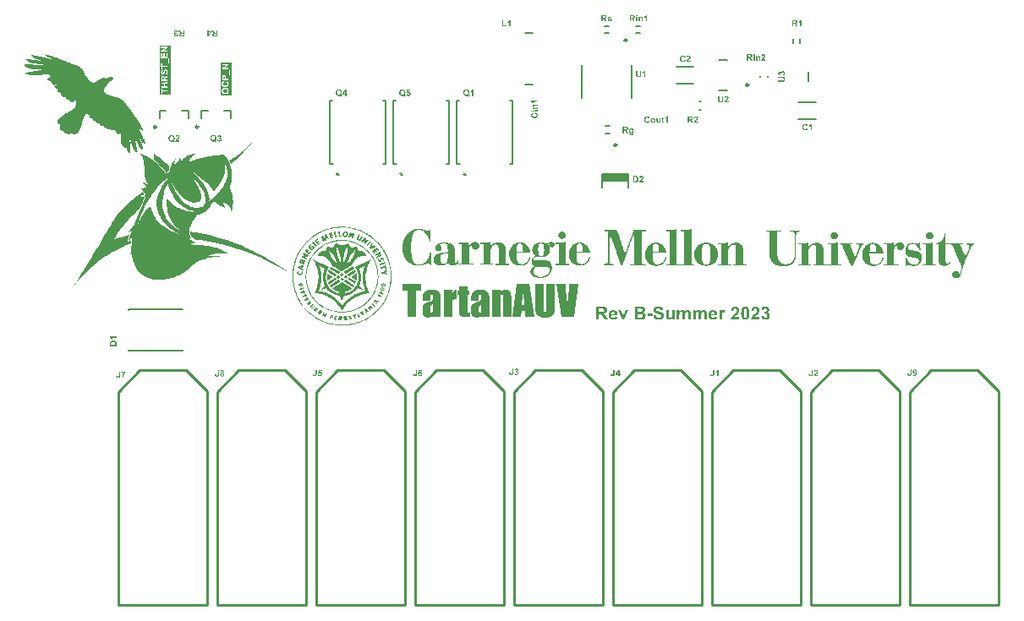
<source format=gbr>
%TF.GenerationSoftware,Altium Limited,Altium Designer,23.4.1 (23)*%
G04 Layer_Color=65535*
%FSLAX45Y45*%
%MOMM*%
%TF.SameCoordinates,D7948EBF-BAFE-4555-BCF9-67E6E8CB6B5E*%
%TF.FilePolarity,Positive*%
%TF.FileFunction,Legend,Top*%
%TF.Part,Single*%
G01*
G75*
%TA.AperFunction,NonConductor*%
%ADD41C,0.25000*%
%ADD42C,0.25400*%
%ADD43C,0.20000*%
%ADD44C,0.15240*%
%ADD45R,2.60000X0.77780*%
G36*
X4495844Y7202514D02*
X4491611Y7200398D01*
X4485262Y7195107D01*
X4477855Y7189816D01*
X4475739Y7187700D01*
X4470448Y7183467D01*
X4460924Y7173944D01*
X4455633Y7168653D01*
X4449284Y7161246D01*
X4448226Y7160188D01*
X4446110Y7158071D01*
X4443994Y7153839D01*
X4440819Y7149606D01*
X4434470Y7139024D01*
X4432354Y7132675D01*
X4431296Y7127385D01*
Y7126326D01*
X4432354Y7125268D01*
X4435528Y7119977D01*
X4436587D01*
X4437645Y7121036D01*
X4443994Y7123152D01*
X4452459Y7126326D01*
X4460924Y7129501D01*
X4461982D01*
X4465157Y7130559D01*
X4469390Y7132675D01*
X4475739Y7134792D01*
X4482088Y7137966D01*
X4490553Y7141141D01*
X4509600Y7147490D01*
X4510658D01*
X4511716Y7148548D01*
X4518065Y7149606D01*
X4526530Y7151722D01*
X4539228Y7154897D01*
X4552985Y7158071D01*
X4568857Y7162304D01*
X4585788Y7166537D01*
X4603776Y7169711D01*
X4614358Y7172886D01*
X4615416D01*
X4618591Y7173944D01*
X4622823D01*
X4628114Y7175002D01*
X4636579Y7176060D01*
X4645045Y7178176D01*
X4654568Y7179235D01*
X4666208Y7181351D01*
X4691604Y7184525D01*
X4720174Y7187700D01*
X4749803Y7189816D01*
X4781548Y7191933D01*
X4783664Y7189816D01*
X4787897Y7184525D01*
X4794246Y7176060D01*
X4802711Y7164420D01*
X4811177Y7150664D01*
X4820700Y7134792D01*
X4830224Y7116803D01*
X4837631Y7098814D01*
Y7097756D01*
X4838689Y7096698D01*
X4840805Y7090349D01*
X4843980Y7080825D01*
X4848212Y7069186D01*
X4851387Y7055429D01*
X4854561Y7039557D01*
X4857736Y7024743D01*
X4858794Y7008870D01*
Y7006754D01*
Y7002521D01*
Y6995114D01*
Y6985591D01*
Y6973951D01*
Y6961253D01*
X4855619Y6935857D01*
Y6934799D01*
X4854561Y6930566D01*
X4853503Y6924217D01*
X4852445Y6916810D01*
X4849270Y6900937D01*
X4847154Y6892472D01*
X4843980Y6885065D01*
X4836572Y6864960D01*
X4837631Y6863902D01*
X4839747Y6860727D01*
Y6859669D01*
Y6858611D01*
X4840805Y6857553D01*
X4841863Y6856495D01*
X4842921Y6852262D01*
X4846096Y6845913D01*
X4848212Y6838506D01*
X4852445Y6828982D01*
X4855619Y6817342D01*
X4861968Y6794063D01*
Y6793005D01*
X4863027Y6787714D01*
X4865143Y6780307D01*
X4866201Y6771841D01*
X4868317Y6760202D01*
X4869376Y6748562D01*
X4870434Y6721050D01*
Y6719991D01*
Y6718933D01*
Y6715759D01*
Y6711526D01*
X4869376Y6699886D01*
X4868317Y6686130D01*
X4866201Y6669200D01*
X4863027Y6650153D01*
X4858794Y6630047D01*
X4853503Y6609942D01*
Y6611000D01*
Y6613117D01*
Y6615233D01*
Y6617349D01*
Y6618408D01*
Y6622640D01*
X4852445Y6628989D01*
X4851387Y6637455D01*
X4848212Y6646978D01*
X4845038Y6656502D01*
X4839747Y6667083D01*
X4832340Y6677665D01*
X4831282Y6678723D01*
X4828107Y6681897D01*
X4822816Y6687188D01*
X4815409Y6693537D01*
X4806944Y6698828D01*
X4796362Y6705177D01*
X4784722Y6710468D01*
X4770966Y6714701D01*
Y6712584D01*
X4772024Y6708352D01*
X4773083Y6700944D01*
X4775199Y6693537D01*
X4776257Y6692479D01*
X4777315Y6689305D01*
X4779432Y6685072D01*
X4783664Y6679781D01*
X4787897Y6674490D01*
X4793188Y6668141D01*
X4800595Y6661792D01*
X4808002Y6656502D01*
X4805886D01*
X4801653Y6658618D01*
X4793188Y6660734D01*
X4783664Y6663909D01*
X4772024Y6668141D01*
X4758268Y6673432D01*
X4730756Y6686130D01*
X4729698Y6687188D01*
X4726523Y6689305D01*
X4722291Y6692479D01*
X4715942Y6696712D01*
X4702186Y6707293D01*
X4687371Y6722108D01*
X4685255Y6724224D01*
X4679964Y6728457D01*
X4678906Y6727399D01*
X4676790Y6724224D01*
X4673615Y6719991D01*
X4668324Y6713642D01*
X4663034Y6706235D01*
X4657743Y6697770D01*
X4643987Y6677665D01*
X4642928Y6676607D01*
X4641870Y6674490D01*
X4638696Y6670258D01*
X4634463Y6663909D01*
X4628114Y6657560D01*
X4621765Y6651211D01*
X4605893Y6635338D01*
X4585788Y6619466D01*
X4563566Y6604652D01*
X4550868Y6599361D01*
X4537112Y6594070D01*
X4523356Y6590895D01*
X4508542Y6589837D01*
Y6588779D01*
X4506426Y6586663D01*
X4504309Y6583488D01*
X4501135Y6578197D01*
X4497960Y6572907D01*
X4493728Y6565499D01*
X4483146Y6548569D01*
X4471506Y6528464D01*
X4459866Y6506242D01*
X4448227Y6480846D01*
X4436587Y6455450D01*
Y6454392D01*
X4435529Y6452276D01*
Y6449101D01*
X4434470Y6444869D01*
X4433412Y6434287D01*
X4432354Y6422647D01*
Y6421589D01*
Y6418415D01*
Y6411007D01*
Y6409949D01*
X4433412Y6407833D01*
Y6403600D01*
X4435529Y6398310D01*
X4438703Y6385612D01*
X4443994Y6371855D01*
Y6370797D01*
X4446110Y6369739D01*
X4450343Y6363390D01*
X4456692Y6357041D01*
X4459866Y6353867D01*
X4464099Y6352808D01*
X4461983D01*
X4456692Y6353867D01*
X4448227Y6355983D01*
X4439761Y6360216D01*
X4438703D01*
X4436587Y6361274D01*
X4432354Y6363390D01*
X4428121Y6365506D01*
X4429180Y6364448D01*
X4430238Y6363390D01*
X4435529Y6355983D01*
X4443994Y6347518D01*
X4454576Y6336936D01*
X4466215Y6326354D01*
X4476797Y6317889D01*
X4483146Y6314715D01*
X4487379Y6311540D01*
X4492669Y6310482D01*
X4494786D01*
X4490553Y6309424D01*
X4483146Y6307307D01*
X4461983D01*
X4451401Y6309424D01*
X4439761Y6313656D01*
X4428121Y6321064D01*
X4429180Y6320005D01*
X4432354Y6315773D01*
X4438703Y6309424D01*
X4447168Y6303075D01*
X4457750Y6296726D01*
X4472564Y6290377D01*
X4490553Y6286144D01*
X4512775Y6285086D01*
X4533938D01*
X4544519Y6284028D01*
X4556159D01*
X4570974Y6282970D01*
X4585788Y6281911D01*
X4602719Y6279795D01*
X4619649Y6277679D01*
X4655627Y6271330D01*
X4693721Y6261806D01*
X4729698Y6249108D01*
X4730756D01*
X4731815Y6248050D01*
X4738163Y6244876D01*
X4747687Y6240643D01*
X4760385Y6234294D01*
X4775199Y6226887D01*
X4792130Y6218422D01*
X4810119Y6207840D01*
X4828107Y6197258D01*
X4827049D01*
X4823875Y6198317D01*
X4817526D01*
X4810119Y6199375D01*
X4800595Y6200433D01*
X4790014Y6201491D01*
X4777316D01*
X4764618Y6202549D01*
X4734989D01*
X4703244Y6200433D01*
X4671499Y6195142D01*
X4640812Y6186677D01*
X4639754D01*
X4638696Y6185619D01*
X4632347Y6183502D01*
X4623882Y6180328D01*
X4615416Y6176095D01*
X4672557D01*
X4681023Y6175037D01*
X4692662D01*
X4705360Y6173979D01*
X4720175Y6172921D01*
X4751920Y6168688D01*
X4748745D01*
X4743454Y6169746D01*
X4710651D01*
X4697953Y6168688D01*
X4684197Y6167630D01*
X4670441Y6165513D01*
X4654569Y6163397D01*
X4637638Y6160223D01*
X4619649Y6155990D01*
X4600602Y6151757D01*
X4580497Y6145408D01*
X4559334Y6139059D01*
X4557217Y6138001D01*
X4551927Y6136943D01*
X4545578Y6133769D01*
X4538171Y6131652D01*
X4537112D01*
X4534996Y6130594D01*
X4532880Y6128478D01*
X4528647Y6127420D01*
X4518065Y6122129D01*
X4507484Y6116838D01*
X4506426D01*
X4505367Y6114722D01*
X4502193Y6112605D01*
X4499018Y6110489D01*
X4488437Y6102024D01*
X4474681Y6092500D01*
X4459866Y6079802D01*
X4442936Y6066046D01*
X4424947Y6050174D01*
X4406958Y6034301D01*
X4405900Y6033243D01*
X4404842Y6032185D01*
X4401667Y6029010D01*
X4397435Y6025836D01*
X4391086Y6021603D01*
X4384737Y6016312D01*
X4376271Y6011022D01*
X4366748Y6005731D01*
X4356166Y5999382D01*
X4344526Y5993033D01*
X4331829Y5985626D01*
X4318072Y5979277D01*
X4302200Y5972928D01*
X4286327Y5966579D01*
X4268339Y5960230D01*
X4249292Y5954939D01*
X4248234D01*
X4245059Y5953881D01*
X4238710Y5952822D01*
X4232361Y5950706D01*
X4222838Y5948590D01*
X4212256Y5946474D01*
X4199558Y5944357D01*
X4186860Y5943299D01*
X4172046Y5941183D01*
X4156173Y5940125D01*
X4123370Y5939066D01*
X4088451Y5941183D01*
X4071520Y5943299D01*
X4053531Y5946474D01*
X4052473D01*
X4050357Y5947532D01*
X4046124Y5948590D01*
X4039775Y5950706D01*
X4033426Y5952822D01*
X4024961Y5955997D01*
X4005914Y5964462D01*
X3984751Y5975044D01*
X3962529Y5989858D01*
X3940308Y6007847D01*
X3929726Y6018428D01*
X3919145Y6030068D01*
X3918086Y6031126D01*
X3917028Y6033243D01*
X3913854Y6036417D01*
X3910679Y6041708D01*
X3906447Y6048057D01*
X3902214Y6056522D01*
X3896923Y6066046D01*
X3891632Y6076627D01*
X3886341Y6088267D01*
X3879992Y6102023D01*
X3874702Y6116838D01*
X3870469Y6132710D01*
X3865178Y6150699D01*
X3860946Y6169746D01*
X3857771Y6189851D01*
X3855655Y6211014D01*
X3840840Y6197258D01*
Y6198316D01*
X3841899Y6200433D01*
X3844015Y6204665D01*
X3846131Y6209956D01*
X3847189Y6218421D01*
X3849306Y6229003D01*
X3851422Y6242759D01*
X3853538Y6259690D01*
Y6260748D01*
Y6263922D01*
Y6269213D01*
Y6275562D01*
X3854597Y6284028D01*
Y6293551D01*
X3855655Y6314714D01*
Y6315772D01*
Y6318947D01*
Y6324238D01*
Y6330587D01*
Y6343285D01*
Y6349634D01*
Y6353866D01*
Y6354925D01*
X3853538Y6357041D01*
X3851422Y6355983D01*
X3848248Y6354925D01*
X3845073Y6351750D01*
X3840840Y6346459D01*
X3839782Y6345401D01*
X3836608Y6341168D01*
X3832375Y6335878D01*
X3827084Y6328470D01*
Y6329529D01*
Y6330587D01*
Y6332703D01*
Y6334819D01*
Y6339052D01*
X3828142Y6345401D01*
X3829201Y6353866D01*
X3831317Y6364448D01*
X3834491Y6375030D01*
X3838724Y6386669D01*
X3844015Y6398309D01*
X3845073Y6399367D01*
X3847189Y6402542D01*
X3850364Y6407833D01*
X3853538Y6414182D01*
X3854597Y6416298D01*
X3856713Y6419473D01*
X3858829Y6424763D01*
X3860946Y6428996D01*
X3862004Y6430054D01*
X3863062Y6432171D01*
X3864120Y6435345D01*
Y6437461D01*
Y6438520D01*
X3860946D01*
X3858829Y6437461D01*
X3854597Y6435345D01*
X3849306Y6432171D01*
X3841899Y6425822D01*
X3818619Y6404658D01*
Y6405716D01*
X3819677Y6406775D01*
X3821793Y6412065D01*
X3824968Y6419473D01*
X3830259Y6426880D01*
Y6427938D01*
X3831317Y6428996D01*
X3836608Y6434287D01*
X3842957Y6442752D01*
X3851422Y6453334D01*
X3852480Y6454392D01*
X3853538Y6455450D01*
X3858829Y6461799D01*
X3865178Y6470264D01*
X3870469Y6476613D01*
Y6477672D01*
X3871527Y6478730D01*
X3875760Y6485079D01*
X3879992Y6493544D01*
X3886341Y6506242D01*
Y6507300D01*
X3888458Y6509416D01*
X3889516Y6512591D01*
X3891632Y6517882D01*
X3895865Y6528463D01*
X3900098Y6539045D01*
X3904330Y6551743D01*
Y6552801D01*
X3905388Y6553859D01*
X3906447Y6557034D01*
X3907505Y6561267D01*
X3911737Y6572906D01*
X3918086Y6586662D01*
X3924435Y6603593D01*
X3932901Y6621582D01*
X3950889Y6660734D01*
Y6661792D01*
X3951947Y6662850D01*
X3955122Y6669199D01*
X3959355Y6678723D01*
X3965704Y6692479D01*
X3972053Y6707293D01*
X3979460Y6724224D01*
X3986867Y6743271D01*
X3994274Y6762318D01*
X3993216Y6763376D01*
X3992158Y6767609D01*
X3988983Y6771841D01*
X3983692Y6775016D01*
X3982634Y6776074D01*
X3979460Y6777132D01*
X3974169Y6778190D01*
X3968878Y6779248D01*
X3963323Y6777661D01*
X3965704Y6779248D01*
X3969936Y6780306D01*
X3975227Y6781365D01*
X3986867Y6783481D01*
X3992158Y6783481D01*
X3995332Y6781365D01*
Y6783481D01*
Y6784539D01*
Y6786656D01*
X3993216Y6791947D01*
X3991099Y6799354D01*
X3986867Y6808877D01*
X3980518Y6819459D01*
X3972053Y6831098D01*
X3961471Y6842738D01*
X3947715Y6853320D01*
X3948773D01*
X3953006Y6854378D01*
X3959355Y6855436D01*
X3967820Y6857552D01*
X3977343Y6858611D01*
X3987925Y6859669D01*
X4010146Y6860727D01*
X4009088Y6861785D01*
X4006972Y6866018D01*
X4002739Y6871309D01*
X3997448Y6878716D01*
X3991099Y6887181D01*
X3982634Y6895646D01*
X3964645Y6914693D01*
X3965704D01*
X3968878Y6913635D01*
X3974169Y6912577D01*
X3980518Y6911519D01*
X3988983Y6909402D01*
X3997448Y6906228D01*
X4015437Y6899879D01*
Y6900937D01*
X4013321Y6904112D01*
X4008030Y6912577D01*
X4006972Y6913635D01*
X4004856Y6916810D01*
X4002739Y6923159D01*
X3999565Y6931624D01*
X3995332Y6943264D01*
X3992158Y6957020D01*
X3988983Y6975009D01*
X3986867Y6995114D01*
Y6996172D01*
Y6998288D01*
Y7001463D01*
X3985809Y7005695D01*
Y7017335D01*
X3984750Y7032150D01*
X3982634Y7050138D01*
X3981576Y7070243D01*
X3978401Y7091407D01*
X3976285Y7113628D01*
Y7114686D01*
Y7116803D01*
X3975227Y7118919D01*
Y7123152D01*
X3973111Y7133733D01*
X3969936Y7147489D01*
X3965704Y7161246D01*
X3959355Y7176060D01*
X3951947Y7188758D01*
X3942424Y7200398D01*
X3943482D01*
X3946657Y7199339D01*
X3950889Y7198281D01*
X3957238Y7197223D01*
X3959355D01*
X3962529Y7196165D01*
X3966762Y7194049D01*
X3972053Y7191932D01*
X3978401Y7189816D01*
X3986867Y7185583D01*
X3997448Y7181351D01*
X3998507Y7180293D01*
X4002739Y7179235D01*
X4008030Y7176060D01*
X4015437Y7171827D01*
X4024961Y7167595D01*
X4034484Y7161246D01*
X4055647Y7148548D01*
X4056706Y7147490D01*
X4060938Y7145373D01*
X4067287Y7140082D01*
X4075753Y7133734D01*
X4085276Y7126326D01*
X4096916Y7115745D01*
X4110672Y7104105D01*
X4124428Y7090349D01*
X4126544Y7088232D01*
X4130777Y7084000D01*
X4139242Y7075534D01*
X4148766Y7064953D01*
X4160406Y7051197D01*
X4173104Y7036382D01*
X4185802Y7019452D01*
X4198500Y7001463D01*
X4199558Y7002521D01*
X4201674Y7003579D01*
X4204849Y7005696D01*
X4210139Y7008870D01*
X4221779Y7016277D01*
X4235535Y7024743D01*
Y7025801D01*
Y7028975D01*
Y7036382D01*
Y7037441D01*
Y7039557D01*
X4236594Y7042731D01*
X4237652Y7046964D01*
X4240826Y7059662D01*
X4246117Y7074476D01*
X4253524Y7092465D01*
X4264106Y7112570D01*
X4278920Y7132675D01*
X4287385Y7143257D01*
X4296909Y7152780D01*
Y7151722D01*
X4294793Y7148548D01*
Y7147490D01*
X4293734Y7146431D01*
X4292676Y7143257D01*
X4290560Y7137966D01*
Y7136908D01*
X4288444Y7133734D01*
X4287385Y7128443D01*
X4286327Y7123152D01*
Y7122094D01*
X4285269Y7118919D01*
X4284211Y7114687D01*
X4283153Y7110454D01*
Y7109396D01*
Y7107279D01*
Y7100930D01*
X4284211Y7099872D01*
X4286327Y7098814D01*
X4287385Y7099872D01*
X4288444D01*
X4289502Y7101989D01*
X4294793Y7107279D01*
X4303258Y7114687D01*
X4312781Y7124210D01*
X4321247Y7134792D01*
X4329712Y7145373D01*
X4336061Y7155955D01*
X4337119Y7161246D01*
X4338177Y7165478D01*
Y7164420D01*
X4339235Y7163362D01*
X4342410Y7157013D01*
Y7155955D01*
X4343468Y7152780D01*
X4345584Y7148548D01*
X4347701Y7142199D01*
X4348759Y7141141D01*
X4349817Y7136908D01*
X4350875Y7131617D01*
Y7128443D01*
X4352992Y7129501D01*
X4358282Y7135850D01*
X4365690Y7144315D01*
X4376271Y7154897D01*
X4377329Y7155955D01*
X4379446Y7157013D01*
X4382620Y7160188D01*
X4387911Y7164420D01*
X4394260Y7169711D01*
X4402725Y7175002D01*
X4413307Y7180293D01*
X4424947Y7186642D01*
X4427063Y7187700D01*
X4431296Y7189816D01*
X4437645Y7191933D01*
X4447168Y7195107D01*
X4457750Y7198282D01*
X4470448Y7201456D01*
X4483146Y7202514D01*
X4496902Y7203572D01*
X4495844Y7202514D01*
D02*
G37*
G36*
X5091590Y7349599D02*
X5086299Y7344308D01*
X5079950Y7335843D01*
X5070427Y7325261D01*
X5058787Y7311505D01*
X5045031Y7295633D01*
X5030217Y7277644D01*
X5013286Y7259655D01*
X4994239Y7239550D01*
X4975192Y7218387D01*
X4933924Y7177118D01*
X4912760Y7157013D01*
X4890539Y7136908D01*
X4868317Y7117861D01*
X4847154Y7100930D01*
Y7101989D01*
X4846096Y7104105D01*
X4843980Y7107279D01*
X4842921Y7111512D01*
X4837631Y7121036D01*
X4832340Y7133734D01*
X4834456Y7134792D01*
X4839747Y7137966D01*
X4847154Y7143257D01*
X4858794Y7150664D01*
X4871492Y7159129D01*
X4887364Y7169711D01*
X4904295Y7182409D01*
X4923342Y7196165D01*
X4943447Y7212038D01*
X4964610Y7227910D01*
X4986832Y7245899D01*
X5007995Y7264946D01*
X5030217Y7286109D01*
X5051380Y7307272D01*
X5072543Y7328436D01*
X5092648Y7351715D01*
X5091590Y7349599D01*
D02*
G37*
G36*
X4076811Y7204630D02*
X4082102Y7200398D01*
X4091625Y7194049D01*
X4103265Y7186642D01*
X4115963Y7177118D01*
X4129719Y7166537D01*
X4159348Y7143257D01*
X4161464Y7142199D01*
X4165697Y7137966D01*
X4173104Y7132675D01*
X4181569Y7125268D01*
X4200616Y7108338D01*
X4210139Y7098814D01*
X4217547Y7090349D01*
X4218605Y7089291D01*
X4220721Y7087174D01*
X4223896Y7082942D01*
X4227070Y7078709D01*
X4230245Y7073418D01*
X4233419Y7069186D01*
X4234477Y7064953D01*
Y7061778D01*
Y7060720D01*
X4233419Y7059662D01*
X4232361Y7054371D01*
X4231303Y7045906D01*
X4230245Y7036382D01*
Y7035324D01*
Y7034266D01*
Y7028975D01*
X4198500Y7009928D01*
Y7010986D01*
X4197441Y7013103D01*
X4196383Y7016277D01*
X4194267Y7021568D01*
X4191092Y7027917D01*
X4184743Y7036382D01*
X4177336Y7045906D01*
X4167813Y7056488D01*
X4166755Y7057546D01*
X4162522Y7061778D01*
X4157231Y7068127D01*
X4149824Y7075534D01*
X4141359Y7085058D01*
X4131835Y7093523D01*
X4110672Y7112570D01*
X4083160Y7137966D01*
X4082102Y7141141D01*
X4074694Y7205689D01*
X4075753D01*
X4076811Y7204630D01*
D02*
G37*
G36*
X3962529Y6777132D02*
X3961471D01*
X3963323Y6777661D01*
X3962529Y6777132D01*
D02*
G37*
G36*
X4448227Y6419473D02*
X4456692Y6418415D01*
X4467274Y6417356D01*
X4479971Y6415240D01*
X4495844Y6413124D01*
X4513833Y6411007D01*
X4533938Y6406775D01*
X4556159Y6403600D01*
X4579439Y6398310D01*
X4603777Y6394077D01*
X4630231Y6387728D01*
X4684197Y6373972D01*
X4741338Y6358099D01*
X4743454D01*
X4748745Y6355983D01*
X4756152Y6353867D01*
X4767792Y6349634D01*
X4780490Y6345401D01*
X4796363Y6340111D01*
X4814351Y6333762D01*
X4833398Y6327413D01*
X4853503Y6320005D01*
X4875725Y6311540D01*
X4921226Y6294609D01*
X4966727Y6274504D01*
X5012228Y6254399D01*
X5013286Y6253341D01*
X5017519Y6252283D01*
X5023868Y6249108D01*
X5032333Y6244876D01*
X5041857Y6239585D01*
X5054555Y6234294D01*
X5067253Y6227945D01*
X5082067Y6220538D01*
X5097939Y6212073D01*
X5114870Y6203607D01*
X5150847Y6185619D01*
X5187883Y6166572D01*
X5223861Y6146466D01*
X5224919Y6145408D01*
X5228093Y6144350D01*
X5233384Y6141176D01*
X5239733Y6138001D01*
X5248199Y6132710D01*
X5256664Y6127420D01*
X5277827Y6114722D01*
X5301107Y6100965D01*
X5325445Y6086151D01*
X5348724Y6070279D01*
X5359306Y6063930D01*
X5368829Y6056523D01*
X5419621Y6020545D01*
X5418563D01*
X5416447Y6022661D01*
X5413272Y6023719D01*
X5409039Y6026894D01*
X5402690Y6030068D01*
X5395283Y6034301D01*
X5386818Y6038534D01*
X5377295Y6043825D01*
X5366713Y6050174D01*
X5356131Y6056523D01*
X5329677Y6070279D01*
X5300049Y6085093D01*
X5267245Y6102024D01*
X5232326Y6118954D01*
X5194232Y6136943D01*
X5154022Y6155990D01*
X5111695Y6173979D01*
X5069369Y6191968D01*
X5024926Y6209956D01*
X4980483Y6225829D01*
X4934982Y6241701D01*
X4933924D01*
X4931808Y6242759D01*
X4928633Y6243818D01*
X4924400Y6244876D01*
X4918051Y6246992D01*
X4911702Y6249108D01*
X4903237Y6251225D01*
X4893714Y6254399D01*
X4872550Y6260748D01*
X4847154Y6268155D01*
X4818584Y6275563D01*
X4786839Y6284028D01*
X4752978Y6292493D01*
X4717000Y6300958D01*
X4677848Y6310482D01*
X4638696Y6318947D01*
X4597428Y6326354D01*
X4556159Y6333762D01*
X4514891Y6340111D01*
X4472564Y6345401D01*
X4473622D01*
X4474681Y6347518D01*
X4475739Y6349634D01*
Y6352808D01*
Y6353867D01*
X4474681Y6357041D01*
X4472564Y6360216D01*
X4468332Y6361274D01*
X4465157D01*
X4464099Y6362332D01*
X4461983Y6364448D01*
X4456692Y6369739D01*
X4454576Y6373972D01*
X4451401Y6379263D01*
Y6380321D01*
X4450343Y6381379D01*
X4449285Y6384553D01*
X4447168Y6388786D01*
X4443994Y6399368D01*
X4441878Y6412066D01*
Y6413124D01*
Y6415240D01*
Y6420531D01*
X4443994D01*
X4448227Y6419473D01*
D02*
G37*
G36*
X3973111Y6815226D02*
X3977343Y6810993D01*
X3980518Y6803586D01*
X3984750Y6794063D01*
X3982634D01*
X3976285Y6791946D01*
X3967820Y6789830D01*
X3958296Y6786655D01*
X3957238Y6785597D01*
X3955122Y6784539D01*
X3953006Y6781365D01*
X3951947Y6777132D01*
Y6776074D01*
X3954064Y6773957D01*
Y6772899D01*
X3955122Y6771841D01*
X3957238Y6769725D01*
X3961471Y6768667D01*
X3975227D01*
X3979460Y6767609D01*
X3983692Y6765492D01*
Y6764434D01*
Y6762318D01*
X3982634Y6760201D01*
X3980518Y6753852D01*
X3977343Y6744329D01*
X3972053Y6731631D01*
X3965704Y6717875D01*
X3959355Y6700944D01*
X3951947Y6684014D01*
X3943482Y6666025D01*
Y6664967D01*
X3942424Y6662850D01*
X3941366Y6660734D01*
Y6659676D01*
X3940308Y6658618D01*
X3938191Y6656501D01*
X3932900Y6652269D01*
X3924435Y6643803D01*
X3911737Y6633222D01*
X3897981Y6620524D01*
X3881051Y6603593D01*
X3863062Y6585604D01*
X3844015Y6565499D01*
X3822852Y6543278D01*
X3801688Y6518940D01*
X3779467Y6492486D01*
X3758304Y6464974D01*
X3737140Y6436403D01*
X3717035Y6405716D01*
X3697988Y6375030D01*
X3679999Y6343285D01*
X3681058D01*
X3683174Y6344343D01*
X3687407Y6346459D01*
X3692697Y6347517D01*
X3699046Y6350692D01*
X3707512Y6352808D01*
X3715977Y6355983D01*
X3726559Y6359157D01*
X3748780Y6366564D01*
X3774176Y6373972D01*
X3800630Y6380320D01*
X3829201Y6386669D01*
Y6385611D01*
X3827084Y6382437D01*
X3826026Y6378204D01*
X3823910Y6371855D01*
X3821793Y6363390D01*
X3820735Y6354925D01*
X3818619Y6334819D01*
Y6332703D01*
Y6328470D01*
Y6327412D01*
X3819677Y6325296D01*
X3821793Y6322121D01*
X3826026Y6320005D01*
X3828142D01*
X3830259Y6321063D01*
X3833433Y6322121D01*
X3834491Y6324238D01*
X3835550Y6325296D01*
X3837666Y6327412D01*
X3840840Y6332703D01*
X3846131Y6340110D01*
Y6339052D01*
Y6333761D01*
Y6326354D01*
Y6316831D01*
Y6314714D01*
Y6309423D01*
Y6308365D01*
Y6307307D01*
Y6302016D01*
X3845073D01*
X3841899Y6300958D01*
X3836608Y6298842D01*
X3829201Y6295667D01*
X3819677Y6292493D01*
X3809096Y6288260D01*
X3797456Y6282969D01*
X3784758Y6277679D01*
X3769943Y6271330D01*
X3755129Y6263922D01*
X3721268Y6248050D01*
X3686348Y6230061D01*
X3650371Y6208898D01*
X3649313Y6207840D01*
X3646138Y6206782D01*
X3640847Y6203607D01*
X3634498Y6199374D01*
X3626033Y6194084D01*
X3616510Y6187735D01*
X3605928Y6180327D01*
X3594288Y6172920D01*
X3567834Y6155990D01*
X3540322Y6135885D01*
X3512810Y6115779D01*
X3486355Y6093558D01*
X3485297Y6092500D01*
X3483181Y6091442D01*
X3480007Y6088267D01*
X3474716Y6084035D01*
X3469425Y6078744D01*
X3462018Y6072395D01*
X3446145Y6057580D01*
X3428156Y6040650D01*
X3408051Y6021603D01*
X3386888Y6001498D01*
X3366783Y5981393D01*
X3365725Y5980334D01*
X3364667Y5979276D01*
X3358318Y5972927D01*
X3348794Y5963404D01*
X3337154Y5950706D01*
X3324456Y5936950D01*
X3311758Y5922135D01*
X3299060Y5908379D01*
X3288479Y5894623D01*
X3264141Y5861820D01*
X3265199Y5863936D01*
X3269432Y5870285D01*
X3272606Y5874518D01*
X3276839Y5880867D01*
X3281072Y5887216D01*
X3286362Y5895681D01*
X3292711Y5904147D01*
X3299060Y5914728D01*
X3305409Y5925310D01*
X3313875Y5938008D01*
X3322340Y5950706D01*
X3330805Y5965520D01*
X3341387Y5980334D01*
X3351969Y5997265D01*
X3362550Y6014196D01*
X3374190Y6033243D01*
X3386888Y6053348D01*
X3399586Y6074511D01*
X3413342Y6095674D01*
X3427098Y6118954D01*
X3441913Y6143292D01*
X3456727Y6168688D01*
X3472599Y6195142D01*
X3489530Y6222654D01*
X3506461Y6252283D01*
X3524449Y6281911D01*
X3542438Y6312598D01*
X3561485Y6345401D01*
X3580532Y6378204D01*
X3600637Y6413124D01*
X3601695Y6415240D01*
X3604870Y6419473D01*
X3609103Y6427938D01*
X3615451Y6438520D01*
X3623917Y6451217D01*
X3632382Y6466032D01*
X3642964Y6482962D01*
X3654604Y6500951D01*
X3667302Y6519998D01*
X3681058Y6540103D01*
X3709628Y6580313D01*
X3741373Y6621582D01*
X3757245Y6640629D01*
X3773118Y6658618D01*
X3774176Y6659676D01*
X3777350Y6662850D01*
X3781583Y6668141D01*
X3787932Y6674490D01*
X3796397Y6682955D01*
X3805921Y6692479D01*
X3817561Y6703061D01*
X3830259Y6714700D01*
X3844015Y6726340D01*
X3859887Y6739038D01*
X3875760Y6752794D01*
X3893748Y6765492D01*
X3930784Y6791946D01*
X3972053Y6817342D01*
X3973111Y6815226D01*
D02*
G37*
G36*
X5974898Y6470416D02*
X5984773D01*
X5996764Y6469005D01*
X6010166Y6467594D01*
X6026389Y6465478D01*
X6043318Y6462657D01*
X6062363Y6459130D01*
X6082113Y6454898D01*
X6102568Y6449255D01*
X6123729Y6442907D01*
X6145595Y6435148D01*
X6167461Y6425978D01*
X6189327Y6416103D01*
X6211193Y6404112D01*
X6212604Y6403407D01*
X6216131Y6401291D01*
X6222479Y6397059D01*
X6230238Y6392121D01*
X6239408Y6385068D01*
X6250693Y6377309D01*
X6263390Y6367434D01*
X6276792Y6356853D01*
X6290899Y6344157D01*
X6305711Y6330755D01*
X6320524Y6315943D01*
X6335336Y6299719D01*
X6350854Y6282791D01*
X6364961Y6264452D01*
X6379069Y6244702D01*
X6391765Y6223541D01*
X6392470Y6222130D01*
X6394586Y6218603D01*
X6398113Y6212255D01*
X6402345Y6203791D01*
X6407283Y6193210D01*
X6412926Y6180514D01*
X6419274Y6165701D01*
X6425622Y6149478D01*
X6431265Y6131844D01*
X6437613Y6112094D01*
X6443256Y6091639D01*
X6448194Y6069773D01*
X6452426Y6047201D01*
X6455953Y6023219D01*
X6458069Y5999237D01*
X6458774Y5973844D01*
Y5973139D01*
Y5972433D01*
Y5970317D01*
Y5968201D01*
X6458069Y5960442D01*
Y5951273D01*
X6456658Y5939281D01*
X6455247Y5925174D01*
X6453131Y5909656D01*
X6450310Y5892023D01*
X6446783Y5873683D01*
X6442551Y5853933D01*
X6436908Y5833478D01*
X6430560Y5812317D01*
X6422801Y5790451D01*
X6413631Y5768585D01*
X6403756Y5746719D01*
X6391765Y5724853D01*
X6391060Y5723442D01*
X6388944Y5719915D01*
X6384711Y5713567D01*
X6379774Y5705808D01*
X6372720Y5696638D01*
X6364961Y5685353D01*
X6355086Y5672656D01*
X6344506Y5659254D01*
X6331810Y5645147D01*
X6318408Y5630335D01*
X6303595Y5615522D01*
X6287372Y5600710D01*
X6270443Y5585897D01*
X6252104Y5571085D01*
X6232354Y5556977D01*
X6211193Y5544281D01*
X6209783Y5543576D01*
X6206256Y5541460D01*
X6199908Y5537933D01*
X6191443Y5533701D01*
X6180863Y5528763D01*
X6168166Y5523120D01*
X6153354Y5517477D01*
X6137131Y5511129D01*
X6119497Y5504781D01*
X6099747Y5499138D01*
X6079291Y5493495D01*
X6057425Y5488557D01*
X6034854Y5484325D01*
X6010872Y5480799D01*
X5986889Y5478682D01*
X5961497Y5477977D01*
X5955148D01*
X5948095Y5478682D01*
X5938925Y5479388D01*
X5926934Y5480093D01*
X5912827Y5481504D01*
X5896604Y5483620D01*
X5879675Y5486441D01*
X5860630Y5489968D01*
X5840880Y5494200D01*
X5820425Y5499843D01*
X5799264Y5506191D01*
X5777398Y5513245D01*
X5755532Y5522415D01*
X5733666Y5532290D01*
X5711800Y5544281D01*
X5710389Y5544986D01*
X5706862Y5547102D01*
X5700514Y5551334D01*
X5692755Y5556272D01*
X5683586Y5563325D01*
X5672300Y5571084D01*
X5659603Y5580959D01*
X5646202Y5591540D01*
X5632094Y5604236D01*
X5617282Y5617638D01*
X5602469Y5632451D01*
X5587657Y5648674D01*
X5572844Y5665602D01*
X5558032Y5684647D01*
X5543925Y5703692D01*
X5531228Y5724852D01*
X5530523Y5726263D01*
X5528407Y5729790D01*
X5524880Y5736138D01*
X5520648Y5744602D01*
X5515710Y5755183D01*
X5510067Y5767879D01*
X5504425Y5782692D01*
X5498076Y5798915D01*
X5491728Y5816549D01*
X5486085Y5835594D01*
X5480442Y5856754D01*
X5475505Y5877915D01*
X5471273Y5901192D01*
X5467746Y5924469D01*
X5465630Y5949156D01*
X5464925Y5973844D01*
Y5974549D01*
Y5975254D01*
Y5977371D01*
Y5980192D01*
X5465630Y5987246D01*
X5466335Y5997121D01*
X5467041Y6009112D01*
X5468451Y6022513D01*
X5470567Y6038737D01*
X5473389Y6055665D01*
X5476916Y6074710D01*
X5481148Y6094460D01*
X5486791Y6114915D01*
X5493139Y6136076D01*
X5500192Y6157942D01*
X5509362Y6179808D01*
X5519237Y6201674D01*
X5531228Y6223541D01*
X5531934Y6224951D01*
X5534050Y6228478D01*
X5538282Y6234826D01*
X5543219Y6242585D01*
X5550273Y6251755D01*
X5558032Y6263041D01*
X5567907Y6275737D01*
X5578487Y6289139D01*
X5591184Y6303246D01*
X5604585Y6318058D01*
X5619398Y6332871D01*
X5635621Y6347684D01*
X5652550Y6363201D01*
X5671594Y6377309D01*
X5690639Y6391416D01*
X5711800Y6404112D01*
X5713210Y6404818D01*
X5716737Y6406934D01*
X5723085Y6410460D01*
X5731550Y6414693D01*
X5742130Y6419630D01*
X5754826Y6425273D01*
X5769639Y6431621D01*
X5785862Y6437969D01*
X5803496Y6443612D01*
X5823246Y6449960D01*
X5843702Y6455603D01*
X5865568Y6460541D01*
X5888139Y6464773D01*
X5912121Y6468300D01*
X5936103Y6470416D01*
X5961496Y6471121D01*
X5967845D01*
X5974898Y6470416D01*
D02*
G37*
G36*
X9313338Y6096616D02*
X9313690D01*
X9314395Y6096263D01*
X9315806Y6095558D01*
X9317568Y6095205D01*
X9320036Y6094853D01*
X9323209Y6094500D01*
X9327440Y6094148D01*
X9332023Y6094500D01*
X9339427D01*
X9342247Y6093795D01*
X9345067Y6093090D01*
X9347183Y6091680D01*
X9348593Y6089565D01*
X9347535Y6084981D01*
X9213213D01*
X9211803Y6085334D01*
X9211450D01*
X9210745Y6085687D01*
X9210040Y6086392D01*
X9208630Y6087449D01*
Y6087802D01*
X9208277Y6089212D01*
X9208630Y6091327D01*
X9208982Y6092738D01*
X9209687Y6094500D01*
X9241770D01*
Y6425547D01*
X9209687D01*
X9207925Y6435771D01*
X9208982D01*
X9210040Y6436123D01*
X9211450Y6436476D01*
X9214976Y6436828D01*
X9219911Y6437181D01*
X9225552Y6437533D01*
X9231546Y6437886D01*
X9237892D01*
X9243885Y6437181D01*
X9244590D01*
X9246705Y6436828D01*
X9249878D01*
X9254109Y6436476D01*
X9259397D01*
X9265391Y6436828D01*
X9272089Y6437181D01*
X9279140Y6437886D01*
X9280198D01*
X9280903Y6438239D01*
X9282313Y6438591D01*
X9286191Y6439296D01*
X9290774Y6440354D01*
X9296063Y6442117D01*
X9302056Y6444232D01*
X9307697Y6447052D01*
X9313338Y6450578D01*
Y6096616D01*
D02*
G37*
G36*
X8165428Y6418848D02*
X8166839D01*
X8168601Y6418496D01*
X8170717Y6418143D01*
X8173537Y6417791D01*
X8176358Y6417085D01*
X8179531Y6416028D01*
X8182703Y6414618D01*
X8186229Y6412502D01*
X8189402Y6410387D01*
X8192575Y6407567D01*
X8195395Y6404041D01*
X8197863Y6399810D01*
X8199979Y6395227D01*
X8201389Y6389939D01*
X8202094Y6383593D01*
Y6382888D01*
Y6381478D01*
X8201741Y6379010D01*
X8201036Y6375837D01*
X8199626Y6371959D01*
X8197511Y6367728D01*
X8194690Y6363498D01*
X8190812Y6358914D01*
X8190107Y6358562D01*
X8188697Y6357152D01*
X8186229Y6355036D01*
X8183056Y6352921D01*
X8179178Y6350806D01*
X8174595Y6349043D01*
X8170012Y6347633D01*
X8164723Y6347280D01*
X8164018D01*
X8162255Y6347633D01*
X8159435Y6347985D01*
X8155910Y6349043D01*
X8152031Y6350101D01*
X8147801Y6352216D01*
X8143570Y6354684D01*
X8139340Y6358209D01*
X8138987Y6358562D01*
X8137577Y6359972D01*
X8135814Y6362440D01*
X8134051Y6365260D01*
X8131936Y6369138D01*
X8130173Y6373369D01*
X8129116Y6378305D01*
X8128410Y6383593D01*
Y6383946D01*
Y6384298D01*
Y6386061D01*
X8128763Y6388881D01*
X8129468Y6392759D01*
X8130878Y6396637D01*
X8132641Y6401221D01*
X8135109Y6405804D01*
X8138634Y6410387D01*
X8138987Y6410740D01*
X8140750Y6412150D01*
X8142865Y6413912D01*
X8146038Y6415675D01*
X8149916Y6417438D01*
X8154499Y6418848D01*
X8159788Y6419553D01*
X8165428Y6418848D01*
D02*
G37*
G36*
X11850654Y6416380D02*
X11854180Y6415675D01*
X11858058Y6414265D01*
X11862289Y6412502D01*
X11866519Y6409682D01*
X11870750Y6406156D01*
X11871102Y6405804D01*
X11872513Y6404394D01*
X11874275Y6401926D01*
X11876391Y6399105D01*
X11878154Y6395227D01*
X11879916Y6390997D01*
X11881327Y6386061D01*
X11881679Y6380773D01*
Y6380068D01*
Y6379362D01*
Y6379010D01*
Y6378305D01*
Y6377600D01*
Y6375837D01*
X11881327Y6373369D01*
X11880269Y6369843D01*
X11879211Y6365965D01*
X11877448Y6361735D01*
X11874981Y6357504D01*
X11871455Y6353626D01*
X11871102Y6353274D01*
X11869692Y6352216D01*
X11867577Y6350453D01*
X11864404Y6348690D01*
X11860878Y6346575D01*
X11856648Y6345165D01*
X11852065Y6343755D01*
X11846776Y6343402D01*
X11841488D01*
X11838668Y6344107D01*
X11835142Y6344812D01*
X11831264Y6345870D01*
X11827033Y6347633D01*
X11822450Y6350101D01*
X11818572Y6353626D01*
X11818220Y6353979D01*
X11817162Y6355389D01*
X11815399Y6357857D01*
X11813637Y6360677D01*
X11811521Y6364555D01*
X11810111Y6368786D01*
X11808701Y6374074D01*
X11808348Y6379362D01*
Y6379715D01*
Y6380068D01*
Y6380773D01*
Y6382535D01*
Y6385356D01*
X11808701Y6388881D01*
X11809758Y6392759D01*
X11811521Y6396990D01*
X11813989Y6401573D01*
X11817515Y6405804D01*
X11817867Y6406156D01*
X11819630Y6407567D01*
X11821745Y6409329D01*
X11824918Y6411445D01*
X11828796Y6413560D01*
X11833732Y6415323D01*
X11839020Y6416733D01*
X11844661Y6417085D01*
X11847834D01*
X11850654Y6416380D01*
D02*
G37*
G36*
X10893476Y6416028D02*
X10896649Y6415675D01*
X10900527Y6414970D01*
X10904757Y6413560D01*
X10908988Y6411797D01*
X10913571Y6409329D01*
X10917449Y6405804D01*
X10917802Y6405451D01*
X10919212Y6404041D01*
X10920622Y6401926D01*
X10922385Y6398753D01*
X10924500Y6394875D01*
X10925911Y6390292D01*
X10926968Y6384651D01*
X10927321Y6378657D01*
Y6378305D01*
Y6377600D01*
Y6375837D01*
X10926968Y6373369D01*
X10925911Y6369843D01*
X10924853Y6365965D01*
X10923090Y6361735D01*
X10920622Y6357504D01*
X10917097Y6353626D01*
X10916744Y6353274D01*
X10915334Y6352216D01*
X10913219Y6350453D01*
X10910046Y6348690D01*
X10906520Y6346575D01*
X10902290Y6345165D01*
X10897706Y6343755D01*
X10892418Y6343402D01*
X10890655D01*
X10888893Y6343755D01*
X10886425Y6344107D01*
X10883957Y6344460D01*
X10880784Y6345165D01*
X10877611Y6346223D01*
X10874085Y6347985D01*
X10870560Y6349748D01*
X10867387Y6352216D01*
X10864214Y6355036D01*
X10861394Y6358562D01*
X10858926Y6362792D01*
X10856810Y6367728D01*
X10855048Y6373722D01*
X10854343Y6380068D01*
Y6380773D01*
Y6382535D01*
X10854695Y6385003D01*
X10855400Y6388529D01*
X10856458Y6392407D01*
X10858573Y6396990D01*
X10861394Y6401221D01*
X10865272Y6405804D01*
X10865977Y6406156D01*
X10867387Y6407567D01*
X10869855Y6409329D01*
X10873028Y6411445D01*
X10876906Y6413560D01*
X10881136Y6415323D01*
X10885720Y6416380D01*
X10891360D01*
X10893476Y6416028D01*
D02*
G37*
G36*
X6732305Y6450578D02*
X6738650Y6450225D01*
X6745702Y6449520D01*
X6753105Y6448463D01*
X6760509Y6446700D01*
X6768617Y6444937D01*
X6776726Y6442469D01*
X6784835Y6439296D01*
X6785187D01*
X6786598Y6438591D01*
X6788360Y6437886D01*
X6791533Y6436476D01*
X6795411Y6435066D01*
X6799995Y6433303D01*
X6805635Y6431188D01*
X6812334Y6428720D01*
X6812686D01*
X6813392Y6428367D01*
X6814449Y6428015D01*
X6815859Y6427662D01*
X6819385Y6427309D01*
X6823616Y6426957D01*
X6828199Y6427662D01*
X6830667Y6428367D01*
X6833134Y6429425D01*
X6835250Y6430835D01*
X6837365Y6432598D01*
X6839128Y6435066D01*
X6840538Y6437886D01*
Y6438239D01*
X6840891Y6438591D01*
X6842301Y6439649D01*
X6842653D01*
X6843358Y6440001D01*
X6844416Y6440706D01*
X6845826Y6441059D01*
X6846179D01*
X6847236Y6441412D01*
X6849352Y6442469D01*
Y6322249D01*
X6846884Y6320134D01*
Y6320486D01*
X6846179Y6320839D01*
X6845121Y6321896D01*
X6843711Y6322954D01*
X6843358Y6323307D01*
X6842653Y6324012D01*
X6840185Y6326127D01*
Y6326480D01*
X6839480Y6327185D01*
X6838423Y6328947D01*
Y6329300D01*
X6838070Y6330005D01*
X6837718Y6331063D01*
X6837365Y6332826D01*
X6836660Y6334941D01*
X6835955Y6337409D01*
X6835250Y6340229D01*
X6834192Y6343402D01*
X6831372Y6350806D01*
X6827846Y6359267D01*
X6823263Y6368433D01*
X6817975Y6377952D01*
Y6378305D01*
X6817270Y6379010D01*
X6816564Y6380420D01*
X6815154Y6382183D01*
X6813744Y6384651D01*
X6811981Y6387119D01*
X6808103Y6393112D01*
X6803167Y6399810D01*
X6797527Y6406509D01*
X6791181Y6413560D01*
X6784835Y6419553D01*
X6784482Y6419906D01*
X6783777Y6420611D01*
X6782367Y6421669D01*
X6780604Y6422726D01*
X6778489Y6424489D01*
X6775668Y6426252D01*
X6772495Y6428367D01*
X6769323Y6430130D01*
X6761566Y6434008D01*
X6752753Y6437533D01*
X6748169Y6438944D01*
X6743234Y6440001D01*
X6738298Y6440706D01*
X6733010Y6441059D01*
X6730189D01*
X6728426Y6440706D01*
X6725959Y6440354D01*
X6723138Y6440001D01*
X6716792Y6438239D01*
X6709389Y6435771D01*
X6705158Y6434008D01*
X6701280Y6431540D01*
X6697049Y6429072D01*
X6693171Y6425899D01*
X6688941Y6422374D01*
X6685063Y6418496D01*
Y6418143D01*
X6684357Y6417438D01*
X6683652Y6416380D01*
X6682595Y6414970D01*
X6681185Y6412855D01*
X6679422Y6410034D01*
X6678012Y6407214D01*
X6675896Y6403688D01*
X6674133Y6399458D01*
X6672018Y6395227D01*
X6669903Y6389939D01*
X6668140Y6384651D01*
X6666025Y6378657D01*
X6663909Y6371959D01*
X6662147Y6364908D01*
X6660384Y6357504D01*
Y6357152D01*
X6660031Y6355389D01*
X6659679Y6352921D01*
X6658974Y6349748D01*
X6658269Y6345517D01*
X6657564Y6340582D01*
X6656858Y6335293D01*
X6656153Y6328947D01*
X6655448Y6322602D01*
X6654743Y6315198D01*
X6654038Y6307794D01*
X6653333Y6300038D01*
X6652275Y6283468D01*
X6651923Y6266546D01*
Y6266193D01*
Y6265841D01*
Y6264783D01*
Y6263373D01*
Y6259495D01*
X6652275Y6254559D01*
Y6248566D01*
X6652628Y6242220D01*
X6652980Y6235169D01*
X6653333Y6228118D01*
Y6227765D01*
Y6226002D01*
X6653685Y6223887D01*
X6654038Y6220714D01*
X6654391Y6216836D01*
X6654743Y6212253D01*
X6655448Y6206964D01*
X6656153Y6200971D01*
X6656858Y6194625D01*
X6657916Y6187927D01*
X6658974Y6180876D01*
X6660384Y6173825D01*
X6663204Y6158312D01*
X6667082Y6142800D01*
Y6142447D01*
X6667435Y6141742D01*
X6667788Y6140332D01*
X6668493Y6138569D01*
X6669198Y6136454D01*
X6669903Y6133986D01*
X6672371Y6128345D01*
X6675544Y6121999D01*
X6679422Y6115654D01*
X6684005Y6109308D01*
X6689646Y6103667D01*
X6689998D01*
X6690351Y6102962D01*
X6692466Y6101551D01*
X6695992Y6099436D01*
X6700222Y6096968D01*
X6705511Y6094500D01*
X6711504Y6092385D01*
X6718555Y6090622D01*
X6725606Y6089917D01*
X6729132D01*
X6730894Y6090270D01*
X6733010D01*
X6738650Y6090975D01*
X6744996Y6092033D01*
X6752400Y6093795D01*
X6760156Y6095911D01*
X6768617Y6099084D01*
X6769323Y6099436D01*
X6771085Y6100494D01*
X6773906Y6101904D01*
X6777784Y6104372D01*
X6782014Y6107545D01*
X6787303Y6111423D01*
X6792943Y6116006D01*
X6798584Y6121294D01*
X6804930Y6127640D01*
X6810924Y6135044D01*
X6816917Y6143153D01*
X6822558Y6152319D01*
X6827846Y6162190D01*
X6832782Y6173119D01*
X6837012Y6185459D01*
X6840185Y6198503D01*
Y6198856D01*
X6840538Y6199913D01*
X6840891Y6201324D01*
X6841243Y6203086D01*
X6842301Y6206612D01*
X6842653Y6208022D01*
X6843358Y6209080D01*
X6843711Y6209432D01*
X6845121Y6210137D01*
X6846179Y6210490D01*
X6847589Y6210843D01*
X6849352Y6211195D01*
X6851467D01*
Y6083571D01*
X6851115Y6083924D01*
X6850409Y6084276D01*
X6849352Y6085334D01*
X6847942Y6086744D01*
X6844064Y6089917D01*
X6840185Y6094148D01*
X6839833Y6094500D01*
X6839128Y6095911D01*
X6837718Y6097673D01*
X6836307Y6099789D01*
X6834545Y6101904D01*
X6832429Y6104019D01*
X6830314Y6105429D01*
X6828551Y6106487D01*
X6824673D01*
X6822205Y6106135D01*
X6819385Y6105077D01*
X6815859Y6103667D01*
X6811629Y6101904D01*
X6811276D01*
X6810924Y6101551D01*
X6809866Y6101199D01*
X6808808Y6100494D01*
X6805283Y6098731D01*
X6800347Y6096616D01*
X6794354Y6094148D01*
X6787303Y6091327D01*
X6779194Y6088507D01*
X6770028Y6086039D01*
X6769675D01*
X6768970Y6085687D01*
X6767560Y6085334D01*
X6765797Y6084981D01*
X6763682Y6084629D01*
X6760861Y6083924D01*
X6754868Y6082866D01*
X6747817Y6081456D01*
X6740413Y6080398D01*
X6732657Y6079693D01*
X6725254Y6079341D01*
X6711857D01*
X6710446Y6079693D01*
X6708331Y6080046D01*
X6705863Y6080398D01*
X6703043Y6080751D01*
X6699870Y6081456D01*
X6696344Y6082161D01*
X6692114Y6083219D01*
X6687883Y6084276D01*
X6678364Y6087449D01*
X6668140Y6091327D01*
X6656858Y6096616D01*
X6656506Y6096968D01*
X6655448Y6097321D01*
X6654038Y6098026D01*
X6651923Y6099436D01*
X6649455Y6100846D01*
X6646634Y6102609D01*
X6639936Y6106840D01*
X6632532Y6112128D01*
X6624776Y6118121D01*
X6617373Y6124820D01*
X6610674Y6132223D01*
Y6132576D01*
X6609969Y6132929D01*
X6609264Y6133986D01*
X6608206Y6135396D01*
X6606796Y6137159D01*
X6605033Y6139627D01*
X6603271Y6142095D01*
X6601508Y6144915D01*
X6596925Y6151614D01*
X6592341Y6160075D01*
X6587406Y6169241D01*
X6582470Y6179818D01*
Y6180171D01*
X6581765Y6181228D01*
X6581412Y6182638D01*
X6580355Y6184754D01*
X6579297Y6187574D01*
X6578239Y6190395D01*
X6577182Y6193920D01*
X6575771Y6197446D01*
X6573304Y6205907D01*
X6570836Y6214721D01*
X6568720Y6223887D01*
X6567310Y6233053D01*
Y6233758D01*
X6566958Y6235521D01*
Y6237989D01*
X6566605Y6241515D01*
X6566253Y6245393D01*
Y6249976D01*
X6565900Y6259847D01*
Y6260200D01*
Y6260552D01*
Y6261610D01*
Y6263020D01*
X6566253Y6266546D01*
X6566605Y6271129D01*
X6566958Y6277122D01*
X6567663Y6283821D01*
X6568720Y6291577D01*
X6570131Y6300038D01*
Y6300391D01*
X6570483Y6301096D01*
Y6302506D01*
X6570836Y6303916D01*
X6571541Y6306032D01*
X6571893Y6308499D01*
X6573304Y6313788D01*
X6575066Y6320134D01*
X6576829Y6326832D01*
X6578944Y6333178D01*
X6581412Y6339524D01*
Y6339877D01*
X6581765Y6340229D01*
X6582470Y6342344D01*
X6584233Y6345870D01*
X6586348Y6350101D01*
X6589168Y6355741D01*
X6592341Y6361735D01*
X6596572Y6368786D01*
X6601155Y6376189D01*
Y6376542D01*
X6601860Y6377247D01*
X6602565Y6378305D01*
X6603623Y6379715D01*
X6606091Y6383240D01*
X6609264Y6387824D01*
X6613495Y6393112D01*
X6617725Y6398753D01*
X6622308Y6404041D01*
X6626891Y6408977D01*
X6627244Y6409329D01*
X6628302Y6410387D01*
X6630064Y6411797D01*
X6632532Y6413912D01*
X6635705Y6416380D01*
X6639583Y6419201D01*
X6643461Y6422374D01*
X6648397Y6425899D01*
X6653685Y6429072D01*
X6659326Y6432598D01*
X6665320Y6435771D01*
X6671666Y6438944D01*
X6678364Y6442117D01*
X6685415Y6444585D01*
X6692819Y6447052D01*
X6700222Y6448815D01*
X6700575D01*
X6701985Y6449168D01*
X6704100Y6449520D01*
X6707273Y6449873D01*
X6711151Y6450225D01*
X6715382Y6450578D01*
X6720318Y6450930D01*
X6725959D01*
X6732305Y6450578D01*
D02*
G37*
G36*
X7446575Y6273244D02*
X7447280Y6273949D01*
X7449043Y6275712D01*
X7451863Y6278180D01*
X7455036Y6281353D01*
X7458914Y6284878D01*
X7462792Y6288757D01*
X7467023Y6292282D01*
X7470548Y6295808D01*
X7470901Y6296160D01*
X7471254Y6296513D01*
X7472664Y6297218D01*
X7474074Y6298275D01*
X7475837Y6299686D01*
X7478305Y6301096D01*
X7481125Y6302506D01*
X7483945Y6303916D01*
X7487471Y6305679D01*
X7491349Y6307089D01*
X7495932Y6308499D01*
X7500515Y6309910D01*
X7505451Y6311320D01*
X7510739Y6312025D01*
X7516733Y6313083D01*
X7522726Y6313435D01*
X7534360D01*
X7537886Y6313083D01*
X7541764Y6312730D01*
X7550225Y6311320D01*
X7559039Y6308852D01*
X7567500Y6305679D01*
X7571378Y6303564D01*
X7575256Y6301096D01*
X7575609Y6300743D01*
X7576667Y6299686D01*
X7578429Y6298275D01*
X7580545Y6296160D01*
X7583013Y6293340D01*
X7585480Y6289814D01*
X7587948Y6285936D01*
X7590416Y6281353D01*
X7590769Y6280648D01*
X7591474Y6279238D01*
X7592531Y6276770D01*
X7593942Y6273597D01*
X7594999Y6269719D01*
X7596057Y6265488D01*
X7596762Y6261257D01*
X7597115Y6257027D01*
Y6256674D01*
Y6255969D01*
Y6254206D01*
X7597467Y6252091D01*
Y6249271D01*
Y6245393D01*
X7597820Y6240809D01*
Y6235521D01*
X7598172Y6229528D01*
Y6222477D01*
X7598525Y6214721D01*
X7598877Y6205554D01*
Y6196035D01*
X7599230Y6185106D01*
Y6173119D01*
X7599582Y6160075D01*
Y6098378D01*
X7630960D01*
X7632017Y6087097D01*
X7499810D01*
Y6098378D01*
X7528014D01*
Y6098731D01*
Y6099436D01*
Y6100846D01*
X7528367Y6102257D01*
Y6102609D01*
X7528720Y6103667D01*
Y6105782D01*
Y6106135D01*
Y6106840D01*
Y6108955D01*
Y6253501D01*
Y6253854D01*
Y6254206D01*
Y6255969D01*
Y6256674D01*
Y6258085D01*
X7528367Y6260905D01*
X7528014Y6264078D01*
X7526957Y6267956D01*
X7525899Y6272187D01*
X7524136Y6276770D01*
X7522021Y6281000D01*
X7521668Y6281705D01*
X7520258Y6283116D01*
X7518496Y6285231D01*
X7515675Y6288051D01*
X7512855Y6290519D01*
X7508977Y6292635D01*
X7505099Y6294045D01*
X7500868Y6294750D01*
X7498753D01*
X7496285Y6294045D01*
X7493112Y6293340D01*
X7489234Y6291930D01*
X7485003Y6290167D01*
X7480067Y6287346D01*
X7474779Y6283468D01*
X7474427Y6283116D01*
X7473016Y6281705D01*
X7470901Y6279590D01*
X7468081Y6276770D01*
X7464908Y6272892D01*
X7461735Y6268309D01*
X7458209Y6263020D01*
X7455036Y6257027D01*
Y6256674D01*
X7454684Y6256322D01*
X7453626Y6254206D01*
X7452216Y6251033D01*
X7450806Y6246803D01*
X7449395Y6241867D01*
X7447985Y6236579D01*
X7446927Y6230938D01*
X7446575Y6225297D01*
Y6224945D01*
Y6224240D01*
Y6222124D01*
Y6099084D01*
X7475837D01*
X7476542Y6087802D01*
X7344687D01*
X7343630Y6097673D01*
X7378532D01*
Y6196740D01*
Y6295808D01*
X7344687D01*
Y6307794D01*
X7346450D01*
X7347860Y6308147D01*
X7351386D01*
X7355969Y6308499D01*
X7361257D01*
X7367251Y6308852D01*
X7373244Y6308499D01*
X7378885Y6308147D01*
X7381705D01*
X7384878Y6307794D01*
X7394045D01*
X7400038Y6308147D01*
X7406384Y6308499D01*
X7413082Y6309205D01*
X7413788D01*
X7414845Y6309557D01*
X7416255D01*
X7419781Y6310262D01*
X7424364Y6311320D01*
X7429652Y6312378D01*
X7435293Y6314140D01*
X7440934Y6316256D01*
X7446575Y6318723D01*
Y6273244D01*
D02*
G37*
G36*
X7231518Y6279943D02*
X7231871Y6280295D01*
X7232928Y6281353D01*
X7235044Y6283116D01*
X7237512Y6285584D01*
X7240685Y6288757D01*
X7244915Y6292635D01*
X7249146Y6297218D01*
X7254434Y6302154D01*
X7254787Y6302506D01*
X7256197Y6303916D01*
X7258665Y6305679D01*
X7261485Y6307794D01*
X7265363Y6310262D01*
X7269946Y6312378D01*
X7275235Y6314140D01*
X7280875Y6315198D01*
X7281581D01*
X7283696Y6315550D01*
X7286869Y6315903D01*
X7290747Y6316256D01*
X7300266D01*
X7305554Y6315903D01*
X7310490Y6315198D01*
X7310842D01*
X7312253Y6314845D01*
X7314015Y6314493D01*
X7316483Y6313788D01*
X7318951Y6312378D01*
X7322124Y6310615D01*
X7324944Y6308147D01*
X7327765Y6304974D01*
X7328117Y6304621D01*
X7328823Y6303211D01*
X7330233Y6301448D01*
X7331643Y6298981D01*
X7332701Y6296160D01*
X7334111Y6292635D01*
X7334816Y6288757D01*
X7335168Y6284878D01*
Y6284526D01*
Y6283821D01*
Y6282411D01*
Y6281000D01*
Y6277122D01*
X7335521Y6272892D01*
Y6272539D01*
Y6271834D01*
Y6270776D01*
Y6269366D01*
X7334816Y6265841D01*
X7333406Y6261610D01*
Y6261257D01*
X7333053Y6260552D01*
X7332348Y6259495D01*
X7331643Y6258085D01*
X7329528Y6254559D01*
X7326355Y6251033D01*
X7326002Y6250681D01*
X7325297Y6250328D01*
X7324239Y6249271D01*
X7322829Y6248213D01*
X7321066Y6247155D01*
X7318951Y6245745D01*
X7313310Y6242925D01*
X7312958D01*
X7311900Y6242572D01*
X7310490Y6241867D01*
X7308727Y6241515D01*
X7304144Y6240104D01*
X7299208Y6239752D01*
X7297093D01*
X7295330Y6240104D01*
X7291805Y6240457D01*
X7287221Y6241515D01*
X7286869D01*
X7285459Y6242220D01*
X7283696Y6242925D01*
X7281581Y6243982D01*
X7278760Y6245393D01*
X7275940Y6247155D01*
X7273119Y6249623D01*
X7270299Y6252796D01*
X7269946Y6253149D01*
X7269241Y6254206D01*
X7268184Y6255969D01*
X7266773Y6258437D01*
X7265363Y6261257D01*
X7264306Y6264430D01*
X7263248Y6267956D01*
X7262895Y6271481D01*
Y6272187D01*
Y6273597D01*
X7263248Y6276065D01*
Y6279590D01*
X7263953Y6283116D01*
X7264658Y6287699D01*
X7265363Y6292282D01*
X7266773Y6296865D01*
X7266421Y6296513D01*
X7264658Y6295808D01*
X7262543Y6294397D01*
X7259722Y6292282D01*
X7256197Y6289462D01*
X7252671Y6286289D01*
X7249146Y6282058D01*
X7245620Y6277475D01*
X7245268Y6276770D01*
X7244210Y6275360D01*
X7242800Y6272539D01*
X7241037Y6269366D01*
X7238922Y6265488D01*
X7237159Y6260905D01*
X7235749Y6256322D01*
X7235044Y6251386D01*
Y6251033D01*
Y6249976D01*
X7234691Y6248566D01*
Y6246450D01*
X7234339Y6243982D01*
X7233986Y6240809D01*
X7233633Y6237284D01*
Y6233406D01*
X7232928Y6224592D01*
X7232223Y6215073D01*
X7231871Y6204497D01*
Y6193567D01*
Y6192862D01*
Y6191452D01*
Y6188984D01*
Y6186516D01*
Y6099084D01*
X7275587D01*
X7276645Y6087802D01*
X7127163D01*
X7126810Y6098378D01*
X7160303D01*
Y6295808D01*
X7127515D01*
X7126105Y6307089D01*
X7127163D01*
X7128220Y6307442D01*
X7129631D01*
X7133156Y6307794D01*
X7138092Y6308147D01*
X7143733Y6308499D01*
X7156072D01*
X7162065Y6308147D01*
X7164886D01*
X7168059Y6307794D01*
X7177578D01*
X7183571Y6308147D01*
X7190270Y6308499D01*
X7197321Y6309205D01*
X7198026D01*
X7199083Y6309557D01*
X7200494Y6309910D01*
X7204372Y6310615D01*
X7208955Y6311672D01*
X7214243Y6313083D01*
X7219884Y6314845D01*
X7225877Y6317313D01*
X7231518Y6320486D01*
Y6279943D01*
D02*
G37*
G36*
X9827006Y6268661D02*
X9827711Y6269014D01*
X9828064Y6270071D01*
X9829121Y6271481D01*
X9831942Y6274654D01*
X9835467Y6278885D01*
X9840403Y6283821D01*
X9846396Y6288757D01*
X9853447Y6294045D01*
X9861556Y6298981D01*
X9861909D01*
X9862614Y6299686D01*
X9864024Y6300038D01*
X9865434Y6301096D01*
X9867549Y6301801D01*
X9870017Y6302859D01*
X9876011Y6305326D01*
X9882709Y6307794D01*
X9890465Y6309557D01*
X9898222Y6310967D01*
X9906330Y6311672D01*
X9911971D01*
X9915497Y6311320D01*
X9916202D01*
X9917964Y6310967D01*
X9921137Y6310615D01*
X9925015Y6309910D01*
X9929599Y6308852D01*
X9934534Y6307089D01*
X9940175Y6304974D01*
X9945816Y6302506D01*
X9951457Y6298981D01*
X9956745Y6294750D01*
X9962033Y6289814D01*
X9966969Y6283821D01*
X9970847Y6276770D01*
X9974020Y6268661D01*
X9976135Y6259495D01*
X9977193Y6248918D01*
Y6095911D01*
X9978251D01*
X9979308Y6095558D01*
X9981071D01*
X9985302Y6094853D01*
X9990238Y6094500D01*
X9995878Y6093795D01*
X10001519Y6093090D01*
X10006808Y6092385D01*
X10011391Y6091680D01*
Y6091327D01*
X10011743Y6090622D01*
Y6088507D01*
Y6088154D01*
Y6087802D01*
X10011391Y6085687D01*
X9880241D01*
Y6086039D01*
Y6086744D01*
X9880946Y6088860D01*
X9881652Y6091327D01*
X9882357Y6092033D01*
X9883414Y6092738D01*
X9883767D01*
X9884119Y6093090D01*
X9885530D01*
X9887292Y6093443D01*
X9890465Y6093795D01*
X9894343Y6094500D01*
X9899279Y6094853D01*
X9902452D01*
X9905978Y6095205D01*
Y6095558D01*
Y6096616D01*
Y6098378D01*
X9906330Y6100141D01*
Y6101904D01*
Y6103667D01*
Y6104724D01*
Y6105429D01*
Y6259495D01*
Y6260200D01*
Y6261963D01*
X9905978Y6264430D01*
X9905625Y6267603D01*
X9904215Y6274654D01*
X9903157Y6278180D01*
X9901394Y6281000D01*
X9901042Y6281353D01*
X9900337Y6282058D01*
X9899279Y6283468D01*
X9897516Y6284878D01*
X9895049Y6286641D01*
X9891876Y6288051D01*
X9888350Y6289109D01*
X9884119Y6290167D01*
X9883767D01*
X9882709Y6290519D01*
X9880241Y6290872D01*
X9878126D01*
X9875658Y6290519D01*
X9872838Y6289814D01*
X9869312Y6289109D01*
X9865434Y6287699D01*
X9861204Y6285936D01*
X9857325Y6283468D01*
X9856620Y6283116D01*
X9855210Y6282058D01*
X9853095Y6279943D01*
X9849922Y6277122D01*
X9846749Y6273597D01*
X9843223Y6269366D01*
X9839698Y6264078D01*
X9836172Y6258085D01*
Y6257732D01*
X9835820Y6257379D01*
X9834762Y6255264D01*
X9833352Y6252091D01*
X9831589Y6247861D01*
X9830179Y6242925D01*
X9828769Y6237636D01*
X9827359Y6231996D01*
X9827006Y6226355D01*
Y6106840D01*
Y6096968D01*
X9827711Y6096616D01*
X9828416Y6096263D01*
X9829826Y6095911D01*
X9831942Y6095558D01*
X9834410Y6095205D01*
X9837583D01*
X9841813Y6094853D01*
X9842518D01*
X9843928Y6094500D01*
X9846044Y6094148D01*
X9848512Y6093443D01*
X9851685Y6092385D01*
X9854505Y6090975D01*
X9857325Y6088507D01*
X9859441Y6085687D01*
X9728291D01*
X9727586Y6086039D01*
X9726529Y6086392D01*
X9726176D01*
X9725471Y6087097D01*
X9723356Y6088507D01*
X9723003Y6088860D01*
X9722298Y6089565D01*
X9721593Y6090270D01*
X9720535Y6090622D01*
X9722651Y6094500D01*
X9755438D01*
Y6294750D01*
X9722651D01*
X9721593Y6305679D01*
X9722298D01*
X9723356Y6306032D01*
X9724766D01*
X9728644Y6306384D01*
X9733227Y6306737D01*
X9738515Y6307089D01*
X9750502D01*
X9756496Y6306737D01*
X9757201D01*
X9759316Y6306384D01*
X9778001D01*
X9784700Y6306737D01*
X9791751Y6307089D01*
X9792808D01*
X9793514Y6307442D01*
X9794924D01*
X9798802Y6308147D01*
X9803738Y6309205D01*
X9809026Y6310615D01*
X9815019Y6312378D01*
X9821013Y6314845D01*
X9827006Y6317666D01*
Y6268661D01*
D02*
G37*
G36*
X11878506Y6094148D02*
X11913409D01*
Y6082161D01*
X11774151D01*
Y6093443D01*
X11807643D01*
Y6291224D01*
X11774856D01*
X11773798Y6303564D01*
X11783670D01*
X11787195Y6303211D01*
X11821745D01*
X11827386Y6303564D01*
X11828796D01*
X11830206Y6303916D01*
X11832322D01*
X11834437Y6304269D01*
X11837258Y6304621D01*
X11843251Y6305326D01*
X11843603D01*
X11844661Y6305679D01*
X11846424Y6306032D01*
X11848892Y6306384D01*
X11851712Y6306737D01*
X11854885Y6307442D01*
X11862289Y6308499D01*
X11862641D01*
X11864051Y6308852D01*
X11866167Y6309205D01*
X11868282Y6309557D01*
X11873923Y6310615D01*
X11876391Y6311320D01*
X11878506Y6311672D01*
Y6094148D01*
D02*
G37*
G36*
X11486468Y6273244D02*
X11486821Y6273597D01*
X11487173Y6273949D01*
X11488936Y6276417D01*
X11491757Y6279590D01*
X11494930Y6283116D01*
X11497750Y6286641D01*
X11500570Y6289814D01*
X11502686Y6292282D01*
X11503038Y6292987D01*
X11503391Y6293340D01*
X11504096Y6294045D01*
X11505859Y6295455D01*
X11509032Y6297923D01*
X11512910Y6300743D01*
X11517845Y6303564D01*
X11523839Y6306384D01*
X11530185Y6308852D01*
X11537588Y6310967D01*
X11537941D01*
X11538646Y6311320D01*
X11539704D01*
X11541114Y6311672D01*
X11544639Y6312025D01*
X11554863D01*
X11560857Y6311320D01*
X11566850Y6309910D01*
X11572491Y6307794D01*
X11572844Y6307442D01*
X11573901Y6307089D01*
X11575311Y6305679D01*
X11577427Y6304269D01*
X11579542Y6302154D01*
X11582010Y6299686D01*
X11584125Y6296865D01*
X11586593Y6293340D01*
X11586946Y6292987D01*
X11587651Y6291577D01*
X11588356Y6289814D01*
X11589766Y6287346D01*
X11590824Y6284526D01*
X11591529Y6281353D01*
X11592234Y6277827D01*
X11592586Y6274302D01*
Y6273597D01*
Y6272539D01*
Y6272187D01*
X11592234Y6271129D01*
X11591881Y6269719D01*
X11591529Y6267956D01*
X11590824Y6265488D01*
X11590119Y6263020D01*
X11587651Y6257379D01*
X11584125Y6251386D01*
X11581657Y6248566D01*
X11579189Y6245745D01*
X11576369Y6242925D01*
X11572844Y6240809D01*
X11569318Y6239047D01*
X11565087Y6237636D01*
X11564735D01*
X11564030Y6237284D01*
X11562619D01*
X11561209Y6236931D01*
X11559094Y6236579D01*
X11556626Y6236226D01*
X11551338D01*
X11545344Y6236579D01*
X11538999Y6237989D01*
X11535826Y6239399D01*
X11533005Y6240809D01*
X11530185Y6242572D01*
X11527364Y6245040D01*
X11526659Y6245745D01*
X11525249Y6247508D01*
X11523486Y6251033D01*
X11521723Y6255617D01*
X11519961Y6261257D01*
X11518903Y6268309D01*
Y6272539D01*
X11519256Y6276770D01*
X11519961Y6281353D01*
X11521018Y6286289D01*
Y6286641D01*
X11521371Y6287699D01*
Y6288404D01*
X11521723Y6289814D01*
X11522076Y6291224D01*
X11522429Y6293340D01*
X11522076Y6292987D01*
X11521018Y6292635D01*
X11519608Y6291577D01*
X11517845Y6289814D01*
X11515730Y6288051D01*
X11512910Y6285936D01*
X11510442Y6283116D01*
X11507269Y6280295D01*
X11501628Y6273597D01*
X11496340Y6265488D01*
X11494224Y6261257D01*
X11492462Y6256322D01*
X11491051Y6251739D01*
X11489994Y6246450D01*
Y6246098D01*
Y6245393D01*
X11489641Y6244335D01*
Y6242572D01*
X11489289Y6240104D01*
Y6237636D01*
X11488936Y6234111D01*
Y6230585D01*
X11488584Y6226002D01*
X11488231Y6221419D01*
Y6216131D01*
X11487878Y6210137D01*
Y6203792D01*
X11487526Y6197093D01*
Y6189689D01*
Y6181581D01*
Y6094148D01*
X11533358D01*
X11534415Y6082514D01*
X11382818D01*
X11381760Y6093443D01*
X11415253D01*
Y6290872D01*
X11382465D01*
X11381408Y6302154D01*
X11382465D01*
X11383171Y6302506D01*
X11384581D01*
X11388459Y6302859D01*
X11393395Y6303211D01*
X11398683Y6303564D01*
X11411022D01*
X11417016Y6303211D01*
X11432528D01*
X11438521Y6303564D01*
X11445220Y6304269D01*
X11452271Y6304974D01*
X11452976D01*
X11454033Y6305326D01*
X11455444Y6305679D01*
X11459322Y6306384D01*
X11463905Y6307442D01*
X11469193Y6309205D01*
X11474834Y6310967D01*
X11480827Y6313435D01*
X11486468Y6316608D01*
Y6273244D01*
D02*
G37*
G36*
X10926968Y6094148D02*
X10961166D01*
X10962223Y6082514D01*
X10822613D01*
X10821555Y6093443D01*
X10855753D01*
Y6291224D01*
X10821908D01*
Y6303564D01*
X10831779D01*
X10835305Y6303211D01*
X10845881D01*
X10849054Y6302859D01*
X10864214D01*
X10866682Y6303211D01*
X10869502D01*
X10875496Y6303564D01*
X10875848D01*
X10876906Y6303916D01*
X10877611D01*
X10879021Y6304269D01*
X10880784Y6304621D01*
X10883252Y6304974D01*
X10886072Y6305326D01*
X10889598Y6306032D01*
X10893476Y6306737D01*
X10898412Y6307794D01*
X10904405Y6308852D01*
X10910751Y6309910D01*
X10918507Y6311320D01*
X10926968Y6312730D01*
Y6094148D01*
D02*
G37*
G36*
X10631177Y6267603D02*
X10631530Y6267956D01*
X10632587Y6269014D01*
X10633998Y6270776D01*
X10636113Y6273244D01*
X10638581Y6276065D01*
X10641754Y6279238D01*
X10644927Y6282411D01*
X10648805Y6285936D01*
X10657619Y6292987D01*
X10662202Y6296160D01*
X10667490Y6298981D01*
X10672426Y6301801D01*
X10678067Y6303916D01*
X10683355Y6305679D01*
X10688996Y6306737D01*
X10689701D01*
X10691111Y6307089D01*
X10693931D01*
X10696752Y6307442D01*
X10700277Y6307794D01*
X10703803Y6308147D01*
X10707328Y6308499D01*
X10711912D01*
X10713674Y6308852D01*
X10718610D01*
X10721783Y6308499D01*
X10725661D01*
X10729539Y6308147D01*
X10729892D01*
X10731654Y6307794D01*
X10733770Y6307442D01*
X10736590Y6307089D01*
X10739763Y6306384D01*
X10742936Y6305326D01*
X10746462Y6303916D01*
X10749987Y6302154D01*
X10750340Y6301801D01*
X10751397Y6301096D01*
X10753160Y6300038D01*
X10755275Y6298628D01*
X10758096Y6296513D01*
X10760916Y6294397D01*
X10763737Y6291577D01*
X10766910Y6288404D01*
X10767262Y6288051D01*
X10767967Y6286994D01*
X10769025Y6284878D01*
X10770435Y6282411D01*
X10772198Y6279590D01*
X10773608Y6275712D01*
X10775371Y6271481D01*
X10777134Y6266898D01*
X10777486Y6266193D01*
X10777839Y6264783D01*
X10778544Y6262315D01*
X10779602Y6259142D01*
X10780307Y6255617D01*
X10781012Y6251739D01*
X10781364Y6247508D01*
X10781717Y6243630D01*
Y6243277D01*
Y6242572D01*
Y6240457D01*
Y6108602D01*
Y6094148D01*
X10814857D01*
X10815914Y6082514D01*
X10684412D01*
Y6093443D01*
X10710854D01*
Y6107545D01*
Y6249623D01*
Y6250328D01*
Y6252091D01*
Y6254912D01*
X10710501Y6258085D01*
X10710149Y6261963D01*
X10709444Y6266193D01*
X10708386Y6270071D01*
X10707328Y6273949D01*
Y6274302D01*
X10706623Y6275360D01*
X10705566Y6277122D01*
X10704155Y6279238D01*
X10702040Y6281705D01*
X10699572Y6284173D01*
X10696047Y6286289D01*
X10692169Y6288404D01*
X10691816D01*
X10690406Y6288757D01*
X10688643Y6289462D01*
X10682297D01*
X10678419Y6289109D01*
X10673836Y6288051D01*
X10668548Y6285936D01*
X10667843Y6285584D01*
X10666080Y6284878D01*
X10663612Y6283468D01*
X10660439Y6281353D01*
X10657266Y6278885D01*
X10653388Y6276065D01*
X10650215Y6272539D01*
X10647042Y6268309D01*
X10646689Y6267956D01*
X10645984Y6266898D01*
X10644574Y6264783D01*
X10643164Y6262315D01*
X10641401Y6258790D01*
X10639638Y6254912D01*
X10637523Y6250328D01*
X10635760Y6245393D01*
X10635408Y6244688D01*
X10635055Y6242925D01*
X10634350Y6240457D01*
X10633645Y6236931D01*
X10632587Y6233053D01*
X10631882Y6228823D01*
X10631530Y6224592D01*
X10631177Y6220361D01*
Y6219656D01*
Y6094500D01*
X10659029D01*
X10660439Y6082161D01*
X10526469D01*
Y6093443D01*
X10559609D01*
Y6290872D01*
X10527527D01*
X10525764Y6302859D01*
X10527527D01*
X10528937Y6303211D01*
X10532815D01*
X10537398Y6303564D01*
X10543039D01*
X10548680Y6303916D01*
X10561019Y6303211D01*
X10563840D01*
X10567013Y6302859D01*
X10571596D01*
X10576884Y6303211D01*
X10582877D01*
X10589223Y6303916D01*
X10596274Y6304621D01*
X10596980D01*
X10598037Y6304974D01*
X10599447Y6305326D01*
X10603326Y6306032D01*
X10607909Y6307089D01*
X10613197Y6308499D01*
X10619190Y6310262D01*
X10625184Y6312730D01*
X10631177Y6315550D01*
Y6267603D01*
D02*
G37*
G36*
X11751235Y6272539D02*
Y6271834D01*
X11751587Y6270424D01*
Y6269366D01*
Y6267956D01*
X11751940Y6266193D01*
Y6264078D01*
X11752292Y6261257D01*
X11752645Y6258085D01*
X11752998Y6254206D01*
X11753350Y6249623D01*
X11753703Y6244688D01*
X11754408Y6238694D01*
X11754055D01*
X11753350Y6238342D01*
X11751235Y6237636D01*
X11748414Y6237284D01*
X11745594Y6237636D01*
X11745241Y6237989D01*
X11743831Y6239047D01*
X11742068Y6240809D01*
X11740306Y6243982D01*
Y6244335D01*
X11739601Y6245745D01*
X11738895Y6247508D01*
X11737485Y6249976D01*
X11736075Y6252796D01*
X11734312Y6256322D01*
X11729729Y6264078D01*
X11723736Y6272187D01*
X11716685Y6280295D01*
X11712807Y6284173D01*
X11708576Y6287699D01*
X11704345Y6290872D01*
X11699410Y6293340D01*
X11699057Y6293692D01*
X11697294Y6294397D01*
X11695179Y6295102D01*
X11692006Y6296513D01*
X11688128Y6297570D01*
X11684250Y6298275D01*
X11679667Y6298981D01*
X11674731Y6299333D01*
X11671911D01*
X11669795Y6298981D01*
X11666975Y6298628D01*
X11664154Y6297923D01*
X11657103Y6295808D01*
X11656751D01*
X11655341Y6295102D01*
X11653578Y6294397D01*
X11651463Y6293340D01*
X11646174Y6290872D01*
X11643706Y6289109D01*
X11641239Y6287346D01*
X11640886Y6286994D01*
X11640533Y6286289D01*
X11639476Y6285231D01*
X11638418Y6283821D01*
X11637008Y6282058D01*
X11635598Y6279943D01*
X11632777Y6274302D01*
Y6273949D01*
X11632425Y6272892D01*
X11631720Y6271481D01*
X11631367Y6269719D01*
X11629957Y6264783D01*
X11629604Y6259495D01*
Y6259142D01*
Y6258085D01*
X11629957Y6256322D01*
X11630309Y6254206D01*
X11631015Y6252091D01*
X11632072Y6249623D01*
X11633482Y6247155D01*
X11635598Y6244688D01*
X11635950Y6244335D01*
X11636655Y6243630D01*
X11638066Y6242572D01*
X11640181Y6241515D01*
X11642649Y6240104D01*
X11645469Y6238694D01*
X11648642Y6237636D01*
X11652520Y6236579D01*
X11652873D01*
X11653930Y6236226D01*
X11656046Y6235874D01*
X11659219Y6235521D01*
X11663449Y6234816D01*
X11668738Y6233758D01*
X11671911Y6233406D01*
X11675436Y6232701D01*
X11679667Y6231996D01*
X11683897Y6231291D01*
X11684955D01*
X11686365Y6230938D01*
X11687775Y6230585D01*
X11689891Y6230233D01*
X11692359Y6229880D01*
X11697647Y6228823D01*
X11703640Y6227765D01*
X11709986Y6226707D01*
X11716332Y6225297D01*
X11721620Y6224240D01*
X11721973D01*
X11723736Y6223887D01*
X11725851Y6223182D01*
X11728671Y6222124D01*
X11732197Y6220714D01*
X11736075Y6218599D01*
X11739953Y6216131D01*
X11744536Y6213310D01*
X11748767Y6209785D01*
X11752998Y6205907D01*
X11756876Y6200971D01*
X11760754Y6195683D01*
X11763927Y6189337D01*
X11766395Y6182286D01*
X11768157Y6174530D01*
X11769215Y6165716D01*
Y6165011D01*
Y6163601D01*
Y6161133D01*
Y6158665D01*
Y6157960D01*
Y6156197D01*
X11768862Y6153024D01*
X11768510Y6149146D01*
X11767452Y6144563D01*
X11766395Y6139274D01*
X11764632Y6133281D01*
X11762164Y6126935D01*
Y6126583D01*
X11761811Y6126230D01*
X11761106Y6124115D01*
X11759696Y6120942D01*
X11757581Y6117416D01*
X11755113Y6112833D01*
X11752292Y6108602D01*
X11749120Y6104019D01*
X11745594Y6100141D01*
X11745241Y6099789D01*
X11744184Y6098731D01*
X11742068Y6096968D01*
X11739248Y6095205D01*
X11736075Y6092738D01*
X11731844Y6090270D01*
X11727261Y6087449D01*
X11721973Y6084981D01*
X11715980Y6082514D01*
X11709634Y6080398D01*
X11702583Y6078988D01*
X11694826Y6077578D01*
X11686718Y6077225D01*
X11678257Y6077578D01*
X11669443Y6078988D01*
X11659924Y6081103D01*
X11659571D01*
X11657809Y6081809D01*
X11655693Y6082514D01*
X11653225Y6083219D01*
X11647232Y6084981D01*
X11644059Y6086039D01*
X11641591Y6086744D01*
X11640886Y6087097D01*
X11639123Y6087802D01*
X11636303Y6088154D01*
X11633130Y6088507D01*
X11631367D01*
X11629252Y6088154D01*
X11626784Y6087449D01*
X11623964Y6086744D01*
X11620791Y6085334D01*
X11617970Y6083219D01*
X11615150Y6080751D01*
Y6080398D01*
X11614445Y6080046D01*
X11613740Y6078988D01*
X11612329Y6078283D01*
X11611977D01*
X11610919Y6077930D01*
X11609156Y6077578D01*
X11607041Y6076873D01*
X11606688D01*
X11605278Y6076520D01*
X11603516Y6076168D01*
X11601753Y6075815D01*
Y6161485D01*
X11602105D01*
X11602810Y6161838D01*
X11603868Y6162190D01*
X11605631D01*
X11608451Y6162543D01*
X11610214Y6162190D01*
X11611272Y6161838D01*
X11611977Y6161485D01*
X11613034Y6160075D01*
X11613740Y6159017D01*
X11614797Y6157607D01*
X11615502Y6155844D01*
X11616207Y6153729D01*
X11616560Y6153024D01*
X11616913Y6151614D01*
X11617970Y6149146D01*
X11619733Y6145620D01*
X11621496Y6141742D01*
X11623964Y6137159D01*
X11626784Y6132223D01*
X11630309Y6126935D01*
X11633835Y6121294D01*
X11638418Y6116006D01*
X11643001Y6110718D01*
X11648290Y6105782D01*
X11654283Y6101199D01*
X11660629Y6096968D01*
X11667327Y6093443D01*
X11674731Y6090622D01*
X11675084D01*
X11675436Y6090270D01*
X11676494D01*
X11677904Y6089917D01*
X11681077Y6089212D01*
X11685660Y6088860D01*
X11696942D01*
X11703288Y6089917D01*
X11709986Y6091680D01*
X11710339D01*
X11710691Y6092033D01*
X11712807Y6093090D01*
X11715980Y6094500D01*
X11719858Y6096968D01*
X11723736Y6100141D01*
X11727966Y6104372D01*
X11731844Y6109660D01*
X11735017Y6116006D01*
X11735370Y6116711D01*
X11735723Y6118121D01*
X11736428Y6120589D01*
X11737133Y6123762D01*
X11737485Y6127288D01*
Y6131166D01*
X11737133Y6135396D01*
X11735723Y6139274D01*
X11735370Y6139627D01*
X11735017Y6141037D01*
X11733607Y6142800D01*
X11731844Y6144915D01*
X11729729Y6147383D01*
X11726556Y6149498D01*
X11722678Y6151614D01*
X11718095Y6153024D01*
X11717742D01*
X11715980Y6153729D01*
X11713512Y6154082D01*
X11709986Y6155139D01*
X11705403Y6155844D01*
X11700115Y6156902D01*
X11693416Y6158312D01*
X11686013Y6159370D01*
X11684955D01*
X11683897Y6159723D01*
X11682487D01*
X11678962Y6160428D01*
X11675084Y6161133D01*
X11670500Y6161838D01*
X11666622Y6162543D01*
X11663097Y6163248D01*
X11662039D01*
X11660982Y6163601D01*
X11660629D01*
X11659924Y6163953D01*
X11658514Y6164306D01*
X11656398Y6164658D01*
X11654283Y6165011D01*
X11651815Y6165716D01*
X11645822Y6167831D01*
X11639123Y6170299D01*
X11632072Y6173472D01*
X11625021Y6177350D01*
X11619028Y6181933D01*
X11618323Y6182638D01*
X11616560Y6184401D01*
X11614092Y6187927D01*
X11611272Y6192510D01*
X11609509Y6195330D01*
X11608099Y6198503D01*
X11606336Y6202029D01*
X11604926Y6205907D01*
X11603868Y6210137D01*
X11602810Y6214721D01*
X11601753Y6220009D01*
X11601048Y6225297D01*
Y6225650D01*
Y6226355D01*
Y6228118D01*
X11600695Y6229880D01*
X11601048Y6232348D01*
Y6235169D01*
X11601400Y6238342D01*
X11601753Y6241867D01*
X11603163Y6249976D01*
X11605278Y6258790D01*
X11607041Y6263373D01*
X11609156Y6267956D01*
X11611272Y6272892D01*
X11614092Y6277475D01*
X11614445Y6277827D01*
X11614797Y6278533D01*
X11615855Y6279943D01*
X11616913Y6281705D01*
X11620438Y6285936D01*
X11625374Y6290872D01*
X11631367Y6295808D01*
X11638066Y6300391D01*
X11641944Y6302506D01*
X11646174Y6303916D01*
X11650405Y6305326D01*
X11654988Y6306032D01*
X11655341D01*
X11656751Y6306384D01*
X11658514Y6306737D01*
X11660982Y6307089D01*
X11663802D01*
X11666975Y6307442D01*
X11674026Y6307794D01*
X11678609D01*
X11681782Y6307442D01*
X11685308D01*
X11689538Y6307089D01*
X11698352Y6305679D01*
X11698705D01*
X11699057Y6305326D01*
X11700115D01*
X11701172Y6304974D01*
X11702935Y6304621D01*
X11705051Y6303916D01*
X11707166Y6303211D01*
X11709986Y6302506D01*
X11710339D01*
X11711396Y6302154D01*
X11712807Y6301801D01*
X11714569Y6301448D01*
X11718447Y6300743D01*
X11721973Y6299686D01*
X11722678D01*
X11723736Y6299333D01*
X11725146D01*
X11728319Y6299686D01*
X11732550Y6300743D01*
X11732902D01*
X11733607Y6301096D01*
X11735017Y6301801D01*
X11736428Y6302506D01*
X11740306Y6304621D01*
X11744536Y6308147D01*
X11751235D01*
Y6272539D01*
D02*
G37*
G36*
X8060720Y6317666D02*
X8065656Y6316961D01*
X8070944Y6315550D01*
X8071297D01*
X8072355Y6314845D01*
X8073765Y6314140D01*
X8075880Y6313083D01*
X8077996Y6311672D01*
X8080111Y6309557D01*
X8082579Y6307089D01*
X8084694Y6304269D01*
X8085047Y6303916D01*
X8085752Y6302859D01*
X8086457Y6301096D01*
X8087514Y6299333D01*
X8088572Y6296513D01*
X8089630Y6294045D01*
X8089982Y6290872D01*
X8090335Y6287699D01*
Y6287346D01*
X8089982Y6286289D01*
X8089630Y6284526D01*
X8088925Y6282411D01*
X8087867Y6279943D01*
X8086457Y6277475D01*
X8084694Y6274654D01*
X8082226Y6272187D01*
X8081874Y6271834D01*
X8081168Y6271129D01*
X8079758Y6270071D01*
X8077643Y6268661D01*
X8075528Y6267251D01*
X8072707Y6266193D01*
X8069887Y6265136D01*
X8066714Y6264430D01*
X8062836D01*
X8058958Y6265136D01*
X8054727Y6266193D01*
X8049791Y6268309D01*
X8047676Y6270071D01*
X8045561Y6271834D01*
X8043798Y6274302D01*
X8042388Y6276770D01*
X8040978Y6279943D01*
X8040272Y6283468D01*
Y6284173D01*
Y6285584D01*
Y6288051D01*
X8040625Y6291224D01*
X8040978Y6295102D01*
X8041330Y6298981D01*
X8043093Y6308147D01*
X8042388Y6307442D01*
X8040978Y6305679D01*
X8038510Y6303211D01*
X8035689Y6300391D01*
X8032516Y6297570D01*
X8029696Y6294750D01*
X8027581Y6292282D01*
X8026170Y6290872D01*
Y6290167D01*
X8025818Y6288757D01*
X8026170Y6286289D01*
X8026875Y6284878D01*
X8027933Y6283468D01*
X8028286Y6283116D01*
X8028991Y6282058D01*
X8030048Y6280648D01*
X8031459Y6278533D01*
X8033221Y6275712D01*
X8034984Y6272539D01*
X8036747Y6268661D01*
X8038510Y6264783D01*
X8040272Y6260200D01*
X8041683Y6255264D01*
X8042740Y6249976D01*
X8043798Y6244688D01*
X8044151Y6238694D01*
Y6232701D01*
X8043445Y6226707D01*
X8042035Y6220361D01*
Y6220009D01*
X8041683Y6218951D01*
X8040978Y6217188D01*
X8039920Y6215073D01*
X8038862Y6212253D01*
X8037099Y6209080D01*
X8035337Y6205554D01*
X8032869Y6202029D01*
X8030048Y6198151D01*
X8026875Y6194273D01*
X8023350Y6190042D01*
X8019119Y6186164D01*
X8014536Y6182638D01*
X8009248Y6179113D01*
X8003255Y6175940D01*
X7996909Y6173119D01*
X7996556D01*
X7996203Y6172767D01*
X7995146Y6172414D01*
X7993736Y6171709D01*
X7989858Y6170652D01*
X7984922Y6169241D01*
X7979281Y6167479D01*
X7972582Y6166421D01*
X7965179Y6165363D01*
X7957775Y6165011D01*
X7955307D01*
X7952487Y6165363D01*
X7948961Y6165716D01*
X7944378Y6166068D01*
X7939795Y6167126D01*
X7934859Y6168184D01*
X7929571Y6169594D01*
X7929219D01*
X7928513Y6169947D01*
X7927103D01*
X7925341Y6170299D01*
X7921110Y6170652D01*
X7916527Y6171004D01*
X7915117D01*
X7913354Y6170652D01*
X7911238D01*
X7908771Y6169947D01*
X7905598Y6169241D01*
X7902425Y6168536D01*
X7898899Y6167126D01*
X7898547D01*
X7897489Y6166421D01*
X7895726Y6165716D01*
X7893611Y6164658D01*
X7888675Y6161485D01*
X7884092Y6157607D01*
X7883739Y6157255D01*
X7883387Y6156550D01*
X7882682Y6155492D01*
X7881624Y6154082D01*
X7879861Y6150204D01*
X7879509Y6147736D01*
X7879156Y6144915D01*
Y6144563D01*
Y6143858D01*
Y6143505D01*
X7879861Y6142447D01*
X7881272Y6140685D01*
X7883034Y6138922D01*
X7883739Y6138569D01*
X7885150Y6137864D01*
X7887617Y6136807D01*
X7890085Y6135749D01*
X7890438D01*
X7891848Y6135396D01*
X7894316Y6135044D01*
X7897136Y6134691D01*
X7900662Y6133986D01*
X7904540Y6133634D01*
X7913001Y6133281D01*
X7997966D01*
X8001139Y6132929D01*
X8005017Y6132576D01*
X8009248Y6132223D01*
X8013479Y6131518D01*
X8022645Y6129403D01*
X8027228Y6127640D01*
X8031811Y6125878D01*
X8036394Y6123762D01*
X8040625Y6121294D01*
X8044503Y6118474D01*
X8047676Y6114948D01*
X8048029Y6114596D01*
X8048381Y6113891D01*
X8049086Y6112833D01*
X8050144Y6111423D01*
X8051554Y6109308D01*
X8052964Y6106840D01*
X8054375Y6103667D01*
X8056137Y6100494D01*
X8057548Y6096616D01*
X8058958Y6092385D01*
X8060368Y6087449D01*
X8061426Y6082161D01*
X8062131Y6076520D01*
X8062836Y6070527D01*
X8063188Y6063828D01*
Y6056777D01*
Y6056425D01*
Y6055720D01*
Y6054662D01*
X8062836Y6052899D01*
X8062483Y6051136D01*
X8062131Y6048669D01*
X8061073Y6042675D01*
X8059310Y6035977D01*
X8056490Y6027868D01*
X8052964Y6019407D01*
X8048381Y6010240D01*
Y6009888D01*
X8047676Y6009183D01*
X8046971Y6007773D01*
X8045913Y6006362D01*
X8044503Y6004247D01*
X8043093Y6001779D01*
X8039215Y5996491D01*
X8034279Y5990498D01*
X8028991Y5984504D01*
X8022645Y5978511D01*
X8015946Y5973575D01*
X8015594Y5973222D01*
X8013831Y5972517D01*
X8011716Y5971107D01*
X8008543Y5969697D01*
X8004312Y5967934D01*
X7999729Y5965819D01*
X7994088Y5963704D01*
X7988095Y5961941D01*
X7987742D01*
X7987390Y5961588D01*
X7985274Y5961236D01*
X7982101Y5960178D01*
X7978223Y5959473D01*
X7973640Y5958415D01*
X7968704Y5957358D01*
X7963769Y5956653D01*
X7958833Y5956300D01*
X7946846D01*
X7941910Y5956653D01*
X7936975Y5957005D01*
X7931334Y5957358D01*
X7918995Y5958768D01*
X7906303Y5961588D01*
X7899957Y5963351D01*
X7893611Y5965466D01*
X7887970Y5967934D01*
X7882329Y5970755D01*
X7881977Y5971107D01*
X7880919Y5971812D01*
X7879156Y5972870D01*
X7876688Y5974633D01*
X7874220Y5976748D01*
X7871048Y5979216D01*
X7867875Y5982036D01*
X7864702Y5985562D01*
X7861529Y5989440D01*
X7858356Y5993671D01*
X7855535Y5998254D01*
X7853067Y6003189D01*
X7850952Y6008478D01*
X7849542Y6014119D01*
X7848837Y6020464D01*
Y6026810D01*
Y6027163D01*
X7849189Y6028573D01*
X7849542Y6030688D01*
X7849894Y6033156D01*
X7850952Y6035977D01*
X7852010Y6039150D01*
X7853420Y6042323D01*
X7855183Y6045496D01*
X7855535Y6045848D01*
X7856240Y6046906D01*
X7857298Y6048316D01*
X7858708Y6050079D01*
X7862234Y6054309D01*
X7864349Y6056072D01*
X7866464Y6057835D01*
X7866817Y6058188D01*
X7867522Y6058540D01*
X7868932Y6059598D01*
X7870695Y6061008D01*
X7872810Y6062418D01*
X7875631Y6064181D01*
X7878804Y6066296D01*
X7882329Y6068412D01*
X7883034Y6068764D01*
X7884444Y6069469D01*
X7885502Y6070174D01*
X7887265Y6070879D01*
X7886912Y6071232D01*
X7885855Y6071937D01*
X7884092Y6072995D01*
X7881977Y6074405D01*
X7879509Y6076520D01*
X7876688Y6079341D01*
X7873868Y6082514D01*
X7870695Y6086039D01*
X7867875Y6090270D01*
X7865054Y6095205D01*
X7862939Y6100494D01*
X7860823Y6106487D01*
X7859413Y6112833D01*
X7858708Y6120237D01*
Y6127993D01*
X7859766Y6136454D01*
Y6136807D01*
X7860118Y6137864D01*
X7860471Y6139627D01*
X7861176Y6142095D01*
X7862234Y6144563D01*
X7863644Y6147736D01*
X7865407Y6151261D01*
X7867522Y6154787D01*
X7869990Y6158312D01*
X7872810Y6162190D01*
X7876336Y6165716D01*
X7880566Y6168889D01*
X7885150Y6172062D01*
X7890790Y6174882D01*
X7896784Y6177350D01*
X7903482Y6179113D01*
X7887617Y6192510D01*
X7887265Y6192862D01*
X7886912Y6193215D01*
X7884797Y6195330D01*
X7881977Y6198856D01*
X7878451Y6203439D01*
X7874926Y6209080D01*
X7871400Y6215778D01*
X7868580Y6223182D01*
X7866817Y6231643D01*
Y6231996D01*
Y6232701D01*
Y6234111D01*
X7866464Y6235521D01*
Y6237636D01*
Y6240104D01*
X7866817Y6245745D01*
X7867875Y6252796D01*
X7869637Y6260200D01*
X7872458Y6267956D01*
X7874220Y6271834D01*
X7876336Y6275712D01*
Y6276065D01*
X7877041Y6276770D01*
X7877746Y6277827D01*
X7878804Y6279238D01*
X7881624Y6282763D01*
X7885855Y6287346D01*
X7891143Y6292282D01*
X7897489Y6297218D01*
X7904892Y6301801D01*
X7913706Y6305679D01*
X7914411Y6306032D01*
X7916174Y6306384D01*
X7918642Y6307442D01*
X7922520Y6308499D01*
X7927103Y6309557D01*
X7932392Y6310615D01*
X7938385Y6311672D01*
X7944731Y6312378D01*
X7952134Y6313083D01*
X7959538D01*
X7967294Y6312730D01*
X7975403Y6312025D01*
X7983864Y6310262D01*
X7991973Y6308147D01*
X8000434Y6304974D01*
X8008543Y6301096D01*
X8008895Y6300743D01*
X8010306Y6300391D01*
X8012421Y6299686D01*
X8014889Y6299333D01*
X8015946D01*
X8018062Y6300038D01*
X8020530Y6301096D01*
X8021940Y6302154D01*
X8023350Y6303564D01*
X8023703Y6303916D01*
X8024408Y6304621D01*
X8025465Y6305679D01*
X8027228Y6307089D01*
X8029343Y6308852D01*
X8031811Y6310262D01*
X8034632Y6312025D01*
X8038157Y6313788D01*
X8038510Y6314140D01*
X8039920Y6314493D01*
X8041683Y6315198D01*
X8044151Y6315903D01*
X8046971Y6316608D01*
X8049791Y6317313D01*
X8052964Y6318018D01*
X8058958D01*
X8060720Y6317666D01*
D02*
G37*
G36*
X11186094Y6292282D02*
X11184331D01*
X11182216Y6291930D01*
X11179748Y6291577D01*
X11176928Y6290519D01*
X11174107Y6289462D01*
X11171287Y6287699D01*
X11168819Y6285584D01*
X11168466Y6285231D01*
X11167761Y6284526D01*
X11166704Y6283116D01*
X11165293Y6281000D01*
X11163531Y6278533D01*
X11161768Y6275360D01*
X11159653Y6271834D01*
X11157890Y6267956D01*
Y6267603D01*
X11157185Y6266546D01*
X11156127Y6264430D01*
X11155069Y6261963D01*
X11153307Y6258437D01*
X11151544Y6254206D01*
X11149076Y6249271D01*
X11146608Y6243277D01*
X11143435Y6236579D01*
X11140262Y6229175D01*
X11136384Y6220714D01*
X11132154Y6211548D01*
X11127923Y6201676D01*
X11122987Y6190747D01*
X11118051Y6178760D01*
X11112411Y6166068D01*
X11112058Y6165363D01*
X11111353Y6163248D01*
X11109943Y6160075D01*
X11108180Y6155139D01*
X11105712Y6149146D01*
X11102539Y6141742D01*
X11099014Y6133281D01*
X11094783Y6123410D01*
Y6123057D01*
X11094430Y6122352D01*
X11093725Y6120589D01*
X11093020Y6118826D01*
X11091963Y6116711D01*
X11090905Y6113891D01*
X11088085Y6107897D01*
X11085264Y6101199D01*
X11082444Y6094500D01*
X11079623Y6088154D01*
X11077155Y6082514D01*
Y6082161D01*
X11076803Y6081809D01*
X11075040Y6080046D01*
X11072220Y6078283D01*
X11070457Y6077578D01*
X11068342Y6077225D01*
X11067284D01*
X11065874Y6077578D01*
X11064464Y6078283D01*
X11062348Y6078988D01*
X11060585Y6080046D01*
X11058823Y6081456D01*
X11057060Y6083219D01*
Y6083571D01*
X11056707Y6084276D01*
X11056002Y6085687D01*
X11055297Y6087449D01*
X11053887Y6089917D01*
X11052477Y6093090D01*
X11051067Y6096616D01*
X11048951Y6101199D01*
X11046836Y6106135D01*
X11044016Y6112128D01*
X11041195Y6118474D01*
X11038022Y6125878D01*
X11034497Y6133986D01*
X11030619Y6143153D01*
X11026388Y6153024D01*
X11021805Y6163601D01*
Y6163953D01*
X11021452Y6164658D01*
X11020747Y6166068D01*
X11020042Y6167831D01*
X11018984Y6170299D01*
X11017927Y6173119D01*
X11016516Y6176292D01*
X11015106Y6179465D01*
X11011581Y6187574D01*
X11007703Y6196388D01*
X11003472Y6205907D01*
X10999241Y6216131D01*
X10990428Y6236579D01*
X10986197Y6246450D01*
X10982319Y6255969D01*
X10978793Y6264078D01*
X10977031Y6267956D01*
X10975620Y6271481D01*
X10974210Y6274654D01*
X10973153Y6277122D01*
X10972095Y6279590D01*
X10971390Y6281353D01*
Y6281705D01*
X10971037Y6282411D01*
X10969627Y6284878D01*
X10967864Y6287699D01*
X10966807Y6288757D01*
X10965396Y6289814D01*
X10964691Y6290167D01*
X10962929Y6290872D01*
X10959756Y6291577D01*
X10957640Y6291930D01*
X10948474D01*
X10947064Y6292282D01*
X10946006D01*
X10944596Y6302859D01*
X11069399D01*
X11069752Y6291930D01*
X11042605D01*
X11099014Y6165011D01*
Y6165363D01*
X11099366Y6166068D01*
X11100071Y6167479D01*
X11100776Y6168889D01*
X11101481Y6171004D01*
X11102539Y6173825D01*
X11105007Y6179818D01*
X11107827Y6186869D01*
X11111000Y6194625D01*
X11114173Y6203086D01*
X11117699Y6211900D01*
X11121224Y6220714D01*
X11124750Y6229528D01*
X11127923Y6237636D01*
X11131096Y6245040D01*
X11133564Y6251033D01*
X11134621Y6253854D01*
X11135326Y6255969D01*
X11136384Y6258085D01*
X11136737Y6259495D01*
X11137089Y6260552D01*
X11137442Y6260905D01*
Y6261257D01*
X11137794Y6261610D01*
X11138147Y6263373D01*
X11138852Y6266193D01*
X11139557Y6269719D01*
X11139910Y6273597D01*
X11139557Y6277475D01*
X11138852Y6281705D01*
X11136737Y6285231D01*
X11136384Y6285584D01*
X11135679Y6286641D01*
X11133916Y6288051D01*
X11131448Y6289462D01*
X11128275Y6290872D01*
X11124397Y6291930D01*
X11119814Y6292282D01*
X11114173Y6291930D01*
X11110295D01*
X11108533Y6292282D01*
Y6302859D01*
X11185741D01*
X11186094Y6292282D01*
D02*
G37*
G36*
X10549385Y6432950D02*
X10548680Y6432245D01*
X10547975Y6431188D01*
X10546565Y6429425D01*
X10546212Y6429072D01*
X10545860Y6428367D01*
X10544097Y6425899D01*
X10543744Y6425194D01*
X10542334Y6423784D01*
X10541981D01*
X10541276Y6423431D01*
X10540219D01*
X10538808Y6423079D01*
X10534930Y6422021D01*
X10530700Y6420611D01*
X10525764Y6418848D01*
X10521181Y6416733D01*
X10516950Y6413912D01*
X10515188Y6412502D01*
X10513777Y6411092D01*
X10513425Y6410740D01*
X10512720Y6409329D01*
X10511662Y6407214D01*
X10510604Y6404041D01*
X10509547Y6399810D01*
X10508489Y6394522D01*
X10507784Y6387824D01*
X10507431Y6380068D01*
Y6186869D01*
Y6186516D01*
Y6185106D01*
Y6182991D01*
X10507079Y6179818D01*
X10506726Y6176292D01*
X10506374Y6172062D01*
X10505669Y6167479D01*
X10504611Y6162543D01*
X10502143Y6151614D01*
X10500380Y6145620D01*
X10498265Y6139627D01*
X10495797Y6133634D01*
X10492977Y6127993D01*
X10489804Y6122352D01*
X10485926Y6116711D01*
X10485573Y6116359D01*
X10484868Y6115654D01*
X10483810Y6113891D01*
X10482048Y6112128D01*
X10479932Y6110013D01*
X10477112Y6107192D01*
X10473939Y6104372D01*
X10470413Y6101551D01*
X10466183Y6098378D01*
X10461600Y6095205D01*
X10456664Y6092033D01*
X10451376Y6089212D01*
X10445382Y6086039D01*
X10439036Y6083571D01*
X10432338Y6081456D01*
X10424934Y6079341D01*
X10424582D01*
X10423877Y6078988D01*
X10422819D01*
X10421409Y6078636D01*
X10419293Y6078283D01*
X10417178Y6077930D01*
X10414358Y6077578D01*
X10411537Y6076873D01*
X10404486Y6076168D01*
X10396377Y6075463D01*
X10387211Y6074757D01*
X10366763D01*
X10355834Y6075463D01*
X10344552Y6077225D01*
X10332918Y6079341D01*
X10321636Y6082514D01*
X10310002Y6086744D01*
X10299073Y6092033D01*
X10288497Y6098378D01*
X10288144D01*
X10287791Y6099084D01*
X10286734Y6099789D01*
X10285324Y6100846D01*
X10281798Y6103667D01*
X10277215Y6107897D01*
X10272279Y6113186D01*
X10266638Y6119532D01*
X10260998Y6127288D01*
X10255709Y6136102D01*
Y6136454D01*
X10255004Y6137159D01*
X10254652Y6138569D01*
X10253594Y6140332D01*
X10252536Y6142800D01*
X10251479Y6145268D01*
X10249011Y6151614D01*
X10246543Y6159017D01*
X10244428Y6167126D01*
X10243017Y6175587D01*
X10242312Y6184401D01*
Y6185106D01*
Y6407919D01*
Y6422374D01*
X10241960D01*
X10241255Y6422726D01*
X10239492Y6423079D01*
X10237377Y6423431D01*
X10234556Y6423784D01*
X10213756D01*
X10207410Y6424489D01*
X10204589Y6425194D01*
X10202121Y6425899D01*
X10203884Y6433303D01*
X10359007D01*
X10361122Y6429777D01*
X10360770D01*
X10360417Y6429425D01*
X10359360Y6428720D01*
X10358302Y6427662D01*
X10357949Y6427309D01*
X10357244Y6426957D01*
X10355129Y6425194D01*
X10354424Y6424842D01*
X10352661Y6424489D01*
X10320931D01*
Y6410387D01*
Y6196035D01*
Y6195683D01*
Y6194625D01*
Y6193215D01*
Y6191452D01*
Y6190747D01*
Y6188984D01*
X10321284Y6186516D01*
Y6182638D01*
X10321989Y6178408D01*
X10322694Y6173119D01*
X10323399Y6167126D01*
X10324809Y6160780D01*
Y6160428D01*
X10325162Y6160075D01*
X10325515Y6157960D01*
X10326572Y6154434D01*
X10327630Y6150556D01*
X10329040Y6145973D01*
X10330803Y6141037D01*
X10332918Y6135749D01*
X10335033Y6131166D01*
X10335386Y6130813D01*
X10335739Y6130108D01*
X10336796Y6128345D01*
X10338206Y6126583D01*
X10339969Y6124467D01*
X10342437Y6121647D01*
X10344905Y6118826D01*
X10348078Y6116006D01*
X10351603Y6113186D01*
X10355481Y6110013D01*
X10360065Y6107192D01*
X10365000Y6104372D01*
X10370289Y6101551D01*
X10376282Y6099436D01*
X10382628Y6097321D01*
X10389326Y6095911D01*
X10389679D01*
X10390737Y6095558D01*
X10392499D01*
X10394615Y6095205D01*
X10397083Y6094853D01*
X10399903D01*
X10406249Y6094500D01*
X10408364D01*
X10410480Y6094853D01*
X10413653Y6095205D01*
X10417531Y6095558D01*
X10422114Y6096616D01*
X10427050Y6097673D01*
X10432338Y6099084D01*
X10432690D01*
X10433043Y6099436D01*
X10434806Y6100141D01*
X10437626Y6100846D01*
X10441152Y6102257D01*
X10445030Y6104019D01*
X10449260Y6105782D01*
X10453491Y6107897D01*
X10457369Y6110365D01*
X10458074Y6110718D01*
X10459837Y6112128D01*
X10462657Y6114243D01*
X10465830Y6117416D01*
X10469708Y6121647D01*
X10473939Y6126583D01*
X10478170Y6132223D01*
X10482400Y6138922D01*
Y6139274D01*
X10482753Y6139627D01*
X10483458Y6140685D01*
X10484163Y6142095D01*
X10485926Y6145973D01*
X10487688Y6150909D01*
X10489804Y6156550D01*
X10491214Y6162895D01*
X10492624Y6169241D01*
X10492977Y6175940D01*
Y6176292D01*
Y6178055D01*
X10493329Y6180876D01*
Y6182638D01*
Y6185106D01*
Y6187574D01*
Y6190395D01*
X10493682Y6193920D01*
Y6197446D01*
Y6201676D01*
Y6206259D01*
X10494034Y6211195D01*
Y6216836D01*
Y6222477D01*
X10494387Y6228823D01*
Y6235874D01*
Y6243277D01*
X10494739Y6251033D01*
Y6259495D01*
X10495092Y6268309D01*
Y6277827D01*
Y6288051D01*
X10495445Y6298628D01*
Y6309557D01*
Y6321544D01*
X10495797Y6333883D01*
Y6346928D01*
X10496150Y6360677D01*
Y6375132D01*
Y6375484D01*
Y6376189D01*
Y6376895D01*
Y6378657D01*
Y6381125D01*
X10495797Y6384651D01*
X10495445Y6388529D01*
X10494739Y6393112D01*
X10492977Y6402983D01*
Y6403336D01*
X10492624Y6404041D01*
X10492272Y6404746D01*
X10491919Y6406156D01*
X10490156Y6409682D01*
X10488746Y6411445D01*
X10486983Y6413560D01*
X10484868Y6415675D01*
X10482400Y6417438D01*
X10479580Y6419201D01*
X10476054Y6420964D01*
X10472176Y6422374D01*
X10467946Y6423784D01*
X10463010Y6424489D01*
X10457369Y6424842D01*
X10450318D01*
X10449260Y6425194D01*
X10448908D01*
X10448555Y6425547D01*
X10447145Y6426252D01*
Y6426604D01*
Y6426957D01*
X10446792Y6429072D01*
Y6429425D01*
Y6430130D01*
X10447145Y6431540D01*
X10447850Y6433303D01*
X10549738D01*
X10549385Y6432950D01*
D02*
G37*
G36*
X8200684Y6099436D02*
X8234529D01*
Y6099084D01*
X8234881Y6098378D01*
X8235234Y6097321D01*
X8235586Y6095911D01*
X8235939Y6092738D01*
Y6091327D01*
X8235586Y6089917D01*
X8235234Y6089565D01*
X8234176Y6088507D01*
X8233118Y6087802D01*
X8231708Y6087097D01*
X8229945Y6086744D01*
X8096681D01*
Y6098378D01*
X8130173D01*
Y6296160D01*
X8096681D01*
X8096328Y6308147D01*
X8157320D01*
X8159435Y6308499D01*
X8162255D01*
X8165428Y6308852D01*
X8169659Y6309557D01*
X8173890Y6310615D01*
X8178825Y6311672D01*
X8179531Y6312025D01*
X8180941Y6312378D01*
X8183409Y6313083D01*
X8186582Y6314493D01*
X8190107Y6315550D01*
X8193633Y6317313D01*
X8197158Y6319076D01*
X8200684Y6321191D01*
Y6099436D01*
D02*
G37*
G36*
X8669930Y6437533D02*
X8700955D01*
X8704128Y6437181D01*
X8710121D01*
X8711179Y6436828D01*
X8712589Y6436123D01*
X8714352Y6434361D01*
X8714704Y6434008D01*
X8715762Y6432598D01*
X8716820Y6430835D01*
X8717877Y6428720D01*
Y6428367D01*
X8718230Y6427662D01*
X8718935Y6426252D01*
X8719640Y6424137D01*
X8720698Y6420964D01*
X8721755Y6417438D01*
X8723518Y6412502D01*
X8725634Y6406861D01*
X8727749Y6400163D01*
X8730569Y6392407D01*
X8733742Y6383240D01*
X8737268Y6372664D01*
X8739383Y6367023D01*
X8741498Y6361030D01*
X8743614Y6354684D01*
X8746082Y6347985D01*
X8748549Y6340582D01*
X8751017Y6333178D01*
X8753838Y6325422D01*
X8756658Y6316961D01*
X8757011Y6316256D01*
X8757363Y6314493D01*
X8758421Y6311672D01*
X8759831Y6307442D01*
X8761594Y6302506D01*
X8763709Y6296865D01*
X8765824Y6290167D01*
X8768292Y6282763D01*
X8771113Y6274654D01*
X8773933Y6266193D01*
X8777106Y6257379D01*
X8780632Y6247861D01*
X8787330Y6228118D01*
X8794381Y6207670D01*
X8794734Y6206964D01*
X8795439Y6205554D01*
X8796497Y6203439D01*
X8798259Y6200971D01*
X8798612Y6201676D01*
X8798964Y6203086D01*
X8800022Y6205907D01*
X8801080Y6209785D01*
X8802842Y6214016D01*
X8804605Y6219656D01*
X8806721Y6225650D01*
X8809188Y6232348D01*
X8811656Y6239752D01*
X8814477Y6247861D01*
X8817297Y6256322D01*
X8820470Y6265136D01*
X8826816Y6283468D01*
X8833514Y6302859D01*
Y6303211D01*
X8833867Y6303916D01*
X8834220Y6305326D01*
X8834925Y6307089D01*
X8835630Y6309205D01*
X8836687Y6311672D01*
X8837745Y6314493D01*
X8838803Y6318018D01*
X8841623Y6325422D01*
X8844444Y6334236D01*
X8847969Y6343755D01*
X8851495Y6353626D01*
X8855020Y6364203D01*
X8858898Y6374779D01*
X8862776Y6385708D01*
X8866302Y6395932D01*
X8869827Y6405804D01*
X8873000Y6414970D01*
X8875821Y6423431D01*
X8878289Y6430482D01*
X8878641Y6430835D01*
X8878994Y6431540D01*
X8880404Y6432950D01*
X8881814Y6434713D01*
X8882167Y6435066D01*
X8883224Y6436123D01*
X8884635Y6436828D01*
X8886045Y6437181D01*
X9002739D01*
Y6425899D01*
X8967132D01*
Y6096616D01*
X8968542D01*
X8969952Y6096263D01*
X8971715D01*
X8973830Y6095911D01*
X8976298Y6095558D01*
X8982291Y6094853D01*
X8988285Y6094148D01*
X8993926Y6093795D01*
X8999214Y6093090D01*
X9000977Y6092738D01*
X9002739D01*
Y6092385D01*
Y6091327D01*
Y6088860D01*
Y6088507D01*
Y6087802D01*
Y6085687D01*
X8848674D01*
X8846206Y6086039D01*
X8845149Y6086392D01*
X8844444Y6086744D01*
X8844091Y6087097D01*
Y6088507D01*
X8843738Y6089565D01*
Y6090975D01*
X8844091Y6092738D01*
X8844444Y6095205D01*
X8884282D01*
Y6406156D01*
X8882167Y6406509D01*
X8881814Y6405804D01*
X8881109Y6403688D01*
X8880051Y6400516D01*
X8878641Y6395932D01*
X8876526Y6389939D01*
X8874058Y6382888D01*
X8871238Y6374779D01*
X8868065Y6365260D01*
Y6364908D01*
X8867712Y6364203D01*
X8867359Y6362792D01*
X8866654Y6360677D01*
X8865949Y6358562D01*
X8864892Y6355741D01*
X8862776Y6349395D01*
X8860308Y6341992D01*
X8857488Y6333883D01*
X8854315Y6325422D01*
X8851495Y6316961D01*
Y6316608D01*
X8851142Y6315903D01*
X8850790Y6314845D01*
X8850084Y6313435D01*
X8849732Y6311320D01*
X8848674Y6309205D01*
X8846911Y6303564D01*
X8844796Y6297218D01*
X8842328Y6290519D01*
X8837393Y6276065D01*
Y6275712D01*
X8837040Y6274654D01*
X8836335Y6272892D01*
X8835277Y6270424D01*
X8834220Y6266898D01*
X8832809Y6263020D01*
X8831047Y6258437D01*
X8829284Y6253149D01*
X8827169Y6246803D01*
X8824701Y6240104D01*
X8822233Y6232701D01*
X8819412Y6224240D01*
X8816239Y6215426D01*
X8812714Y6205907D01*
X8809188Y6195330D01*
X8805310Y6184401D01*
X8804958Y6183696D01*
X8804253Y6181581D01*
X8803195Y6178760D01*
X8801785Y6174530D01*
X8800022Y6169594D01*
X8798259Y6163601D01*
X8796144Y6157255D01*
X8793676Y6150204D01*
X8791208Y6143153D01*
X8788388Y6135396D01*
X8783452Y6120589D01*
X8780632Y6113186D01*
X8778164Y6106135D01*
X8776048Y6099436D01*
X8773933Y6093443D01*
Y6093090D01*
X8773228Y6091680D01*
X8772170Y6089565D01*
X8770408Y6087449D01*
X8770055Y6087097D01*
X8768645Y6086392D01*
X8766530Y6085334D01*
X8764062Y6084981D01*
X8761594D01*
X8760184Y6085334D01*
X8758773Y6086039D01*
X8756658Y6087097D01*
X8754895Y6088507D01*
X8753485Y6090622D01*
X8752075Y6093443D01*
Y6093795D01*
X8751722Y6094500D01*
X8751017Y6095911D01*
X8750312Y6098026D01*
X8749607Y6100494D01*
X8748549Y6103667D01*
X8747139Y6107192D01*
X8746082Y6111070D01*
X8744319Y6115654D01*
X8742556Y6120237D01*
X8740793Y6125525D01*
X8738678Y6131166D01*
X8736563Y6137512D01*
X8734447Y6143858D01*
X8729512Y6157607D01*
X8724576Y6172414D01*
X8718935Y6188632D01*
X8712942Y6205554D01*
X8706596Y6223182D01*
X8700250Y6241515D01*
X8693904Y6260200D01*
X8680507Y6298628D01*
Y6298981D01*
X8680154Y6299686D01*
X8679802Y6300743D01*
X8679097Y6302154D01*
X8678392Y6303916D01*
X8677686Y6306384D01*
X8675924Y6311672D01*
X8673456Y6318371D01*
X8670635Y6325774D01*
X8667462Y6334236D01*
X8664290Y6343050D01*
X8661117Y6352216D01*
X8657591Y6361735D01*
X8654065Y6370901D01*
X8650540Y6380068D01*
X8647367Y6388881D01*
X8644194Y6396990D01*
X8641374Y6404746D01*
X8638906Y6411092D01*
Y6410740D01*
Y6409329D01*
X8638553Y6407567D01*
Y6405451D01*
X8638201Y6403336D01*
Y6401221D01*
X8637848Y6399810D01*
Y6398753D01*
Y6141390D01*
Y6141037D01*
Y6140332D01*
Y6138922D01*
Y6137159D01*
X8638201Y6135044D01*
Y6132576D01*
X8638553Y6126935D01*
X8639258Y6121294D01*
X8640316Y6115654D01*
X8641726Y6110718D01*
X8642784Y6108602D01*
X8643841Y6106840D01*
X8644194Y6106487D01*
X8645252Y6105782D01*
X8647367Y6104372D01*
X8650187Y6102609D01*
X8654771Y6100494D01*
X8657238Y6099436D01*
X8660411Y6098378D01*
X8663937Y6097321D01*
X8667815Y6096263D01*
X8672046Y6095205D01*
X8676629Y6094148D01*
X8677334D01*
X8678039Y6093795D01*
X8678744Y6093090D01*
X8679097D01*
X8679449Y6092385D01*
X8681212Y6090622D01*
X8681565Y6090270D01*
X8681917Y6089917D01*
X8683327Y6088507D01*
X8681565Y6085687D01*
X8585670Y6086039D01*
X8583555Y6089212D01*
X8584260Y6089565D01*
X8584965Y6090622D01*
X8586376Y6092033D01*
X8586728Y6092385D01*
X8587786Y6093443D01*
X8588843Y6094500D01*
X8590254Y6095558D01*
X8590606Y6095911D01*
X8591311Y6096263D01*
X8592369Y6096616D01*
X8593427Y6096968D01*
X8593779D01*
X8594837Y6097321D01*
X8596247D01*
X8598010Y6098026D01*
X8600478Y6098731D01*
X8602945Y6099789D01*
X8605766Y6100846D01*
X8608586Y6102609D01*
X8611407Y6104372D01*
X8614227Y6106840D01*
X8616695Y6109660D01*
X8619163Y6112833D01*
X8620926Y6116359D01*
X8622336Y6120942D01*
X8623393Y6125525D01*
X8623746Y6131166D01*
Y6131518D01*
Y6133281D01*
Y6135396D01*
Y6138569D01*
Y6142800D01*
Y6147383D01*
Y6152671D01*
Y6159017D01*
Y6165363D01*
Y6172414D01*
Y6180171D01*
Y6187927D01*
Y6204849D01*
Y6222477D01*
Y6223182D01*
Y6224592D01*
Y6227412D01*
Y6230938D01*
Y6235521D01*
Y6240809D01*
Y6247155D01*
Y6254206D01*
Y6261610D01*
Y6270071D01*
Y6278885D01*
Y6288404D01*
Y6297923D01*
Y6308499D01*
Y6319076D01*
Y6330005D01*
Y6330710D01*
Y6332473D01*
Y6335646D01*
Y6339877D01*
Y6344812D01*
Y6350453D01*
Y6356799D01*
Y6363498D01*
Y6370901D01*
Y6378305D01*
Y6393464D01*
Y6400868D01*
Y6408272D01*
Y6414970D01*
Y6421316D01*
Y6421669D01*
X8623393Y6422726D01*
Y6424137D01*
X8623041Y6425899D01*
X8587786D01*
X8587081Y6437886D01*
X8659706D01*
X8669930Y6437533D01*
D02*
G37*
G36*
X9459294Y6094148D02*
X9493139D01*
X9494549Y6090622D01*
X9494197Y6090270D01*
X9493492Y6089565D01*
X9492434Y6088507D01*
X9492082Y6088154D01*
X9491376Y6087802D01*
X9489261Y6086039D01*
X9488909D01*
X9488556Y6085687D01*
X9487498Y6085334D01*
X9486793Y6084981D01*
X9355997D01*
Y6085334D01*
X9355644Y6086039D01*
Y6087449D01*
Y6088507D01*
X9355291Y6091327D01*
X9355644Y6092385D01*
X9355997Y6093090D01*
X9356349Y6093443D01*
X9357054D01*
X9357759Y6093795D01*
X9359169Y6094148D01*
X9361285D01*
X9363753Y6094500D01*
X9387726D01*
Y6424842D01*
X9354586D01*
X9354234Y6437181D01*
X9421924D01*
X9424744Y6437533D01*
X9428270D01*
X9429680Y6437886D01*
X9431443Y6438239D01*
X9433558Y6438591D01*
X9436378Y6439296D01*
X9439199Y6440354D01*
X9442724Y6441412D01*
X9443077Y6441764D01*
X9444487Y6442117D01*
X9446250Y6442822D01*
X9448365Y6444232D01*
X9451186Y6445642D01*
X9454006Y6447405D01*
X9456826Y6449873D01*
X9459294Y6452341D01*
Y6094148D01*
D02*
G37*
G36*
X8348403Y6313435D02*
X8350518Y6313083D01*
X8356159Y6312378D01*
X8362505Y6310967D01*
X8369556Y6308852D01*
X8377312Y6306032D01*
X8385773Y6302154D01*
X8386126D01*
X8386831Y6301801D01*
X8387889Y6301096D01*
X8389651Y6300038D01*
X8393530Y6297570D01*
X8398465Y6294397D01*
X8404106Y6290519D01*
X8409747Y6285584D01*
X8415388Y6280295D01*
X8420324Y6274302D01*
X8420676Y6273949D01*
X8421029Y6273244D01*
X8422086Y6271834D01*
X8423496Y6270071D01*
X8424907Y6267603D01*
X8426317Y6265136D01*
X8429490Y6259142D01*
X8429842Y6258790D01*
X8430195Y6257732D01*
X8431253Y6255617D01*
X8432310Y6253149D01*
X8433720Y6250328D01*
X8435131Y6246450D01*
X8436893Y6242220D01*
X8438656Y6237636D01*
X8439009Y6236931D01*
X8439361Y6235521D01*
X8440419Y6233406D01*
X8441477Y6230585D01*
X8443592Y6224945D01*
X8444297Y6222477D01*
X8445002Y6220361D01*
Y6219656D01*
X8445355Y6218246D01*
X8445707Y6216483D01*
Y6214016D01*
Y6213310D01*
Y6211900D01*
X8445355Y6209785D01*
X8445002Y6207317D01*
X8308565D01*
Y6206612D01*
Y6205202D01*
Y6202381D01*
Y6199208D01*
Y6195330D01*
Y6190747D01*
Y6180876D01*
Y6171004D01*
Y6166421D01*
Y6161838D01*
X8308917Y6158312D01*
Y6155139D01*
Y6152671D01*
Y6151261D01*
Y6150909D01*
Y6150556D01*
X8309270Y6149498D01*
Y6148088D01*
X8309622Y6144915D01*
X8310680Y6140332D01*
X8311738Y6135044D01*
X8313148Y6129403D01*
X8314910Y6123410D01*
X8317378Y6117416D01*
X8317731Y6116711D01*
X8318436Y6115301D01*
X8319846Y6113186D01*
X8321962Y6110365D01*
X8324782Y6107192D01*
X8328307Y6104019D01*
X8332538Y6101551D01*
X8337826Y6099084D01*
X8338531Y6098731D01*
X8340294Y6098378D01*
X8343467Y6097673D01*
X8347345Y6096968D01*
X8351576Y6096263D01*
X8356864Y6095558D01*
X8362505D01*
X8368146Y6095911D01*
X8368851D01*
X8370966Y6096263D01*
X8373787Y6096968D01*
X8377312Y6098026D01*
X8381543Y6099084D01*
X8386126Y6100846D01*
X8390709Y6102962D01*
X8394940Y6105429D01*
X8395292Y6105782D01*
X8395997Y6106135D01*
X8397408Y6107192D01*
X8399170Y6108602D01*
X8401286Y6110718D01*
X8403754Y6112833D01*
X8406574Y6115654D01*
X8409394Y6118826D01*
X8412567Y6122352D01*
X8415740Y6126583D01*
X8418913Y6131166D01*
X8422439Y6136102D01*
X8425612Y6141742D01*
X8428432Y6147736D01*
X8431605Y6154434D01*
X8434073Y6161485D01*
Y6161838D01*
X8434778Y6162543D01*
X8435483Y6163601D01*
X8436541Y6165011D01*
X8439361Y6168184D01*
X8441477Y6169594D01*
X8443592Y6170652D01*
Y6170299D01*
Y6169594D01*
Y6168536D01*
Y6167126D01*
Y6165011D01*
Y6162895D01*
X8443239Y6160075D01*
X8442887Y6157255D01*
X8441124Y6150204D01*
X8438656Y6142095D01*
X8436893Y6137864D01*
X8434778Y6133281D01*
X8431958Y6128345D01*
X8429137Y6123410D01*
Y6123057D01*
X8428432Y6122352D01*
X8427727Y6121294D01*
X8426669Y6120237D01*
X8423849Y6116359D01*
X8420324Y6111775D01*
X8415388Y6106840D01*
X8409747Y6101904D01*
X8403401Y6096968D01*
X8396350Y6092738D01*
X8395997D01*
X8395645Y6092385D01*
X8394235Y6091680D01*
X8392824Y6090975D01*
X8391062Y6090270D01*
X8388946Y6089565D01*
X8383658Y6087449D01*
X8376960Y6085687D01*
X8369203Y6083924D01*
X8360742Y6082514D01*
X8351576Y6081809D01*
X8342410D01*
X8337826Y6082161D01*
X8332538Y6082866D01*
X8326897Y6083571D01*
X8320551Y6084629D01*
X8313500Y6086039D01*
X8306802Y6088154D01*
X8299398Y6090270D01*
X8292347Y6093443D01*
X8285296Y6096616D01*
X8278598Y6100846D01*
X8271899Y6105429D01*
X8265906Y6111070D01*
X8265553Y6111775D01*
X8263790Y6113186D01*
X8261675Y6116006D01*
X8258855Y6119532D01*
X8255329Y6124115D01*
X8251804Y6129756D01*
X8247926Y6136102D01*
X8244048Y6143153D01*
X8240522Y6151261D01*
X8237349Y6160075D01*
X8234881Y6169594D01*
X8232766Y6179818D01*
X8231708Y6190395D01*
Y6202029D01*
X8233118Y6214016D01*
X8234176Y6220009D01*
X8235586Y6226355D01*
Y6226707D01*
X8235939Y6227060D01*
Y6228118D01*
X8236644Y6229528D01*
X8237702Y6233053D01*
X8239464Y6237636D01*
X8241932Y6243277D01*
X8244753Y6249271D01*
X8248631Y6256322D01*
X8252861Y6263373D01*
X8258150Y6270776D01*
X8264496Y6278180D01*
X8271547Y6285231D01*
X8279303Y6291930D01*
X8288469Y6298275D01*
X8298693Y6303564D01*
X8309622Y6308147D01*
X8321962Y6311320D01*
X8322314D01*
X8323724Y6311672D01*
X8325840Y6312025D01*
X8328307Y6312730D01*
X8331480Y6313083D01*
X8335358Y6313435D01*
X8343115Y6313788D01*
X8346640D01*
X8348403Y6313435D01*
D02*
G37*
G36*
X7756116Y6313788D02*
X7763167Y6312730D01*
X7763519D01*
X7764929Y6312378D01*
X7766692Y6312025D01*
X7769513Y6310967D01*
X7772333Y6310262D01*
X7776211Y6308852D01*
X7780442Y6307089D01*
X7784672Y6304974D01*
X7789608Y6302506D01*
X7794544Y6299686D01*
X7799479Y6296513D01*
X7804768Y6292987D01*
X7809703Y6288404D01*
X7814992Y6283821D01*
X7819927Y6278533D01*
X7824511Y6272539D01*
X7824863Y6272187D01*
X7825568Y6271129D01*
X7826979Y6269014D01*
X7828741Y6266546D01*
X7830504Y6263373D01*
X7832619Y6259847D01*
X7835087Y6255617D01*
X7837555Y6251386D01*
X7841786Y6241162D01*
X7843901Y6235874D01*
X7845664Y6230233D01*
X7847074Y6224592D01*
X7847779Y6218951D01*
X7848484Y6213310D01*
X7848132Y6207670D01*
X7711341D01*
Y6206964D01*
Y6205554D01*
Y6202734D01*
Y6199561D01*
Y6195683D01*
Y6191100D01*
Y6181228D01*
Y6171004D01*
Y6166421D01*
Y6162190D01*
X7711694Y6158312D01*
Y6155139D01*
Y6152671D01*
Y6151261D01*
Y6150909D01*
Y6150556D01*
X7712047Y6148441D01*
X7712752Y6144915D01*
X7713457Y6140685D01*
X7714514Y6135396D01*
X7715925Y6129756D01*
X7718040Y6123762D01*
X7720155Y6117769D01*
X7720508Y6117064D01*
X7721213Y6115654D01*
X7722976Y6113186D01*
X7725091Y6110365D01*
X7727911Y6107192D01*
X7731437Y6104019D01*
X7735668Y6101199D01*
X7740603Y6098731D01*
X7741308Y6098378D01*
X7743071Y6098026D01*
X7746244Y6097321D01*
X7750122Y6096263D01*
X7754353Y6095558D01*
X7759641Y6095205D01*
X7765282D01*
X7770923Y6095558D01*
X7771628D01*
X7773743Y6095911D01*
X7776564Y6096616D01*
X7780089Y6097673D01*
X7784320Y6099084D01*
X7788903Y6100494D01*
X7793486Y6102609D01*
X7797717Y6105077D01*
X7798069Y6105429D01*
X7798774Y6105782D01*
X7800185Y6106840D01*
X7801947Y6108250D01*
X7804415Y6110365D01*
X7806883Y6112481D01*
X7809703Y6115301D01*
X7812876Y6118474D01*
X7816049Y6122352D01*
X7819222Y6126583D01*
X7822395Y6131166D01*
X7825568Y6136102D01*
X7828741Y6141742D01*
X7831914Y6147736D01*
X7834735Y6154434D01*
X7837203Y6161485D01*
Y6161838D01*
X7837908Y6163248D01*
X7838613Y6164658D01*
X7840023Y6166421D01*
X7841786Y6168184D01*
X7844254Y6169241D01*
X7847074Y6169947D01*
X7850599Y6169241D01*
Y6168889D01*
X7850247Y6167831D01*
X7849894Y6166068D01*
X7849189Y6163953D01*
X7848132Y6161133D01*
X7847074Y6157960D01*
X7846016Y6154434D01*
X7844606Y6150204D01*
X7841433Y6141742D01*
X7837203Y6132929D01*
X7832619Y6123762D01*
X7826979Y6115301D01*
Y6114948D01*
X7826273Y6114243D01*
X7825568Y6113186D01*
X7824158Y6111775D01*
X7820633Y6108250D01*
X7815697Y6103667D01*
X7809703Y6098731D01*
X7801947Y6094148D01*
X7793134Y6089565D01*
X7782910Y6086039D01*
X7782557D01*
X7781852Y6085687D01*
X7780442Y6085334D01*
X7779031Y6084981D01*
X7776916Y6084629D01*
X7774448Y6083924D01*
X7768455Y6082866D01*
X7761404Y6082161D01*
X7753295Y6081456D01*
X7744834Y6081103D01*
X7736020Y6081456D01*
X7734962D01*
X7733905Y6081809D01*
X7732142D01*
X7730027Y6082161D01*
X7727559Y6082514D01*
X7721918Y6083571D01*
X7715572Y6084981D01*
X7708521Y6087097D01*
X7701117Y6089565D01*
X7693714Y6092385D01*
X7693361D01*
X7693009Y6092738D01*
X7691951Y6093443D01*
X7690541Y6094148D01*
X7687015Y6096263D01*
X7682432Y6099436D01*
X7677144Y6103314D01*
X7671503Y6107897D01*
X7665510Y6113538D01*
X7659869Y6120237D01*
Y6120589D01*
X7659164Y6120942D01*
X7658459Y6121999D01*
X7657401Y6123410D01*
X7656343Y6125172D01*
X7654933Y6127640D01*
X7651760Y6132576D01*
X7648235Y6139274D01*
X7644709Y6146678D01*
X7641184Y6154787D01*
X7638363Y6163953D01*
Y6164306D01*
X7638011Y6165716D01*
X7637658Y6167831D01*
X7636953Y6170652D01*
X7636248Y6174177D01*
X7635895Y6178408D01*
X7635190Y6183343D01*
X7634838Y6188632D01*
Y6194273D01*
Y6200266D01*
Y6206612D01*
X7635543Y6213310D01*
X7636600Y6220361D01*
X7638011Y6227412D01*
X7639773Y6234464D01*
X7642241Y6241515D01*
X7642594Y6241867D01*
X7642946Y6243277D01*
X7643651Y6245040D01*
X7645062Y6247861D01*
X7646824Y6251033D01*
X7648587Y6254912D01*
X7651055Y6258790D01*
X7653875Y6263373D01*
X7657401Y6267956D01*
X7660927Y6272892D01*
X7665157Y6277827D01*
X7669740Y6282763D01*
X7674676Y6287699D01*
X7680317Y6292282D01*
X7686310Y6296513D01*
X7693009Y6300743D01*
X7693361Y6301096D01*
X7694419Y6301448D01*
X7696182Y6302506D01*
X7698650Y6303564D01*
X7701823Y6304974D01*
X7705348Y6306384D01*
X7709579Y6307794D01*
X7714162Y6309557D01*
X7719098Y6310967D01*
X7724738Y6312025D01*
X7736725Y6313788D01*
X7743071Y6314140D01*
X7749417D01*
X7756116Y6313788D01*
D02*
G37*
G36*
X7003417Y6312730D02*
X7012936Y6311672D01*
X7013994D01*
X7015051Y6311320D01*
X7016461Y6310967D01*
X7020340Y6310262D01*
X7025275Y6309205D01*
X7030916Y6307442D01*
X7037615Y6305679D01*
X7044313Y6303564D01*
X7051364Y6301096D01*
X7051717D01*
X7053127Y6300391D01*
X7054890Y6299686D01*
X7057005Y6298275D01*
X7059825Y6296513D01*
X7062998Y6294397D01*
X7066524Y6291577D01*
X7070049Y6288404D01*
X7073575Y6284878D01*
X7077100Y6280295D01*
X7080273Y6275360D01*
X7083094Y6269719D01*
X7085562Y6263725D01*
X7087677Y6256674D01*
X7088735Y6248918D01*
X7089440Y6240457D01*
Y6240104D01*
Y6239752D01*
Y6238342D01*
Y6236579D01*
Y6234111D01*
Y6230233D01*
Y6225650D01*
Y6222477D01*
Y6219304D01*
Y6215778D01*
Y6211548D01*
Y6207317D01*
Y6202381D01*
Y6196740D01*
Y6191100D01*
Y6184754D01*
Y6178055D01*
Y6170652D01*
Y6162543D01*
Y6154082D01*
Y6144915D01*
Y6135044D01*
Y6124820D01*
Y6124467D01*
Y6123410D01*
Y6123057D01*
Y6122352D01*
Y6121294D01*
Y6119884D01*
Y6117064D01*
Y6114243D01*
Y6113891D01*
X7089792Y6112481D01*
X7090497Y6110365D01*
X7091908Y6107897D01*
X7092260Y6107192D01*
X7093670Y6106135D01*
X7095786Y6105077D01*
X7098959Y6104372D01*
X7099664D01*
X7101779Y6104724D01*
X7104599Y6105429D01*
X7105657Y6106487D01*
X7107067Y6107545D01*
X7107420Y6108250D01*
X7108830Y6109660D01*
X7110240Y6111775D01*
X7111298Y6113891D01*
X7111650Y6114596D01*
X7112003Y6116359D01*
X7113061Y6119179D01*
X7114118Y6123410D01*
Y6123762D01*
X7114471Y6125172D01*
X7114823Y6127288D01*
Y6129403D01*
Y6129756D01*
Y6130461D01*
X7124695D01*
Y6129756D01*
X7125047Y6127993D01*
X7125400Y6125172D01*
Y6121999D01*
X7125047Y6117769D01*
X7123990Y6113186D01*
X7122580Y6108602D01*
X7119759Y6103667D01*
X7119407Y6102962D01*
X7118349Y6101551D01*
X7116234Y6099436D01*
X7113766Y6096616D01*
X7110593Y6093795D01*
X7107067Y6090975D01*
X7102837Y6088154D01*
X7097901Y6086039D01*
X7097196D01*
X7095786Y6085334D01*
X7092965Y6084629D01*
X7089440Y6083924D01*
X7085562Y6082866D01*
X7080978Y6082161D01*
X7071107Y6081103D01*
X7068639D01*
X7066171Y6081456D01*
X7062646Y6081809D01*
X7058768Y6082514D01*
X7054185Y6083924D01*
X7049249Y6085334D01*
X7043961Y6087802D01*
X7043255Y6088154D01*
X7041845Y6089212D01*
X7039025Y6090975D01*
X7036204Y6093090D01*
X7032679Y6096263D01*
X7028801Y6099789D01*
X7025275Y6104019D01*
X7021750Y6108955D01*
X7021397Y6108602D01*
X7020340Y6107545D01*
X7018929Y6105782D01*
X7016814Y6103667D01*
X7013994Y6101199D01*
X7010468Y6098378D01*
X7006237Y6095205D01*
X7001302Y6092385D01*
X7000597Y6092033D01*
X6998834Y6091327D01*
X6996366Y6089917D01*
X6993193Y6088507D01*
X6989315Y6086744D01*
X6985084Y6085334D01*
X6980501Y6083924D01*
X6976271Y6083219D01*
X6975918D01*
X6974155Y6082866D01*
X6972040D01*
X6968867Y6082514D01*
X6964989Y6082161D01*
X6950534D01*
X6938900Y6083219D01*
X6932907Y6083924D01*
X6926913Y6084981D01*
X6920920Y6086392D01*
X6914926Y6088507D01*
X6909286Y6090622D01*
X6903645Y6093443D01*
X6903292D01*
X6902940Y6093795D01*
X6900824Y6095205D01*
X6898004Y6097673D01*
X6894478Y6100846D01*
X6890600Y6105077D01*
X6886722Y6110013D01*
X6882844Y6116359D01*
X6880024Y6123410D01*
Y6123762D01*
X6879671Y6124467D01*
X6879319Y6125525D01*
X6878966Y6126935D01*
X6878614Y6128698D01*
X6878261Y6130813D01*
X6877556Y6136102D01*
X6877203Y6142447D01*
Y6149146D01*
X6878261Y6156550D01*
X6880376Y6163953D01*
Y6164306D01*
X6880729Y6165011D01*
X6881081Y6166068D01*
X6881787Y6167479D01*
X6883902Y6171004D01*
X6886370Y6175235D01*
X6890248Y6180171D01*
X6894831Y6185106D01*
X6900472Y6190042D01*
X6907170Y6193920D01*
X6907523D01*
X6908228Y6194273D01*
X6909638Y6194978D01*
X6911754Y6195683D01*
X6913869Y6196740D01*
X6916689Y6197446D01*
X6919862Y6198856D01*
X6923740Y6199913D01*
X6931496Y6202381D01*
X6940663Y6204849D01*
X6950534Y6206964D01*
X6961111Y6208727D01*
X6961463D01*
X6962521Y6209080D01*
X6964284Y6209432D01*
X6966399Y6209785D01*
X6969219Y6210137D01*
X6972392Y6210490D01*
X6979091Y6211195D01*
X6979443D01*
X6980854Y6211548D01*
X6982969D01*
X6985437Y6211900D01*
X6988962Y6212253D01*
X6992488Y6212605D01*
X6997071Y6212958D01*
X7001654Y6213310D01*
X7002359D01*
X7003770Y6213663D01*
X7006237D01*
X7009058Y6214016D01*
X7015756Y6214721D01*
X7018929Y6215073D01*
X7021750Y6215426D01*
Y6215778D01*
Y6216131D01*
Y6217894D01*
X7021397Y6221067D01*
Y6224945D01*
X7021045Y6229880D01*
X7020692Y6235169D01*
X7020340Y6240809D01*
X7019987Y6246450D01*
X7019282Y6258437D01*
X7018929Y6263725D01*
Y6269014D01*
X7018577Y6273597D01*
X7018224Y6277122D01*
X7017872Y6279943D01*
Y6281353D01*
Y6281705D01*
X7017519Y6283116D01*
X7016814Y6284878D01*
X7016109Y6286994D01*
X7014346Y6289462D01*
X7012231Y6291930D01*
X7009410Y6294750D01*
X7005885Y6297218D01*
X7005532Y6297570D01*
X7004122Y6298275D01*
X7001654Y6299333D01*
X6998834Y6300391D01*
X6994956Y6301448D01*
X6990725Y6302506D01*
X6986142Y6303211D01*
X6979443D01*
X6978033Y6302859D01*
X6974155Y6302506D01*
X6969572Y6301801D01*
X6963931Y6300743D01*
X6957585Y6299686D01*
X6951239Y6297923D01*
X6944541Y6296160D01*
X6944188D01*
X6943483Y6295808D01*
X6941368Y6294750D01*
X6940663Y6294045D01*
X6938900Y6292282D01*
X6938547Y6291930D01*
X6938195Y6291577D01*
X6936432Y6289814D01*
X6936785Y6289462D01*
X6937842Y6288404D01*
X6939253Y6286641D01*
X6939605Y6286289D01*
X6941015Y6285231D01*
X6942426Y6283821D01*
X6943836Y6282763D01*
X6944188D01*
X6944893Y6282058D01*
X6945951Y6281353D01*
X6947361Y6280648D01*
X6950887Y6277475D01*
X6954765Y6273597D01*
X6957938Y6268309D01*
X6958995Y6265136D01*
X6960053Y6261610D01*
X6960406Y6257732D01*
Y6253854D01*
X6959701Y6249271D01*
X6958290Y6244688D01*
Y6244335D01*
X6957938Y6243982D01*
X6956880Y6241515D01*
X6954412Y6238342D01*
X6951239Y6234816D01*
X6948771Y6233053D01*
X6946304Y6231291D01*
X6943483Y6229880D01*
X6939958Y6228470D01*
X6936080Y6227765D01*
X6931849Y6227060D01*
X6927266Y6226707D01*
X6921978Y6227060D01*
X6921625D01*
X6920567Y6227412D01*
X6918805Y6227765D01*
X6916689Y6228470D01*
X6914221Y6229528D01*
X6911754Y6230938D01*
X6908933Y6232701D01*
X6906113Y6235169D01*
X6905760Y6235521D01*
X6905055Y6236579D01*
X6903645Y6237989D01*
X6902235Y6239752D01*
X6900824Y6242220D01*
X6899414Y6244688D01*
X6898357Y6247508D01*
X6897299Y6250681D01*
Y6251033D01*
Y6252091D01*
X6896946Y6254206D01*
Y6256322D01*
X6897299Y6259495D01*
X6897651Y6262668D01*
X6898357Y6266546D01*
X6899414Y6270424D01*
X6900824Y6274654D01*
X6902587Y6278885D01*
X6905055Y6283116D01*
X6908228Y6287699D01*
X6912106Y6291930D01*
X6916689Y6295808D01*
X6921978Y6299333D01*
X6928323Y6302859D01*
X6928676Y6303211D01*
X6929734Y6303564D01*
X6931849Y6304269D01*
X6934317Y6304974D01*
X6937490Y6306032D01*
X6941368Y6307442D01*
X6945951Y6308499D01*
X6951239Y6309557D01*
X6956880Y6310615D01*
X6963226Y6311672D01*
X6970277Y6312378D01*
X6978033Y6313083D01*
X6994603D01*
X7003417Y6312730D01*
D02*
G37*
G36*
X9615122Y6311320D02*
X9618648Y6310967D01*
X9622878Y6310615D01*
X9627814Y6309557D01*
X9633455Y6308499D01*
X9639448Y6307089D01*
X9645794Y6305326D01*
X9652140Y6303211D01*
X9659191Y6300391D01*
X9666242Y6297218D01*
X9673293Y6293340D01*
X9679992Y6289109D01*
X9687043Y6283821D01*
X9693389Y6278180D01*
X9693741Y6277827D01*
X9694799Y6276770D01*
X9696562Y6275007D01*
X9698677Y6272187D01*
X9701145Y6269014D01*
X9703965Y6265136D01*
X9707138Y6260905D01*
X9710311Y6255617D01*
X9713132Y6249976D01*
X9716305Y6243982D01*
X9719125Y6237284D01*
X9721593Y6229880D01*
X9723708Y6222124D01*
X9725118Y6214016D01*
X9725824Y6205202D01*
X9726176Y6196035D01*
Y6195330D01*
Y6193920D01*
Y6191100D01*
X9725824Y6187574D01*
X9725471Y6182991D01*
X9724766Y6178055D01*
X9724061Y6172062D01*
X9722651Y6166068D01*
X9720888Y6159370D01*
X9718773Y6152671D01*
X9716305Y6145620D01*
X9712779Y6138569D01*
X9709254Y6131518D01*
X9704670Y6124467D01*
X9699382Y6117769D01*
X9693389Y6111423D01*
X9693036Y6111070D01*
X9691979Y6110013D01*
X9689863Y6108250D01*
X9687395Y6106487D01*
X9683870Y6103667D01*
X9679992Y6101199D01*
X9675409Y6098026D01*
X9670120Y6095205D01*
X9664127Y6092033D01*
X9657781Y6088860D01*
X9650730Y6086392D01*
X9643326Y6083924D01*
X9635218Y6081809D01*
X9626756Y6080046D01*
X9617943Y6078988D01*
X9608424Y6078636D01*
X9605956D01*
X9603135Y6078988D01*
X9599610D01*
X9595027Y6079693D01*
X9589739Y6080398D01*
X9584098Y6081103D01*
X9577752Y6082514D01*
X9571053Y6084276D01*
X9564002Y6086392D01*
X9556599Y6088860D01*
X9549548Y6091680D01*
X9542144Y6095205D01*
X9535093Y6099436D01*
X9528042Y6104372D01*
X9521696Y6109660D01*
X9521343Y6110013D01*
X9520286Y6111070D01*
X9518523Y6112833D01*
X9516408Y6115301D01*
X9513940Y6118474D01*
X9511119Y6122352D01*
X9507946Y6126935D01*
X9504773Y6131871D01*
X9501601Y6137864D01*
X9498780Y6144210D01*
X9495960Y6151261D01*
X9493139Y6158665D01*
X9491024Y6167126D01*
X9489261Y6175587D01*
X9488204Y6185106D01*
X9487851Y6194978D01*
Y6195683D01*
Y6197093D01*
Y6199913D01*
X9488204Y6203439D01*
X9488909Y6208022D01*
X9489614Y6212958D01*
X9490319Y6218599D01*
X9491729Y6224592D01*
X9493492Y6231291D01*
X9495607Y6237989D01*
X9498428Y6245040D01*
X9501601Y6252091D01*
X9505479Y6259142D01*
X9510062Y6266193D01*
X9515350Y6272892D01*
X9521343Y6279238D01*
X9521696Y6279590D01*
X9523106Y6280648D01*
X9524869Y6282411D01*
X9527689Y6284526D01*
X9530862Y6286994D01*
X9535093Y6289814D01*
X9540029Y6292635D01*
X9545317Y6295808D01*
X9551663Y6298981D01*
X9558361Y6301801D01*
X9565765Y6304621D01*
X9573521Y6307089D01*
X9581982Y6309205D01*
X9591149Y6310615D01*
X9600668Y6311320D01*
X9610539Y6311672D01*
X9612654D01*
X9615122Y6311320D01*
D02*
G37*
G36*
X9116966Y6309910D02*
X9122960Y6308852D01*
X9129306Y6307794D01*
X9135652Y6306032D01*
X9141997Y6303564D01*
X9148696Y6300743D01*
X9155042Y6297218D01*
X9155394D01*
X9156100Y6296513D01*
X9157157Y6295808D01*
X9158567Y6294750D01*
X9162445Y6291930D01*
X9167734Y6287699D01*
X9173375Y6282411D01*
X9179721Y6275360D01*
X9186066Y6267603D01*
X9192412Y6258085D01*
X9192765Y6257732D01*
X9193118Y6257027D01*
X9193823Y6255617D01*
X9194880Y6253501D01*
X9196290Y6251033D01*
X9197701Y6248213D01*
X9199111Y6245040D01*
X9200874Y6241515D01*
X9203694Y6233758D01*
X9206867Y6224945D01*
X9208982Y6215778D01*
X9210040Y6206259D01*
X9071135D01*
Y6205907D01*
Y6204849D01*
Y6203086D01*
X9071487Y6200266D01*
Y6197093D01*
Y6192862D01*
Y6188279D01*
Y6182638D01*
Y6181933D01*
Y6179818D01*
Y6176998D01*
X9071840Y6173119D01*
Y6168889D01*
X9072192Y6164306D01*
Y6159370D01*
X9072545Y6154787D01*
Y6154434D01*
X9072897Y6152671D01*
Y6150556D01*
X9073250Y6147383D01*
X9073602Y6143858D01*
X9074307Y6139980D01*
X9075365Y6131871D01*
Y6131518D01*
X9075718Y6130813D01*
X9076070Y6129403D01*
X9076423Y6127993D01*
X9077833Y6123762D01*
X9079948Y6118474D01*
X9083121Y6112833D01*
X9086999Y6107192D01*
X9091935Y6101904D01*
X9098281Y6097673D01*
X9098634D01*
X9098986Y6097321D01*
X9100044Y6096968D01*
X9101454Y6096263D01*
X9103217Y6095558D01*
X9105332Y6095205D01*
X9110620Y6093795D01*
X9116966Y6093090D01*
X9124370D01*
X9132479Y6093795D01*
X9137062Y6094500D01*
X9141645Y6095911D01*
X9141997D01*
X9143408Y6096616D01*
X9145523Y6097321D01*
X9147991Y6098731D01*
X9151516Y6100141D01*
X9155042Y6102257D01*
X9159273Y6105077D01*
X9163503Y6108250D01*
X9168086Y6111775D01*
X9172669Y6116006D01*
X9177253Y6120942D01*
X9181836Y6126583D01*
X9186066Y6132929D01*
X9189945Y6139627D01*
X9193470Y6147383D01*
X9196290Y6155844D01*
Y6156197D01*
X9196643Y6157255D01*
X9197348Y6158665D01*
X9198053Y6160428D01*
X9199463Y6163953D01*
X9200169Y6165363D01*
X9200874Y6166068D01*
X9201226Y6166421D01*
X9201931D01*
X9202636Y6166774D01*
X9204047Y6167126D01*
X9205809Y6167831D01*
X9207925Y6168184D01*
X9210393Y6168536D01*
Y6168184D01*
X9210040Y6166774D01*
X9209687Y6164306D01*
X9208982Y6161485D01*
X9208277Y6157607D01*
X9207220Y6153377D01*
X9205809Y6148793D01*
X9204047Y6143505D01*
X9203694Y6142800D01*
X9203342Y6141390D01*
X9202284Y6138569D01*
X9200874Y6135396D01*
X9199111Y6131871D01*
X9197348Y6128345D01*
X9195233Y6124467D01*
X9192765Y6120942D01*
Y6120589D01*
X9192060Y6119884D01*
X9191355Y6118826D01*
X9190297Y6117416D01*
X9187124Y6113538D01*
X9183246Y6108602D01*
X9177958Y6103667D01*
X9171964Y6098026D01*
X9165266Y6093090D01*
X9157510Y6088860D01*
X9157157D01*
X9156452Y6088507D01*
X9155394Y6087802D01*
X9153632Y6087097D01*
X9151869Y6086392D01*
X9149401Y6085687D01*
X9146581Y6084629D01*
X9143760Y6083571D01*
X9136357Y6081809D01*
X9128248Y6080046D01*
X9119434Y6078988D01*
X9109563Y6078283D01*
X9104980D01*
X9101807Y6078636D01*
X9097928Y6078988D01*
X9092993Y6079693D01*
X9088057Y6080398D01*
X9082064Y6081809D01*
X9076070Y6083219D01*
X9069724Y6084981D01*
X9063026Y6087449D01*
X9056327Y6090270D01*
X9049629Y6093795D01*
X9042930Y6097673D01*
X9036584Y6102257D01*
X9030238Y6107545D01*
X9029886Y6107897D01*
X9028828Y6108955D01*
X9027418Y6110718D01*
X9025303Y6113186D01*
X9022835Y6116006D01*
X9020014Y6119532D01*
X9016842Y6123762D01*
X9014021Y6128698D01*
X9010848Y6133986D01*
X9007675Y6139980D01*
X9004855Y6146326D01*
X9002387Y6153377D01*
X8999919Y6160780D01*
X8998156Y6168536D01*
X8997099Y6176998D01*
X8996393Y6185811D01*
Y6186164D01*
Y6186516D01*
Y6188279D01*
X8996041Y6191100D01*
Y6193920D01*
Y6194273D01*
Y6194625D01*
Y6195683D01*
Y6197093D01*
X8996393Y6200971D01*
X8997099Y6205907D01*
X8997804Y6211900D01*
X8999214Y6218951D01*
X9001329Y6226707D01*
X9003797Y6235169D01*
Y6235521D01*
X9004150Y6236226D01*
X9004502Y6237284D01*
X9005207Y6239047D01*
X9006970Y6243277D01*
X9009438Y6248213D01*
X9012258Y6254206D01*
X9015431Y6260200D01*
X9018957Y6266193D01*
X9023187Y6271834D01*
X9023540Y6272187D01*
X9024245Y6273244D01*
X9025655Y6274654D01*
X9027418Y6276417D01*
X9029533Y6278885D01*
X9032354Y6281353D01*
X9035527Y6284173D01*
X9039405Y6287346D01*
X9043283Y6290167D01*
X9047866Y6293340D01*
X9052802Y6296513D01*
X9058090Y6299686D01*
X9063731Y6302154D01*
X9070077Y6304974D01*
X9076423Y6307089D01*
X9083121Y6308852D01*
X9083474D01*
X9084884Y6309205D01*
X9086647Y6309557D01*
X9089467Y6309910D01*
X9092993Y6310262D01*
X9096871Y6310615D01*
X9111325D01*
X9116966Y6309910D01*
D02*
G37*
G36*
X11281988Y6308852D02*
X11284103D01*
X11286571Y6308499D01*
X11292212Y6307442D01*
X11299263Y6306032D01*
X11307372Y6303564D01*
X11315833Y6300391D01*
X11324999Y6295808D01*
X11325352D01*
X11326057Y6295102D01*
X11327467Y6294397D01*
X11329230Y6293340D01*
X11331345Y6292282D01*
X11333461Y6290872D01*
X11339102Y6286994D01*
X11345447Y6282411D01*
X11351793Y6276770D01*
X11357787Y6270776D01*
X11363075Y6264078D01*
X11363428Y6263725D01*
X11364485Y6261963D01*
X11365895Y6259495D01*
X11367658Y6255969D01*
X11369774Y6251739D01*
X11372241Y6246803D01*
X11374357Y6240809D01*
X11376825Y6234464D01*
Y6234111D01*
X11377177Y6233758D01*
X11377882Y6231643D01*
X11378940Y6228118D01*
X11379998Y6223887D01*
X11381408Y6218951D01*
X11382465Y6213663D01*
X11383523Y6208022D01*
X11383876Y6202734D01*
X11244265D01*
Y6202381D01*
Y6201324D01*
Y6199561D01*
X11244618Y6196740D01*
Y6193567D01*
Y6189337D01*
X11244970Y6184754D01*
Y6179113D01*
Y6178408D01*
Y6176292D01*
X11245323Y6173472D01*
Y6169594D01*
X11245675Y6165363D01*
X11246028Y6160780D01*
Y6155844D01*
X11246380Y6151261D01*
Y6150909D01*
Y6149146D01*
X11246733Y6147031D01*
X11247085Y6144210D01*
X11247438Y6140685D01*
X11247791Y6136807D01*
X11249201Y6128698D01*
Y6127993D01*
X11249906Y6126230D01*
X11250611Y6123762D01*
X11251669Y6120589D01*
X11253079Y6116711D01*
X11254842Y6112833D01*
X11256957Y6108955D01*
X11259777Y6105429D01*
X11260130Y6105077D01*
X11261188Y6104019D01*
X11262950Y6102609D01*
X11265066Y6100494D01*
X11267533Y6098731D01*
X11270706Y6096616D01*
X11274232Y6094853D01*
X11277757Y6093443D01*
X11278110D01*
X11279520Y6093090D01*
X11281636Y6092385D01*
X11284103Y6092033D01*
X11287276Y6091327D01*
X11290802Y6090975D01*
X11298558Y6090622D01*
X11300321D01*
X11302436Y6090975D01*
X11305257Y6091327D01*
X11308430Y6092033D01*
X11311955Y6092738D01*
X11316186Y6093795D01*
X11320064Y6095205D01*
X11320416D01*
X11321121Y6095558D01*
X11322179Y6095911D01*
X11323237Y6096616D01*
X11327115Y6098378D01*
X11331698Y6100846D01*
X11336634Y6104019D01*
X11341922Y6107897D01*
X11347210Y6112481D01*
X11351793Y6117769D01*
Y6118121D01*
X11352146Y6118474D01*
X11353909Y6120589D01*
X11356024Y6123762D01*
X11358844Y6128345D01*
X11361665Y6133986D01*
X11365190Y6140685D01*
X11368716Y6148088D01*
X11371889Y6156550D01*
Y6156902D01*
X11372594Y6157607D01*
X11372947Y6158665D01*
X11374004Y6160075D01*
X11376472Y6163248D01*
X11379998Y6166774D01*
X11384933Y6163248D01*
Y6162895D01*
X11384581Y6162543D01*
X11383876Y6160075D01*
X11383171Y6156902D01*
X11382113Y6153377D01*
X11380703Y6149851D01*
X11379998Y6146326D01*
X11379292Y6143858D01*
X11378940Y6143153D01*
Y6142800D01*
Y6142447D01*
X11378587Y6141742D01*
X11377882Y6139980D01*
X11377177Y6138217D01*
X11376119Y6135749D01*
X11374709Y6132929D01*
X11371184Y6126583D01*
X11366248Y6119179D01*
X11363075Y6115301D01*
X11359902Y6111423D01*
X11356377Y6107545D01*
X11352146Y6103667D01*
X11347915Y6099789D01*
X11342980Y6095911D01*
X11342627Y6095558D01*
X11341922Y6095205D01*
X11340159Y6094148D01*
X11338396Y6093090D01*
X11335929Y6091680D01*
X11333108Y6089917D01*
X11329583Y6088154D01*
X11326057Y6086392D01*
X11317596Y6082866D01*
X11308077Y6079693D01*
X11297853Y6077578D01*
X11292565Y6077225D01*
X11287276Y6076873D01*
X11286571D01*
X11285161Y6076520D01*
X11283398Y6076168D01*
X11278463D01*
X11274937Y6076520D01*
X11270001Y6077225D01*
X11264361Y6077930D01*
X11257662Y6079341D01*
X11250258Y6081456D01*
X11242150Y6083924D01*
X11241797D01*
X11241092Y6084276D01*
X11240034Y6084629D01*
X11238624Y6085334D01*
X11234394Y6087097D01*
X11229458Y6089212D01*
X11223817Y6092033D01*
X11218176Y6095205D01*
X11212183Y6098731D01*
X11206895Y6102609D01*
X11206542Y6102962D01*
X11205132Y6104372D01*
X11202664Y6106487D01*
X11199843Y6109308D01*
X11196671Y6113186D01*
X11193145Y6117769D01*
X11189267Y6122705D01*
X11185389Y6128698D01*
Y6129050D01*
X11185036Y6129403D01*
X11183626Y6131518D01*
X11181863Y6134691D01*
X11180101Y6138922D01*
X11177633Y6143858D01*
X11175870Y6149146D01*
X11174107Y6154434D01*
X11172697Y6160075D01*
Y6160428D01*
Y6160780D01*
X11172344Y6161838D01*
X11171992Y6163248D01*
Y6165011D01*
X11171639Y6167126D01*
X11170934Y6172062D01*
X11170582Y6178408D01*
X11170229Y6185459D01*
X11170582Y6193567D01*
X11170934Y6202381D01*
X11171992Y6211548D01*
X11174107Y6221067D01*
X11176575Y6230938D01*
X11180101Y6241162D01*
X11184684Y6251033D01*
X11190325Y6260905D01*
X11197376Y6270071D01*
X11201606Y6274654D01*
X11205837Y6279238D01*
X11206542Y6279943D01*
X11208305Y6281353D01*
X11211125Y6283821D01*
X11214651Y6286641D01*
X11219586Y6290167D01*
X11225227Y6293692D01*
X11231926Y6297218D01*
X11239329Y6300391D01*
X11239682D01*
X11240387Y6300743D01*
X11241445Y6301096D01*
X11242855Y6301801D01*
X11247085Y6303211D01*
X11252021Y6304974D01*
X11258015Y6306384D01*
X11264713Y6307794D01*
X11271412Y6308852D01*
X11278110Y6309205D01*
X11280225D01*
X11281988Y6308852D01*
D02*
G37*
G36*
X12004720Y6303564D02*
X12177118D01*
Y6291930D01*
X12146798D01*
X12202501Y6166068D01*
Y6166421D01*
X12202854Y6167126D01*
X12203559Y6168536D01*
X12204264Y6170299D01*
X12204969Y6172414D01*
X12206027Y6174882D01*
X12208495Y6180523D01*
X12208847Y6180876D01*
X12209200Y6181933D01*
X12209905Y6183696D01*
X12210963Y6185811D01*
X12213078Y6190747D01*
X12215193Y6195683D01*
Y6196035D01*
X12215546Y6196740D01*
X12216251Y6198151D01*
X12216956Y6199913D01*
X12218719Y6203792D01*
X12220482Y6208375D01*
X12220834Y6208727D01*
X12221187Y6209785D01*
X12221892Y6211900D01*
X12222949Y6214368D01*
X12224360Y6217188D01*
X12225770Y6220714D01*
X12227180Y6224240D01*
X12228943Y6228470D01*
X12232468Y6237284D01*
X12235994Y6246098D01*
X12239519Y6254559D01*
X12240930Y6258437D01*
X12242340Y6261963D01*
Y6262315D01*
X12242692Y6263373D01*
X12243045Y6264783D01*
X12243397Y6266546D01*
X12243750Y6271129D01*
Y6273949D01*
X12243397Y6276770D01*
X12242692Y6279238D01*
X12241635Y6282058D01*
X12239872Y6284526D01*
X12237757Y6286641D01*
X12234584Y6288404D01*
X12230706Y6289814D01*
X12226475Y6290872D01*
X12220834Y6291224D01*
X12213783D01*
X12212725Y6302859D01*
X12290992D01*
Y6293340D01*
X12289934D01*
X12288524Y6292987D01*
X12287114Y6292635D01*
X12283236Y6291930D01*
X12279358Y6290519D01*
X12279005D01*
X12278653Y6290167D01*
X12276537Y6288757D01*
X12273717Y6286641D01*
X12270544Y6283468D01*
Y6283116D01*
X12269839Y6282763D01*
X12268429Y6280648D01*
X12266666Y6278180D01*
X12264903Y6275360D01*
X12264551Y6274654D01*
X12263493Y6272892D01*
X12262083Y6269719D01*
X12259967Y6265488D01*
Y6265136D01*
X12259615Y6264430D01*
X12258910Y6263373D01*
X12258205Y6261610D01*
X12257147Y6259847D01*
X12256089Y6257027D01*
X12254679Y6254206D01*
X12253269Y6250681D01*
X12251506Y6246450D01*
X12249391Y6242220D01*
X12247275Y6237284D01*
X12244808Y6231643D01*
X12242340Y6226002D01*
X12239519Y6219304D01*
X12236346Y6212605D01*
X12233173Y6205202D01*
X12232821Y6204849D01*
X12232468Y6203439D01*
X12231411Y6201324D01*
X12230353Y6198503D01*
X12228943Y6195330D01*
X12227180Y6191452D01*
X12225417Y6187222D01*
X12223302Y6182638D01*
X12219071Y6172767D01*
X12214841Y6162895D01*
X12210610Y6153377D01*
X12208847Y6149146D01*
X12207085Y6145268D01*
X12206732Y6144563D01*
X12206027Y6143153D01*
X12204969Y6140332D01*
X12203206Y6136454D01*
X12201444Y6131518D01*
X12198976Y6125525D01*
X12196508Y6118474D01*
X12193335Y6110365D01*
X12190162Y6100846D01*
X12186989Y6090622D01*
X12183111Y6078988D01*
X12179585Y6066649D01*
X12175355Y6052899D01*
X12171477Y6038445D01*
X12167599Y6022580D01*
X12163368Y6005657D01*
Y6005305D01*
X12163016Y6004952D01*
X12162663Y6003895D01*
X12162310Y6002484D01*
X12160900Y5998959D01*
X12159137Y5994376D01*
X12156670Y5989087D01*
X12153849Y5983094D01*
X12150324Y5977101D01*
X12146446Y5971107D01*
X12146093Y5970755D01*
X12145388Y5969697D01*
X12143978Y5968287D01*
X12142215Y5966171D01*
X12139395Y5964409D01*
X12136222Y5962293D01*
X12132696Y5960178D01*
X12128113Y5958768D01*
X12127408D01*
X12125998Y5958415D01*
X12123530Y5957710D01*
X12120357Y5957358D01*
X12116479Y5957005D01*
X12107665D01*
X12103082Y5957710D01*
X12102377D01*
X12100966Y5958063D01*
X12098851Y5958768D01*
X12096031Y5959473D01*
X12089685Y5961941D01*
X12086159Y5963704D01*
X12083339Y5965819D01*
X12082986Y5966171D01*
X12082281Y5966524D01*
X12081223Y5967582D01*
X12080166Y5968992D01*
X12078403Y5971107D01*
X12076993Y5973222D01*
X12075230Y5975690D01*
X12073820Y5978511D01*
Y5978863D01*
X12073115Y5979921D01*
X12072762Y5981331D01*
X12072057Y5983447D01*
X12070999Y5988382D01*
X12070294Y5993671D01*
Y5994023D01*
Y5994728D01*
Y5996138D01*
X12070647Y5997901D01*
X12071352Y6002484D01*
X12073115Y6007420D01*
Y6007773D01*
X12073820Y6008830D01*
X12074525Y6010240D01*
X12075583Y6012003D01*
X12077345Y6014119D01*
X12079108Y6016586D01*
X12081223Y6018702D01*
X12084044Y6020817D01*
X12084396Y6021170D01*
X12085454Y6021522D01*
X12087217Y6022227D01*
X12088980Y6023285D01*
X12091447Y6024343D01*
X12094268Y6025048D01*
X12097088Y6025400D01*
X12100261Y6025753D01*
X12105197D01*
X12108723Y6025400D01*
X12113306Y6025048D01*
X12117889Y6023990D01*
X12122472Y6022932D01*
X12126703Y6021170D01*
X12129876Y6019054D01*
X12130228Y6018702D01*
X12130933Y6017644D01*
X12132344Y6015529D01*
X12134106Y6012003D01*
X12135164Y6009888D01*
X12135869Y6007420D01*
X12136927Y6004600D01*
X12137984Y6001427D01*
X12139042Y5997901D01*
X12140100Y5994023D01*
X12141157Y5989440D01*
X12142215Y5984504D01*
Y5984857D01*
X12142920Y5985914D01*
X12143273Y5987677D01*
X12144330Y5989792D01*
X12145035Y5992613D01*
X12146446Y5995433D01*
X12148561Y6001779D01*
X12151029Y6008478D01*
X12153144Y6014471D01*
X12154202Y6017291D01*
X12154907Y6019407D01*
X12155259Y6020817D01*
X12155612Y6021875D01*
Y6022227D01*
X12155965Y6022580D01*
X12156317Y6023637D01*
X12156670Y6025048D01*
X12157727Y6028573D01*
X12158785Y6033509D01*
X12160195Y6039150D01*
X12161253Y6045496D01*
X12162663Y6052194D01*
X12163368Y6059245D01*
Y6059598D01*
Y6060303D01*
Y6062418D01*
Y6063123D01*
Y6064886D01*
X12163016Y6067354D01*
X12162663Y6070879D01*
X12161958Y6074757D01*
X12160900Y6079341D01*
X12159490Y6083924D01*
X12157727Y6088507D01*
X12157375Y6088860D01*
X12157022Y6090622D01*
X12155965Y6093090D01*
X12154202Y6096616D01*
X12152086Y6101904D01*
X12151029Y6104724D01*
X12149619Y6108250D01*
X12147856Y6111775D01*
X12146093Y6116006D01*
X12144330Y6120589D01*
X12142215Y6125172D01*
X12140100Y6130461D01*
X12137632Y6136454D01*
X12134811Y6142447D01*
X12132344Y6149146D01*
X12129171Y6156197D01*
X12125998Y6163601D01*
X12122472Y6171357D01*
X12118947Y6179818D01*
X12115068Y6188984D01*
X12110838Y6198503D01*
X12106607Y6208375D01*
X12102024Y6218951D01*
X12097441Y6229880D01*
X12092505Y6241515D01*
X12087217Y6253854D01*
X12081576Y6266546D01*
Y6266898D01*
X12080871Y6268309D01*
X12080166Y6270071D01*
X12079461Y6272539D01*
X12078051Y6275360D01*
X12076640Y6278533D01*
X12073115Y6285231D01*
Y6285584D01*
X12072410Y6286289D01*
X12070647Y6288404D01*
X12067474Y6290519D01*
X12065711Y6291577D01*
X12063243Y6292282D01*
X12005072D01*
Y6278533D01*
Y6141390D01*
Y6141037D01*
Y6139980D01*
Y6138569D01*
Y6136807D01*
Y6136454D01*
Y6135044D01*
X12005425Y6132576D01*
Y6129756D01*
X12005777Y6126583D01*
X12006482Y6122705D01*
X12008245Y6114948D01*
Y6114596D01*
X12008598Y6114243D01*
X12009655Y6112128D01*
X12011418Y6109308D01*
X12014239Y6105782D01*
X12014591Y6105429D01*
X12014944Y6105077D01*
X12017059Y6103667D01*
X12019527Y6101904D01*
X12020937Y6101551D01*
X12022700D01*
X12024110Y6101904D01*
X12026578Y6102609D01*
X12029751Y6103667D01*
X12032924Y6105077D01*
X12036802Y6107192D01*
X12040327Y6109660D01*
X12043853Y6112833D01*
X12044206Y6113186D01*
X12044558Y6113538D01*
X12045616Y6114596D01*
X12046673Y6116006D01*
X12047026Y6116359D01*
X12047731Y6117416D01*
X12048436Y6118121D01*
X12049141Y6118826D01*
X12049846Y6119179D01*
X12050551Y6119884D01*
X12051609Y6120237D01*
X12051962D01*
X12052667Y6120589D01*
X12053724D01*
X12055135Y6120237D01*
X12055487D01*
X12056192Y6119532D01*
X12057603Y6118826D01*
X12059013Y6117416D01*
Y6117064D01*
X12058660Y6116711D01*
X12057603Y6114596D01*
X12055487Y6111423D01*
X12052667Y6107545D01*
X12048789Y6102962D01*
X12044206Y6098378D01*
X12038917Y6093443D01*
X12032219Y6088860D01*
X12031866D01*
X12031514Y6088507D01*
X12030456Y6087802D01*
X12029046Y6087097D01*
X12025520Y6085334D01*
X12020585Y6083219D01*
X12014944Y6080751D01*
X12008598Y6078988D01*
X12001899Y6077578D01*
X11995201Y6077225D01*
X11992380D01*
X11988855Y6077578D01*
X11984624Y6078283D01*
X11979689Y6078988D01*
X11974048Y6080398D01*
X11968054Y6082514D01*
X11962061Y6084981D01*
X11961708Y6085334D01*
X11960298Y6086039D01*
X11958183Y6087449D01*
X11955715Y6089212D01*
X11952895Y6091680D01*
X11950074Y6094853D01*
X11946901Y6098378D01*
X11944081Y6102609D01*
X11943728Y6103314D01*
X11943023Y6104724D01*
X11941613Y6107192D01*
X11940555Y6110365D01*
X11939145Y6113891D01*
X11937735Y6118121D01*
X11937030Y6122352D01*
X11936677Y6126935D01*
Y6127288D01*
Y6127993D01*
Y6276770D01*
Y6291930D01*
X11909883D01*
Y6302154D01*
X11910236D01*
X11911293Y6302506D01*
X11913056Y6302859D01*
X11915171Y6303564D01*
X11917992Y6304269D01*
X11921165Y6305326D01*
X11924690Y6306737D01*
X11928921Y6308147D01*
X11937735Y6312378D01*
X11942318Y6314845D01*
X11947254Y6318018D01*
X11951837Y6321191D01*
X11956773Y6325069D01*
X11961708Y6329300D01*
X11966292Y6333883D01*
X11966644Y6334236D01*
X11967349Y6334941D01*
X11968759Y6336704D01*
X11970170Y6338466D01*
X11972285Y6340934D01*
X11974400Y6344107D01*
X11976516Y6347280D01*
X11978983Y6351158D01*
X11981451Y6355389D01*
X11983919Y6359619D01*
X11988150Y6369491D01*
X11990265Y6374779D01*
X11991675Y6380420D01*
X11993085Y6386061D01*
X11993791Y6392054D01*
Y6392407D01*
Y6393817D01*
Y6395227D01*
Y6397343D01*
Y6398048D01*
Y6399458D01*
Y6401221D01*
X11994143Y6403336D01*
Y6403688D01*
X11994848Y6405099D01*
X11995906Y6406509D01*
X11997316Y6407919D01*
X11997669Y6408272D01*
X11999079Y6408977D01*
X12001547Y6409682D01*
X12004720Y6410034D01*
Y6303564D01*
D02*
G37*
G36*
X7607770Y5839948D02*
X7612705Y5838891D01*
X7617994Y5837833D01*
X7623987Y5836070D01*
X7629628Y5833603D01*
X7634916Y5830077D01*
X7635621Y5829724D01*
X7637031Y5828314D01*
X7639499Y5826199D01*
X7641967Y5823378D01*
X7645140Y5819500D01*
X7647961Y5815270D01*
X7650428Y5810334D01*
X7652191Y5805046D01*
X7652544Y5804341D01*
Y5803283D01*
X7652896Y5802225D01*
X7653249Y5800463D01*
X7653601Y5798347D01*
X7653954Y5795879D01*
X7654307Y5793059D01*
X7654659Y5789886D01*
X7655012Y5786008D01*
Y5782130D01*
X7655364Y5777547D01*
X7655717Y5772258D01*
X7656069Y5766970D01*
Y5760977D01*
Y5754631D01*
Y5565663D01*
X7573925D01*
Y5752163D01*
Y5752516D01*
Y5753221D01*
Y5754631D01*
Y5756746D01*
Y5758861D01*
Y5761329D01*
X7573572Y5766970D01*
Y5772611D01*
X7573220Y5778252D01*
X7572867Y5780720D01*
X7572514Y5782835D01*
X7572162Y5784598D01*
X7571809Y5786008D01*
Y5786361D01*
X7571457Y5787066D01*
X7570752Y5788123D01*
X7570047Y5789181D01*
X7568636Y5790239D01*
X7566874Y5791296D01*
X7564758Y5792001D01*
X7561938Y5792354D01*
X7560528D01*
X7559117Y5792001D01*
X7557355Y5791649D01*
X7555239Y5790591D01*
X7553477Y5789534D01*
X7552066Y5787771D01*
X7551009Y5785303D01*
Y5784950D01*
X7550656Y5783893D01*
X7550304Y5781425D01*
Y5780015D01*
X7549951Y5777899D01*
X7549599Y5775784D01*
Y5772964D01*
X7549246Y5769791D01*
Y5766265D01*
Y5762387D01*
X7548893Y5758156D01*
Y5753221D01*
Y5747580D01*
Y5565663D01*
X7466749D01*
Y5835365D01*
X7550304D01*
X7548914Y5810355D01*
X7548893Y5810334D01*
Y5809982D01*
X7548914Y5810355D01*
X7549246Y5810687D01*
X7550656Y5812449D01*
X7552419Y5815270D01*
X7554887Y5818443D01*
X7558060Y5822321D01*
X7561585Y5825846D01*
X7565816Y5829372D01*
X7570399Y5832545D01*
X7571104Y5832897D01*
X7572867Y5833603D01*
X7575335Y5835013D01*
X7579213Y5836423D01*
X7583444Y5837833D01*
X7588732Y5839243D01*
X7594373Y5839948D01*
X7600366Y5840301D01*
X7603892D01*
X7607770Y5839948D01*
D02*
G37*
G36*
X7111729Y5745464D02*
X7107851D01*
X7103973Y5745112D01*
X7099037Y5744759D01*
X7093396Y5744054D01*
X7088108Y5742644D01*
X7082820Y5741234D01*
X7078237Y5739118D01*
X7077884Y5738766D01*
X7076474Y5738061D01*
X7074711Y5736650D01*
X7072596Y5734888D01*
X7070480Y5732420D01*
X7068365Y5729599D01*
X7066602Y5726074D01*
X7065192Y5722196D01*
Y5721491D01*
X7064840Y5720786D01*
Y5719728D01*
Y5718318D01*
X7064487Y5716555D01*
Y5714440D01*
X7064134Y5711972D01*
X7063782Y5708799D01*
Y5705273D01*
X7063429Y5701043D01*
Y5696460D01*
Y5691171D01*
X7063077Y5685530D01*
Y5679184D01*
Y5672133D01*
Y5565663D01*
X6980932D01*
Y5835365D01*
X7063077D01*
X7059904Y5799757D01*
X7060256Y5800110D01*
X7060609Y5801520D01*
X7061667Y5803283D01*
X7063077Y5805751D01*
X7065192Y5808571D01*
X7067307Y5812097D01*
X7069775Y5815622D01*
X7072948Y5819148D01*
X7076474Y5822673D01*
X7080352Y5826551D01*
X7084582Y5829724D01*
X7089166Y5832897D01*
X7094101Y5835718D01*
X7099742Y5837833D01*
X7105383Y5839596D01*
X7111729Y5840301D01*
Y5745464D01*
D02*
G37*
G36*
X8285727Y5565663D02*
X8155988D01*
X8106631Y5894947D01*
X8196884D01*
Y5894594D01*
X8197237Y5893536D01*
Y5891421D01*
X8197589Y5888953D01*
X8197942Y5885780D01*
X8198294Y5881902D01*
X8198999Y5877319D01*
X8199352Y5872031D01*
X8200057Y5866390D01*
X8200762Y5860396D01*
X8201467Y5853698D01*
X8202172Y5846999D01*
X8202877Y5839243D01*
X8203583Y5831487D01*
X8205345Y5814917D01*
X8207108Y5797290D01*
X8208871Y5778604D01*
X8210986Y5759567D01*
X8212749Y5740176D01*
X8214512Y5720786D01*
X8216274Y5701396D01*
X8217685Y5682358D01*
X8219095Y5664378D01*
Y5664730D01*
Y5665435D01*
X8219447Y5666845D01*
Y5668608D01*
Y5671076D01*
X8219800Y5673544D01*
X8220152Y5676717D01*
Y5680242D01*
X8220505Y5684473D01*
X8220858Y5688704D01*
X8221563Y5698223D01*
X8222620Y5709152D01*
X8223325Y5721138D01*
X8224383Y5733830D01*
X8225441Y5747580D01*
X8226498Y5761329D01*
X8227909Y5775784D01*
X8230376Y5804693D01*
X8231787Y5819148D01*
X8233197Y5833250D01*
X8239190Y5894947D01*
X8329444D01*
X8285727Y5565663D01*
D02*
G37*
G36*
X8092881Y5674602D02*
Y5674249D01*
Y5672839D01*
Y5671076D01*
Y5668608D01*
Y5665435D01*
Y5661910D01*
X8092529Y5654154D01*
X8092176Y5645340D01*
X8091824Y5636526D01*
X8091118Y5628770D01*
X8090766Y5625244D01*
X8090413Y5622071D01*
Y5621366D01*
X8089708Y5619603D01*
X8089003Y5616430D01*
X8087593Y5612552D01*
X8085830Y5607617D01*
X8083362Y5602328D01*
X8080189Y5596688D01*
X8075959Y5590694D01*
X8075254Y5589989D01*
X8073843Y5588226D01*
X8071023Y5585406D01*
X8067497Y5581880D01*
X8062914Y5578002D01*
X8057626Y5573772D01*
X8051280Y5570246D01*
X8044229Y5566721D01*
X8043876D01*
X8043171Y5566368D01*
X8042114Y5566016D01*
X8040704Y5565310D01*
X8038941Y5564958D01*
X8036473Y5564253D01*
X8031185Y5562843D01*
X8024134Y5561080D01*
X8016377Y5560022D01*
X8007564Y5558964D01*
X7998045Y5558612D01*
X7993109D01*
X7990641Y5558964D01*
X7987468D01*
X7984295Y5559317D01*
X7980417Y5559670D01*
X7972308Y5561080D01*
X7963495Y5562490D01*
X7954681Y5564958D01*
X7945867Y5568131D01*
X7945514D01*
X7944809Y5568483D01*
X7943752Y5569189D01*
X7942341Y5569894D01*
X7938111Y5572009D01*
X7933175Y5575182D01*
X7927534Y5578707D01*
X7922246Y5582938D01*
X7916605Y5587874D01*
X7912022Y5593515D01*
Y5593867D01*
X7911669Y5594220D01*
X7910259Y5596335D01*
X7908497Y5599508D01*
X7906381Y5603739D01*
X7903913Y5608674D01*
X7901798Y5614315D01*
X7900035Y5620309D01*
X7898978Y5626654D01*
Y5627007D01*
Y5627360D01*
Y5628770D01*
X7898625Y5630180D01*
Y5632295D01*
X7898272Y5635116D01*
Y5638289D01*
Y5642167D01*
X7897920Y5646750D01*
Y5652038D01*
X7897567Y5658032D01*
Y5664730D01*
X7897215Y5672486D01*
Y5680595D01*
Y5689761D01*
Y5699985D01*
Y5894947D01*
X7982885D01*
Y5647808D01*
Y5647455D01*
Y5646750D01*
Y5645692D01*
Y5644282D01*
Y5640757D01*
X7983238Y5636173D01*
Y5631590D01*
X7983943Y5627007D01*
X7984295Y5623129D01*
X7984648Y5621719D01*
X7985000Y5620309D01*
Y5619956D01*
X7985353Y5619251D01*
X7987116Y5617488D01*
X7988526Y5616078D01*
X7989936Y5615373D01*
X7992051Y5614668D01*
X7994519Y5614315D01*
X7995929D01*
X7996987Y5614668D01*
X7998750Y5615020D01*
X8000513Y5615725D01*
X8002275Y5617136D01*
X8003686Y5618546D01*
X8004743Y5620661D01*
Y5621014D01*
X8005096Y5622071D01*
X8005448Y5624187D01*
X8006153Y5627007D01*
X8006506Y5631238D01*
Y5633706D01*
X8006859Y5636878D01*
Y5640051D01*
X8007211Y5643577D01*
Y5647455D01*
Y5652038D01*
Y5894947D01*
X8092881D01*
Y5674602D01*
D02*
G37*
G36*
X7883818Y5565663D02*
X7796032D01*
X7791449Y5624892D01*
X7761130D01*
X7755841Y5565663D01*
X7667703D01*
X7711067Y5894947D01*
X7834461D01*
X7883818Y5565663D01*
D02*
G37*
G36*
X7352169Y5839948D02*
X7355695D01*
X7359926Y5839596D01*
X7364156Y5839243D01*
X7369092Y5838538D01*
X7378963Y5836775D01*
X7389540Y5833955D01*
X7399411Y5830430D01*
X7403995Y5827962D01*
X7408225Y5825494D01*
X7408578D01*
X7409283Y5824789D01*
X7410341Y5824084D01*
X7411751Y5823026D01*
X7415276Y5819853D01*
X7419507Y5815270D01*
X7423738Y5809982D01*
X7427968Y5803988D01*
X7431141Y5796937D01*
X7432551Y5793059D01*
X7433609Y5789181D01*
Y5788828D01*
X7433962Y5788123D01*
Y5786713D01*
X7434314Y5784950D01*
X7434667Y5782130D01*
X7435019Y5778957D01*
X7435372Y5774726D01*
X7436077Y5770143D01*
X7436429Y5764502D01*
X7436782Y5758156D01*
X7437134Y5751105D01*
X7437487Y5742997D01*
X7437840Y5733830D01*
Y5723959D01*
X7438192Y5713030D01*
Y5701043D01*
Y5565663D01*
X7358163D01*
Y5589637D01*
X7357810Y5588931D01*
X7356753Y5587169D01*
X7354990Y5584701D01*
X7352875Y5581528D01*
X7350054Y5578002D01*
X7346529Y5574477D01*
X7342651Y5570951D01*
X7338420Y5567778D01*
X7338067Y5567426D01*
X7336305Y5566721D01*
X7333837Y5565663D01*
X7330664Y5564253D01*
X7326433Y5562843D01*
X7321497Y5561785D01*
X7316209Y5561080D01*
X7310216Y5560727D01*
X7308100D01*
X7306690Y5561080D01*
X7304575D01*
X7302460Y5561432D01*
X7297171Y5562137D01*
X7291178Y5563548D01*
X7284479Y5565663D01*
X7277428Y5568836D01*
X7270730Y5572714D01*
X7270377D01*
X7270025Y5573419D01*
X7268967Y5574124D01*
X7267910Y5575182D01*
X7266499Y5576592D01*
X7265089Y5578707D01*
X7263679Y5581175D01*
X7261916Y5583996D01*
X7260153Y5587169D01*
X7258743Y5591047D01*
X7257333Y5595277D01*
X7255923Y5600213D01*
X7254865Y5605501D01*
X7253807Y5611495D01*
X7253455Y5618193D01*
X7253102Y5625597D01*
Y5647808D01*
Y5648160D01*
Y5649218D01*
Y5650628D01*
Y5652743D01*
X7253455Y5655211D01*
Y5658032D01*
X7254160Y5664378D01*
X7255570Y5671076D01*
X7256980Y5678127D01*
X7259448Y5684120D01*
X7260858Y5686941D01*
X7262621Y5689056D01*
X7262974Y5689409D01*
X7264737Y5691171D01*
X7266147Y5692229D01*
X7267557Y5693287D01*
X7269672Y5694697D01*
X7272140Y5696460D01*
X7274961Y5698223D01*
X7278486Y5699985D01*
X7282364Y5702101D01*
X7286595Y5704568D01*
X7291531Y5707036D01*
X7297171Y5709504D01*
X7303165Y5711972D01*
X7309863Y5714792D01*
X7310216Y5715145D01*
X7311626Y5715498D01*
X7313741Y5716203D01*
X7316209Y5717260D01*
X7319382Y5718671D01*
X7322908Y5720081D01*
X7330311Y5723254D01*
X7338067Y5726779D01*
X7341593Y5728542D01*
X7345118Y5730305D01*
X7347939Y5732068D01*
X7350054Y5733478D01*
X7351817Y5734888D01*
X7352875Y5735946D01*
Y5736298D01*
X7353227Y5737003D01*
X7353932Y5738766D01*
X7354637Y5740881D01*
X7354990Y5744054D01*
X7355695Y5747932D01*
X7356048Y5752868D01*
Y5758509D01*
Y5758861D01*
Y5759567D01*
Y5760624D01*
Y5762034D01*
Y5765560D01*
X7355695Y5769791D01*
X7355342Y5774374D01*
X7354637Y5778604D01*
X7353932Y5782835D01*
X7352875Y5785655D01*
Y5786008D01*
X7352169Y5786713D01*
X7350407Y5789181D01*
X7348996Y5790239D01*
X7347234Y5791296D01*
X7344766Y5792001D01*
X7342298Y5792354D01*
X7340888D01*
X7339478Y5792001D01*
X7338067Y5791649D01*
X7336305Y5790944D01*
X7334542Y5789886D01*
X7333132Y5788476D01*
X7332074Y5786713D01*
Y5786361D01*
X7331721Y5785655D01*
X7331369Y5783893D01*
Y5781425D01*
X7331016Y5777547D01*
X7330664Y5772611D01*
X7330311Y5769791D01*
Y5766618D01*
Y5762740D01*
Y5758861D01*
Y5731010D01*
X7253102D01*
Y5748990D01*
Y5749343D01*
Y5750400D01*
Y5752163D01*
Y5754278D01*
X7253455Y5756746D01*
Y5759919D01*
X7254160Y5766970D01*
X7254865Y5774726D01*
X7255923Y5782482D01*
X7257686Y5790239D01*
X7260153Y5797290D01*
Y5797642D01*
X7260506Y5797995D01*
X7261564Y5800110D01*
X7263679Y5803283D01*
X7266499Y5807514D01*
X7270377Y5812097D01*
X7275313Y5817033D01*
X7281659Y5822321D01*
X7289063Y5827257D01*
X7289415D01*
X7290120Y5827962D01*
X7291178Y5828314D01*
X7292941Y5829372D01*
X7295056Y5830430D01*
X7297876Y5831487D01*
X7300697Y5832545D01*
X7304222Y5833955D01*
X7308100Y5835013D01*
X7312331Y5836070D01*
X7316914Y5837128D01*
X7322203Y5838186D01*
X7333132Y5839596D01*
X7345471Y5840301D01*
X7349349D01*
X7352169Y5839948D01*
D02*
G37*
G36*
X7216437Y5829019D02*
X7238648D01*
Y5786361D01*
X7216437D01*
Y5641462D01*
Y5641109D01*
Y5640404D01*
Y5638994D01*
Y5637231D01*
Y5633000D01*
X7216789Y5627712D01*
X7217142Y5622776D01*
X7217495Y5617841D01*
X7217847Y5615725D01*
X7218200Y5613963D01*
X7218552Y5612552D01*
X7218905Y5611847D01*
X7219610Y5611495D01*
X7221020Y5611142D01*
X7222783Y5610437D01*
X7225956Y5610085D01*
X7229834Y5609379D01*
X7232302D01*
X7235475Y5609027D01*
X7242173D01*
Y5565663D01*
X7199162D01*
X7193168Y5566016D01*
X7186470Y5566015D01*
X7179772Y5566720D01*
X7173778Y5567073D01*
X7170958Y5567425D01*
X7168490Y5567778D01*
X7168137D01*
X7166375Y5568483D01*
X7164259Y5569188D01*
X7161439Y5570246D01*
X7157913Y5571656D01*
X7154388Y5573419D01*
X7150862Y5575887D01*
X7147337Y5578707D01*
X7146984Y5579060D01*
X7145927Y5580117D01*
X7144164Y5581880D01*
X7142401Y5584348D01*
X7140638Y5587168D01*
X7138875Y5590341D01*
X7137113Y5593867D01*
X7136055Y5597745D01*
Y5598450D01*
X7135703Y5599155D01*
Y5600213D01*
Y5601623D01*
X7135350Y5603386D01*
Y5605501D01*
X7134997Y5608322D01*
X7134645Y5611494D01*
Y5615020D01*
X7134292Y5619251D01*
Y5624186D01*
Y5629475D01*
X7133940Y5635468D01*
Y5641814D01*
Y5649218D01*
Y5786360D01*
X7116312D01*
Y5829019D01*
X7133940D01*
Y5871325D01*
X7216437Y5871326D01*
Y5829019D01*
D02*
G37*
G36*
X6866353Y5839948D02*
X6869878D01*
X6874109Y5839596D01*
X6878340Y5839243D01*
X6883275Y5838538D01*
X6893147Y5836775D01*
X6903723Y5833955D01*
X6913595Y5830429D01*
X6918178Y5827961D01*
X6922409Y5825494D01*
X6922761D01*
X6923466Y5824788D01*
X6924524Y5824083D01*
X6925934Y5823026D01*
X6929460Y5819853D01*
X6933690Y5815270D01*
X6937921Y5809981D01*
X6942151Y5803988D01*
X6945324Y5796937D01*
X6946735Y5793059D01*
X6947792Y5789181D01*
Y5788828D01*
X6948145Y5788123D01*
Y5786713D01*
X6948497Y5784950D01*
X6948850Y5782130D01*
X6949203Y5778957D01*
X6949555Y5774726D01*
X6950260Y5770143D01*
X6950613Y5764502D01*
X6950965Y5758156D01*
X6951318Y5751105D01*
X6951670Y5742996D01*
X6952023Y5733830D01*
Y5723959D01*
X6952375Y5713029D01*
Y5701043D01*
Y5565663D01*
X6872346D01*
Y5589636D01*
X6871994Y5588931D01*
X6870936Y5587168D01*
X6869173Y5584701D01*
X6867058Y5581528D01*
X6864237Y5578002D01*
X6860712Y5574477D01*
X6856834Y5570951D01*
X6852603Y5567778D01*
X6852251Y5567425D01*
X6850488Y5566720D01*
X6848020Y5565663D01*
X6844847Y5564253D01*
X6840616Y5562842D01*
X6835681Y5561785D01*
X6830392Y5561080D01*
X6824399Y5560727D01*
X6822284D01*
X6820874Y5561080D01*
X6818758D01*
X6816643Y5561432D01*
X6811355Y5562137D01*
X6805361Y5563547D01*
X6798663Y5565663D01*
X6791612Y5568836D01*
X6784913Y5572714D01*
X6784561D01*
X6784208Y5573419D01*
X6783151Y5574124D01*
X6782093Y5575182D01*
X6780683Y5576592D01*
X6779272Y5578707D01*
X6777862Y5581175D01*
X6776099Y5583995D01*
X6774337Y5587168D01*
X6772927Y5591046D01*
X6771516Y5595277D01*
X6770106Y5600213D01*
X6769048Y5605501D01*
X6767991Y5611494D01*
X6767638Y5618193D01*
X6767286Y5625597D01*
Y5647807D01*
Y5648160D01*
Y5649218D01*
Y5650628D01*
Y5652743D01*
X6767638Y5655211D01*
Y5658031D01*
X6768343Y5664377D01*
X6769754Y5671076D01*
X6771164Y5678127D01*
X6773632Y5684120D01*
X6775042Y5686941D01*
X6776805Y5689056D01*
X6777157Y5689408D01*
X6778920Y5691171D01*
X6780330Y5692229D01*
X6781740Y5693287D01*
X6783856Y5694697D01*
X6786323Y5696460D01*
X6789144Y5698222D01*
X6792669Y5699985D01*
X6796547Y5702100D01*
X6800778Y5704568D01*
X6805714Y5707036D01*
X6811355Y5709504D01*
X6817348Y5711972D01*
X6824047Y5714792D01*
X6824399Y5715145D01*
X6825809Y5715497D01*
X6827925Y5716202D01*
X6830392Y5717260D01*
X6833565Y5718670D01*
X6837091Y5720081D01*
X6844495Y5723253D01*
X6852251Y5726779D01*
X6855776Y5728542D01*
X6859302Y5730305D01*
X6862122Y5732067D01*
X6864237Y5733477D01*
X6866000Y5734888D01*
X6867058Y5735945D01*
Y5736298D01*
X6867410Y5737003D01*
X6868116Y5738766D01*
X6868821Y5740881D01*
X6869173Y5744054D01*
X6869878Y5747932D01*
X6870231Y5752868D01*
Y5758509D01*
Y5758861D01*
Y5759566D01*
Y5760624D01*
Y5762034D01*
Y5765560D01*
X6869878Y5769790D01*
X6869526Y5774374D01*
X6868821Y5778604D01*
X6868116Y5782835D01*
X6867058Y5785655D01*
Y5786008D01*
X6866353Y5786713D01*
X6864590Y5789181D01*
X6863180Y5790238D01*
X6861417Y5791296D01*
X6858949Y5792001D01*
X6856481Y5792354D01*
X6855071D01*
X6853661Y5792001D01*
X6852251Y5791649D01*
X6850488Y5790943D01*
X6848725Y5789886D01*
X6847315Y5788476D01*
X6846257Y5786713D01*
Y5786360D01*
X6845905Y5785655D01*
X6845552Y5783892D01*
Y5781425D01*
X6845200Y5777546D01*
X6844847Y5772611D01*
X6844495Y5769790D01*
Y5766617D01*
Y5762739D01*
Y5758861D01*
Y5731010D01*
X6767286D01*
Y5748990D01*
Y5749342D01*
Y5750400D01*
Y5752163D01*
Y5754278D01*
X6767638Y5756746D01*
Y5759919D01*
X6768343Y5766970D01*
X6769048Y5774726D01*
X6770106Y5782482D01*
X6771869Y5790238D01*
X6774337Y5797289D01*
Y5797642D01*
X6774689Y5797994D01*
X6775747Y5800110D01*
X6777862Y5803283D01*
X6780683Y5807513D01*
X6784561Y5812097D01*
X6789496Y5817032D01*
X6795842Y5822321D01*
X6803246Y5827256D01*
X6803599D01*
X6804304Y5827961D01*
X6805361Y5828314D01*
X6807124Y5829372D01*
X6809239Y5830429D01*
X6812060Y5831487D01*
X6814880Y5832545D01*
X6818406Y5833955D01*
X6822284Y5835012D01*
X6826514Y5836070D01*
X6831098Y5837128D01*
X6836386Y5838185D01*
X6847315Y5839596D01*
X6859654Y5840301D01*
X6863532D01*
X6866353Y5839948D01*
D02*
G37*
G36*
X6753889Y5829019D02*
X6703121D01*
Y5565663D01*
X6617451D01*
Y5829019D01*
X6567036D01*
Y5894946D01*
X6753889D01*
Y5829019D01*
D02*
G37*
G36*
X9134061Y5671685D02*
X9136176Y5671544D01*
X9138431Y5671262D01*
X9141109Y5670981D01*
X9143929Y5670417D01*
X9146748Y5669853D01*
X9149850Y5669148D01*
X9152951Y5668302D01*
X9155911Y5667315D01*
X9158872Y5666047D01*
X9161832Y5664496D01*
X9164510Y5662945D01*
X9166907Y5660972D01*
X9167048Y5660831D01*
X9167471Y5660549D01*
X9168035Y5659844D01*
X9168881Y5658998D01*
X9169867Y5658011D01*
X9170854Y5656602D01*
X9171982Y5655051D01*
X9173251Y5653359D01*
X9174378Y5651386D01*
X9175506Y5649271D01*
X9176634Y5646875D01*
X9177621Y5644337D01*
X9178607Y5641659D01*
X9179312Y5638698D01*
X9179735Y5635597D01*
X9180017Y5632355D01*
X9153797Y5631368D01*
Y5631509D01*
X9153656Y5631791D01*
Y5632355D01*
X9153515Y5632919D01*
X9153233Y5633764D01*
X9152951Y5634751D01*
X9152246Y5636866D01*
X9151259Y5639121D01*
X9149991Y5641518D01*
X9148440Y5643773D01*
X9146466Y5645606D01*
X9146184Y5645747D01*
X9145480Y5646311D01*
X9144211Y5647016D01*
X9142378Y5647861D01*
X9139982Y5648707D01*
X9137162Y5649412D01*
X9133779Y5649976D01*
X9129832Y5650117D01*
X9127999D01*
X9127012Y5649976D01*
X9125885Y5649835D01*
X9123206Y5649553D01*
X9120387Y5648989D01*
X9117286Y5648143D01*
X9114466Y5646875D01*
X9111788Y5645324D01*
X9111647Y5645183D01*
X9111224Y5644760D01*
X9110519Y5644055D01*
X9109814Y5643209D01*
X9108968Y5642082D01*
X9108404Y5640672D01*
X9107841Y5639121D01*
X9107700Y5637289D01*
Y5637148D01*
Y5636584D01*
X9107841Y5635597D01*
X9108123Y5634610D01*
X9108686Y5633342D01*
X9109250Y5631932D01*
X9110237Y5630663D01*
X9111506Y5629394D01*
X9111788Y5629253D01*
X9112070Y5628971D01*
X9112634Y5628690D01*
X9113197Y5628267D01*
X9114043Y5627844D01*
X9115171Y5627280D01*
X9116440Y5626716D01*
X9117849Y5626152D01*
X9119541Y5625447D01*
X9121515Y5624742D01*
X9123770Y5624038D01*
X9126308Y5623192D01*
X9129127Y5622346D01*
X9132228Y5621500D01*
X9135612Y5620654D01*
X9135894D01*
X9136457Y5620513D01*
X9137444Y5620231D01*
X9138713Y5619949D01*
X9140405Y5619526D01*
X9142096Y5618963D01*
X9144211Y5618399D01*
X9146325Y5617835D01*
X9150977Y5616425D01*
X9155629Y5614874D01*
X9157885Y5614029D01*
X9160140Y5613183D01*
X9162114Y5612196D01*
X9163947Y5611350D01*
X9164088D01*
X9164370Y5611068D01*
X9164792Y5610786D01*
X9165497Y5610504D01*
X9167189Y5609377D01*
X9169303Y5607967D01*
X9171559Y5605993D01*
X9173955Y5603738D01*
X9176352Y5601059D01*
X9178467Y5598099D01*
Y5597958D01*
X9178748Y5597676D01*
X9178889Y5597253D01*
X9179312Y5596548D01*
X9179735Y5595703D01*
X9180158Y5594716D01*
X9180581Y5593588D01*
X9181145Y5592319D01*
X9181568Y5590910D01*
X9181991Y5589359D01*
X9182837Y5585835D01*
X9183400Y5581747D01*
X9183682Y5577376D01*
Y5577235D01*
Y5576954D01*
Y5576249D01*
X9183541Y5575544D01*
Y5574557D01*
X9183400Y5573288D01*
X9183119Y5572020D01*
X9182837Y5570610D01*
X9182132Y5567368D01*
X9181004Y5563843D01*
X9179453Y5560178D01*
X9178467Y5558205D01*
X9177339Y5556372D01*
Y5556231D01*
X9177057Y5555949D01*
X9176634Y5555385D01*
X9176211Y5554821D01*
X9175506Y5553975D01*
X9174801Y5552989D01*
X9172828Y5550874D01*
X9170290Y5548619D01*
X9167330Y5546081D01*
X9163806Y5543826D01*
X9159718Y5541852D01*
X9159577D01*
X9159154Y5541711D01*
X9158590Y5541429D01*
X9157744Y5541147D01*
X9156616Y5540724D01*
X9155206Y5540442D01*
X9153656Y5540019D01*
X9151964Y5539596D01*
X9149991Y5539033D01*
X9147876Y5538610D01*
X9145480Y5538328D01*
X9142942Y5537905D01*
X9140405Y5537623D01*
X9137444Y5537341D01*
X9134484Y5537200D01*
X9130255D01*
X9128986Y5537341D01*
X9127294D01*
X9125321Y5537482D01*
X9122924Y5537764D01*
X9120246Y5538187D01*
X9117427Y5538610D01*
X9114325Y5539174D01*
X9111224Y5540019D01*
X9108123Y5540865D01*
X9105021Y5541993D01*
X9101920Y5543262D01*
X9098959Y5544812D01*
X9096140Y5546504D01*
X9093462Y5548478D01*
X9093321Y5548619D01*
X9092898Y5549041D01*
X9092193Y5549746D01*
X9091347Y5550592D01*
X9090360Y5551861D01*
X9089092Y5553271D01*
X9087823Y5554962D01*
X9086554Y5556936D01*
X9085144Y5559191D01*
X9083735Y5561588D01*
X9082466Y5564407D01*
X9081197Y5567368D01*
X9080069Y5570610D01*
X9079083Y5573993D01*
X9078237Y5577799D01*
X9077673Y5581747D01*
X9103189Y5584284D01*
Y5584143D01*
X9103330Y5583720D01*
X9103470Y5583015D01*
X9103611Y5582169D01*
X9103893Y5581042D01*
X9104316Y5579914D01*
X9105162Y5577095D01*
X9106431Y5573993D01*
X9108123Y5570751D01*
X9110096Y5567790D01*
X9111224Y5566522D01*
X9112493Y5565253D01*
X9112634D01*
X9112775Y5564971D01*
X9113197Y5564689D01*
X9113761Y5564266D01*
X9114466Y5563843D01*
X9115453Y5563420D01*
X9116440Y5562857D01*
X9117567Y5562293D01*
X9120387Y5561165D01*
X9123629Y5560319D01*
X9127435Y5559614D01*
X9131664Y5559332D01*
X9132933D01*
X9133779Y5559473D01*
X9134907D01*
X9136035Y5559614D01*
X9138854Y5560037D01*
X9141955Y5560601D01*
X9145198Y5561588D01*
X9148299Y5562857D01*
X9149709Y5563702D01*
X9150977Y5564689D01*
X9151118D01*
X9151259Y5564971D01*
X9151964Y5565676D01*
X9153092Y5566804D01*
X9154220Y5568213D01*
X9155347Y5570046D01*
X9156475Y5572302D01*
X9157180Y5574698D01*
X9157462Y5575967D01*
Y5577235D01*
Y5577376D01*
Y5578081D01*
X9157321Y5578927D01*
X9157180Y5579914D01*
X9156757Y5581183D01*
X9156334Y5582592D01*
X9155629Y5583861D01*
X9154643Y5585130D01*
X9154502Y5585271D01*
X9154079Y5585694D01*
X9153374Y5586258D01*
X9152528Y5587103D01*
X9151118Y5587949D01*
X9149568Y5588936D01*
X9147594Y5589782D01*
X9145198Y5590769D01*
X9144916Y5590910D01*
X9144634D01*
X9144211Y5591051D01*
X9143647Y5591192D01*
X9142801Y5591473D01*
X9141955Y5591755D01*
X9140828Y5592037D01*
X9139559Y5592460D01*
X9138008Y5592883D01*
X9136316Y5593306D01*
X9134343Y5593870D01*
X9132228Y5594434D01*
X9129832Y5594998D01*
X9127153Y5595703D01*
X9124193Y5596407D01*
X9123911D01*
X9123206Y5596689D01*
X9122219Y5596971D01*
X9120810Y5597394D01*
X9118977Y5597817D01*
X9117004Y5598522D01*
X9114889Y5599227D01*
X9112634Y5599932D01*
X9107700Y5601905D01*
X9102766Y5604020D01*
X9100510Y5605289D01*
X9098255Y5606557D01*
X9096281Y5607826D01*
X9094589Y5609236D01*
X9094448Y5609377D01*
X9094025Y5609800D01*
X9093462Y5610363D01*
X9092757Y5611209D01*
X9091770Y5612196D01*
X9090783Y5613465D01*
X9089655Y5614874D01*
X9088669Y5616566D01*
X9087541Y5618399D01*
X9086413Y5620372D01*
X9085426Y5622628D01*
X9084440Y5624883D01*
X9083735Y5627280D01*
X9083171Y5629958D01*
X9082748Y5632637D01*
X9082607Y5635456D01*
Y5635597D01*
Y5635879D01*
Y5636443D01*
X9082748Y5637148D01*
Y5637994D01*
X9082889Y5639121D01*
X9083312Y5641518D01*
X9084017Y5644337D01*
X9085003Y5647580D01*
X9086413Y5650822D01*
X9088246Y5654064D01*
Y5654205D01*
X9088528Y5654487D01*
X9088810Y5654910D01*
X9089233Y5655474D01*
X9090642Y5657024D01*
X9092334Y5658998D01*
X9094730Y5661113D01*
X9097409Y5663227D01*
X9100792Y5665342D01*
X9104457Y5667174D01*
X9104598D01*
X9104880Y5667315D01*
X9105585Y5667597D01*
X9106290Y5667879D01*
X9107418Y5668302D01*
X9108545Y5668584D01*
X9109955Y5669007D01*
X9111647Y5669571D01*
X9113479Y5669994D01*
X9115312Y5670417D01*
X9117427Y5670699D01*
X9119682Y5671122D01*
X9122219Y5671403D01*
X9124616Y5671685D01*
X9130114Y5671826D01*
X9132510D01*
X9134061Y5671685D01*
D02*
G37*
G36*
X9586575Y5635879D02*
X9587561Y5635738D01*
X9589958Y5635456D01*
X9592636Y5635033D01*
X9595597Y5634187D01*
X9598557Y5633201D01*
X9601377Y5631791D01*
X9601517D01*
X9601658Y5631650D01*
X9602504Y5630945D01*
X9603773Y5629958D01*
X9605465Y5628690D01*
X9607156Y5626857D01*
X9608989Y5624742D01*
X9610681Y5622205D01*
X9612090Y5619386D01*
X9612231Y5619104D01*
X9612372Y5618681D01*
X9612513Y5618258D01*
X9612654Y5617553D01*
X9612936Y5616707D01*
X9613218Y5615861D01*
X9613500Y5614733D01*
X9613641Y5613324D01*
X9613923Y5611914D01*
X9614205Y5610363D01*
X9614346Y5608531D01*
X9614487Y5606698D01*
X9614628Y5604584D01*
X9614769Y5602187D01*
Y5599791D01*
Y5539596D01*
X9589817D01*
Y5593447D01*
Y5593588D01*
Y5594011D01*
Y5594716D01*
Y5595703D01*
X9589676Y5596830D01*
Y5598099D01*
X9589535Y5601059D01*
X9589112Y5604020D01*
X9588689Y5607121D01*
X9588407Y5608390D01*
X9587984Y5609659D01*
X9587561Y5610786D01*
X9587139Y5611632D01*
X9586998Y5611914D01*
X9586434Y5612478D01*
X9585729Y5613324D01*
X9584601Y5614311D01*
X9583050Y5615297D01*
X9581218Y5616143D01*
X9579103Y5616707D01*
X9576566Y5616989D01*
X9575720D01*
X9574733Y5616848D01*
X9573323Y5616566D01*
X9571914Y5616143D01*
X9570222Y5615579D01*
X9568531Y5614874D01*
X9566698Y5613747D01*
X9566557Y5613606D01*
X9565993Y5613183D01*
X9565147Y5612337D01*
X9564160Y5611350D01*
X9563033Y5610081D01*
X9561905Y5608390D01*
X9560918Y5606557D01*
X9560072Y5604302D01*
X9559931Y5604020D01*
Y5603597D01*
X9559790Y5603174D01*
X9559649Y5602469D01*
X9559508Y5601623D01*
X9559226Y5600777D01*
X9559086Y5599650D01*
X9558945Y5598381D01*
X9558663Y5596830D01*
X9558522Y5595280D01*
X9558381Y5593588D01*
X9558240Y5591614D01*
Y5589500D01*
X9558099Y5587244D01*
Y5584848D01*
Y5539596D01*
X9533147D01*
Y5591192D01*
Y5591332D01*
Y5591755D01*
Y5592460D01*
Y5593447D01*
Y5594575D01*
Y5595844D01*
X9533006Y5598663D01*
X9532865Y5601623D01*
X9532583Y5604584D01*
X9532442Y5605852D01*
X9532160Y5607121D01*
X9532019Y5608108D01*
X9531737Y5608954D01*
Y5609095D01*
X9531455Y5609659D01*
X9531173Y5610363D01*
X9530751Y5611209D01*
X9529482Y5613183D01*
X9528636Y5614170D01*
X9527649Y5615015D01*
X9527508Y5615156D01*
X9527085Y5615297D01*
X9526521Y5615579D01*
X9525676Y5616002D01*
X9524548Y5616425D01*
X9523279Y5616707D01*
X9521728Y5616848D01*
X9520037Y5616989D01*
X9519050D01*
X9517922Y5616848D01*
X9516513Y5616566D01*
X9514962Y5616143D01*
X9513270Y5615579D01*
X9511438Y5614874D01*
X9509605Y5613747D01*
X9509464Y5613606D01*
X9508900Y5613183D01*
X9508054Y5612478D01*
X9507068Y5611491D01*
X9506081Y5610222D01*
X9504953Y5608672D01*
X9503966Y5606839D01*
X9503120Y5604725D01*
X9502979Y5604443D01*
Y5604161D01*
X9502839Y5603597D01*
X9502698Y5603033D01*
X9502557Y5602187D01*
X9502275Y5601200D01*
X9502134Y5600214D01*
X9501993Y5598945D01*
X9501711Y5597535D01*
X9501570Y5595844D01*
X9501429Y5594152D01*
X9501288Y5592178D01*
Y5590064D01*
X9501147Y5587808D01*
Y5585412D01*
Y5539596D01*
X9476195D01*
Y5633905D01*
X9499173D01*
Y5620936D01*
X9499314Y5621077D01*
X9499737Y5621641D01*
X9500442Y5622346D01*
X9501429Y5623333D01*
X9502557Y5624460D01*
X9503966Y5625729D01*
X9505658Y5627139D01*
X9507491Y5628549D01*
X9509464Y5629958D01*
X9511720Y5631227D01*
X9514116Y5632496D01*
X9516654Y5633623D01*
X9519473Y5634610D01*
X9522292Y5635315D01*
X9525394Y5635879D01*
X9528495Y5636020D01*
X9530046D01*
X9530751Y5635879D01*
X9531737D01*
X9533852Y5635597D01*
X9536248Y5635033D01*
X9538927Y5634469D01*
X9541605Y5633483D01*
X9544143Y5632214D01*
X9544284D01*
X9544425Y5632073D01*
X9545270Y5631509D01*
X9546539Y5630663D01*
X9548090Y5629394D01*
X9549782Y5627844D01*
X9551614Y5625870D01*
X9553447Y5623615D01*
X9555138Y5620936D01*
X9555279Y5621077D01*
X9555420Y5621218D01*
X9555702Y5621641D01*
X9556266Y5622205D01*
X9557535Y5623474D01*
X9559086Y5625165D01*
X9561200Y5626998D01*
X9563456Y5628971D01*
X9565852Y5630663D01*
X9568531Y5632214D01*
X9568671D01*
X9568812Y5632355D01*
X9569235Y5632637D01*
X9569799Y5632778D01*
X9571209Y5633483D01*
X9573183Y5634187D01*
X9575438Y5634751D01*
X9578116Y5635456D01*
X9580936Y5635879D01*
X9583896Y5636020D01*
X9585588D01*
X9586575Y5635879D01*
D02*
G37*
G36*
X9425023D02*
X9426010Y5635738D01*
X9428406Y5635456D01*
X9431085Y5635033D01*
X9434045Y5634187D01*
X9437006Y5633201D01*
X9439825Y5631791D01*
X9439966D01*
X9440107Y5631650D01*
X9440953Y5630945D01*
X9442221Y5629958D01*
X9443913Y5628690D01*
X9445605Y5626857D01*
X9447437Y5624742D01*
X9449129Y5622205D01*
X9450539Y5619386D01*
X9450680Y5619104D01*
X9450821Y5618681D01*
X9450962Y5618258D01*
X9451103Y5617553D01*
X9451384Y5616707D01*
X9451666Y5615861D01*
X9451948Y5614733D01*
X9452089Y5613324D01*
X9452371Y5611914D01*
X9452653Y5610363D01*
X9452794Y5608531D01*
X9452935Y5606698D01*
X9453076Y5604584D01*
X9453217Y5602187D01*
Y5599791D01*
Y5539596D01*
X9428265D01*
Y5593447D01*
Y5593588D01*
Y5594011D01*
Y5594716D01*
Y5595703D01*
X9428124Y5596830D01*
Y5598099D01*
X9427983Y5601059D01*
X9427561Y5604020D01*
X9427138Y5607121D01*
X9426856Y5608390D01*
X9426433Y5609659D01*
X9426010Y5610786D01*
X9425587Y5611632D01*
X9425446Y5611914D01*
X9424882Y5612478D01*
X9424177Y5613324D01*
X9423049Y5614311D01*
X9421499Y5615297D01*
X9419666Y5616143D01*
X9417552Y5616707D01*
X9415014Y5616989D01*
X9414168D01*
X9413182Y5616848D01*
X9411772Y5616566D01*
X9410362Y5616143D01*
X9408671Y5615579D01*
X9406979Y5614874D01*
X9405146Y5613747D01*
X9405005Y5613606D01*
X9404441Y5613183D01*
X9403596Y5612337D01*
X9402609Y5611350D01*
X9401481Y5610081D01*
X9400353Y5608390D01*
X9399367Y5606557D01*
X9398521Y5604302D01*
X9398380Y5604020D01*
Y5603597D01*
X9398239Y5603174D01*
X9398098Y5602469D01*
X9397957Y5601623D01*
X9397675Y5600777D01*
X9397534Y5599650D01*
X9397393Y5598381D01*
X9397111Y5596830D01*
X9396970Y5595280D01*
X9396829Y5593588D01*
X9396688Y5591614D01*
Y5589500D01*
X9396547Y5587244D01*
Y5584848D01*
Y5539596D01*
X9371595D01*
Y5591192D01*
Y5591332D01*
Y5591755D01*
Y5592460D01*
Y5593447D01*
Y5594575D01*
Y5595844D01*
X9371454Y5598663D01*
X9371313Y5601623D01*
X9371032Y5604584D01*
X9370891Y5605852D01*
X9370609Y5607121D01*
X9370468Y5608108D01*
X9370186Y5608954D01*
Y5609095D01*
X9369904Y5609659D01*
X9369622Y5610363D01*
X9369199Y5611209D01*
X9367930Y5613183D01*
X9367084Y5614170D01*
X9366098Y5615015D01*
X9365957Y5615156D01*
X9365534Y5615297D01*
X9364970Y5615579D01*
X9364124Y5616002D01*
X9362996Y5616425D01*
X9361728Y5616707D01*
X9360177Y5616848D01*
X9358485Y5616989D01*
X9357498D01*
X9356371Y5616848D01*
X9354961Y5616566D01*
X9353410Y5616143D01*
X9351719Y5615579D01*
X9349886Y5614874D01*
X9348053Y5613747D01*
X9347912Y5613606D01*
X9347349Y5613183D01*
X9346503Y5612478D01*
X9345516Y5611491D01*
X9344529Y5610222D01*
X9343401Y5608672D01*
X9342415Y5606839D01*
X9341569Y5604725D01*
X9341428Y5604443D01*
Y5604161D01*
X9341287Y5603597D01*
X9341146Y5603033D01*
X9341005Y5602187D01*
X9340723Y5601200D01*
X9340582Y5600214D01*
X9340441Y5598945D01*
X9340159Y5597535D01*
X9340018Y5595844D01*
X9339877Y5594152D01*
X9339736Y5592178D01*
Y5590064D01*
X9339595Y5587808D01*
Y5585412D01*
Y5539596D01*
X9314644D01*
Y5633905D01*
X9337622D01*
Y5620936D01*
X9337763Y5621077D01*
X9338186Y5621641D01*
X9338890Y5622346D01*
X9339877Y5623333D01*
X9341005Y5624460D01*
X9342415Y5625729D01*
X9344106Y5627139D01*
X9345939Y5628549D01*
X9347912Y5629958D01*
X9350168Y5631227D01*
X9352564Y5632496D01*
X9355102Y5633623D01*
X9357921Y5634610D01*
X9360741Y5635315D01*
X9363842Y5635879D01*
X9366943Y5636020D01*
X9368494D01*
X9369199Y5635879D01*
X9370186D01*
X9372300Y5635597D01*
X9374697Y5635033D01*
X9377375Y5634469D01*
X9380054Y5633483D01*
X9382591Y5632214D01*
X9382732D01*
X9382873Y5632073D01*
X9383719Y5631509D01*
X9384988Y5630663D01*
X9386538Y5629394D01*
X9388230Y5627844D01*
X9390063Y5625870D01*
X9391895Y5623615D01*
X9393587Y5620936D01*
X9393728Y5621077D01*
X9393869Y5621218D01*
X9394151Y5621641D01*
X9394715Y5622205D01*
X9395983Y5623474D01*
X9397534Y5625165D01*
X9399648Y5626998D01*
X9401904Y5628971D01*
X9404300Y5630663D01*
X9406979Y5632214D01*
X9407120D01*
X9407261Y5632355D01*
X9407684Y5632637D01*
X9408248Y5632778D01*
X9409657Y5633483D01*
X9411631Y5634187D01*
X9413886Y5634751D01*
X9416565Y5635456D01*
X9419384Y5635879D01*
X9422345Y5636020D01*
X9424036D01*
X9425023Y5635879D01*
D02*
G37*
G36*
X9786470D02*
X9787316Y5635738D01*
X9789431Y5635456D01*
X9791968Y5634892D01*
X9794787Y5634046D01*
X9797748Y5632778D01*
X9800708Y5631227D01*
X9792955Y5609518D01*
X9792673Y5609659D01*
X9791827Y5610222D01*
X9790699Y5610786D01*
X9789149Y5611632D01*
X9787316Y5612337D01*
X9785342Y5613042D01*
X9783369Y5613465D01*
X9781254Y5613606D01*
X9780408D01*
X9779422Y5613465D01*
X9778153Y5613183D01*
X9776743Y5612901D01*
X9775334Y5612337D01*
X9773783Y5611632D01*
X9772373Y5610645D01*
X9772232Y5610504D01*
X9771809Y5610081D01*
X9771104Y5609377D01*
X9770259Y5608249D01*
X9769413Y5606839D01*
X9768426Y5605007D01*
X9767439Y5602892D01*
X9766593Y5600214D01*
Y5600073D01*
X9766452Y5599791D01*
Y5599368D01*
X9766311Y5598663D01*
X9766170Y5597817D01*
X9766029Y5596548D01*
X9765748Y5595139D01*
X9765607Y5593447D01*
X9765466Y5591473D01*
X9765184Y5589218D01*
X9765043Y5586680D01*
X9764902Y5583720D01*
X9764761Y5580478D01*
Y5576954D01*
X9764620Y5573006D01*
Y5568636D01*
Y5539596D01*
X9739668D01*
Y5633905D01*
X9762787D01*
Y5620372D01*
X9762928Y5620513D01*
X9763069Y5620795D01*
X9763351Y5621218D01*
X9763774Y5621923D01*
X9764902Y5623615D01*
X9766311Y5625588D01*
X9768003Y5627703D01*
X9769695Y5629676D01*
X9771527Y5631509D01*
X9772514Y5632355D01*
X9773360Y5632919D01*
X9773642Y5633060D01*
X9774206Y5633342D01*
X9775193Y5633905D01*
X9776461Y5634469D01*
X9778153Y5635033D01*
X9779986Y5635597D01*
X9781959Y5635879D01*
X9784215Y5636020D01*
X9785624D01*
X9786470Y5635879D01*
D02*
G37*
G36*
X9070061Y5574275D02*
X9021003D01*
Y5599227D01*
X9070061D01*
Y5574275D01*
D02*
G37*
G36*
X8789248Y5539596D02*
X8766834D01*
X8728913Y5633905D01*
X8755134D01*
X8772896Y5585694D01*
X8777971Y5569623D01*
Y5569764D01*
X8778112Y5569905D01*
X8778253Y5570610D01*
X8778676Y5571738D01*
X8779099Y5573006D01*
X8779521Y5574275D01*
X8779944Y5575685D01*
X8780226Y5576813D01*
X8780508Y5577658D01*
Y5577799D01*
X8780790Y5578363D01*
X8780931Y5579209D01*
X8781354Y5580196D01*
X8781777Y5581465D01*
X8782200Y5582733D01*
X8783187Y5585694D01*
X8801090Y5633905D01*
X8826746D01*
X8789248Y5539596D01*
D02*
G37*
G36*
X10202755Y5669994D02*
X10204023D01*
X10205574Y5669712D01*
X10207407Y5669571D01*
X10209380Y5669148D01*
X10211495Y5668725D01*
X10213891Y5668020D01*
X10216288Y5667315D01*
X10218684Y5666329D01*
X10221081Y5665201D01*
X10223618Y5663791D01*
X10226015Y5662240D01*
X10228270Y5660408D01*
X10230385Y5658293D01*
X10230526Y5658152D01*
X10230808Y5657870D01*
X10231230Y5657306D01*
X10231794Y5656602D01*
X10232499Y5655756D01*
X10233345Y5654628D01*
X10234191Y5653359D01*
X10235037Y5651950D01*
X10236728Y5648848D01*
X10238279Y5645183D01*
X10238843Y5643209D01*
X10239266Y5641095D01*
X10239548Y5638980D01*
X10239689Y5636725D01*
Y5636584D01*
Y5636020D01*
X10239548Y5635033D01*
X10239407Y5633905D01*
X10239125Y5632496D01*
X10238702Y5630804D01*
X10238138Y5628830D01*
X10237292Y5626857D01*
X10236305Y5624742D01*
X10235178Y5622487D01*
X10233627Y5620231D01*
X10231794Y5617976D01*
X10229680Y5615720D01*
X10227142Y5613465D01*
X10224182Y5611350D01*
X10220940Y5609377D01*
X10221081D01*
X10221504Y5609236D01*
X10222067Y5609095D01*
X10222772Y5608813D01*
X10223759Y5608531D01*
X10224887Y5608108D01*
X10227283Y5607121D01*
X10230244Y5605711D01*
X10233204Y5603738D01*
X10236023Y5601482D01*
X10237433Y5600073D01*
X10238702Y5598522D01*
X10238843Y5598381D01*
X10238984Y5598099D01*
X10239266Y5597676D01*
X10239830Y5597112D01*
X10240253Y5596266D01*
X10240816Y5595280D01*
X10241521Y5594152D01*
X10242085Y5592883D01*
X10243354Y5589923D01*
X10244482Y5586539D01*
X10245187Y5582592D01*
X10245327Y5580478D01*
X10245468Y5578363D01*
Y5578222D01*
Y5577658D01*
X10245327Y5576672D01*
Y5575544D01*
X10245046Y5573993D01*
X10244764Y5572302D01*
X10244482Y5570469D01*
X10243918Y5568354D01*
X10243213Y5566099D01*
X10242367Y5563702D01*
X10241380Y5561306D01*
X10240112Y5558909D01*
X10238702Y5556372D01*
X10237010Y5553975D01*
X10235178Y5551579D01*
X10232922Y5549182D01*
X10232781Y5549041D01*
X10232358Y5548619D01*
X10231653Y5548055D01*
X10230667Y5547350D01*
X10229398Y5546363D01*
X10227988Y5545376D01*
X10226297Y5544248D01*
X10224323Y5543262D01*
X10222208Y5542134D01*
X10219812Y5541006D01*
X10217133Y5540019D01*
X10214455Y5539033D01*
X10211495Y5538328D01*
X10208393Y5537764D01*
X10205010Y5537341D01*
X10201627Y5537200D01*
X10200781D01*
X10199935Y5537341D01*
X10198666D01*
X10197257Y5537482D01*
X10195424Y5537764D01*
X10193451Y5538046D01*
X10191336Y5538469D01*
X10189080Y5539033D01*
X10186684Y5539737D01*
X10184287Y5540442D01*
X10181891Y5541429D01*
X10179354Y5542698D01*
X10176957Y5543967D01*
X10174561Y5545517D01*
X10172305Y5547350D01*
X10172164Y5547491D01*
X10171741Y5547773D01*
X10171177Y5548337D01*
X10170472Y5549182D01*
X10169627Y5550169D01*
X10168499Y5551438D01*
X10167512Y5552848D01*
X10166243Y5554539D01*
X10165116Y5556372D01*
X10163988Y5558345D01*
X10162860Y5560460D01*
X10161732Y5562857D01*
X10160886Y5565394D01*
X10160041Y5568072D01*
X10159336Y5571033D01*
X10158913Y5573993D01*
X10183019Y5576954D01*
Y5576813D01*
Y5576531D01*
X10183160Y5576108D01*
X10183301Y5575403D01*
X10183583Y5573711D01*
X10184287Y5571738D01*
X10184992Y5569341D01*
X10186120Y5567086D01*
X10187530Y5564689D01*
X10189221Y5562716D01*
X10189503Y5562575D01*
X10190067Y5562011D01*
X10191195Y5561165D01*
X10192605Y5560319D01*
X10194437Y5559473D01*
X10196552Y5558627D01*
X10198948Y5558064D01*
X10201486Y5557923D01*
X10202191D01*
X10202755Y5558064D01*
X10204164Y5558205D01*
X10205997Y5558627D01*
X10208111Y5559332D01*
X10210226Y5560319D01*
X10212481Y5561729D01*
X10214596Y5563702D01*
X10214878Y5563984D01*
X10215442Y5564830D01*
X10216288Y5566099D01*
X10217274Y5567931D01*
X10218261Y5570187D01*
X10219107Y5572865D01*
X10219671Y5575967D01*
X10219953Y5579491D01*
Y5579632D01*
Y5579914D01*
Y5580337D01*
X10219812Y5581042D01*
Y5581887D01*
X10219671Y5582733D01*
X10219389Y5584848D01*
X10218684Y5587244D01*
X10217838Y5589782D01*
X10216570Y5592178D01*
X10214878Y5594434D01*
X10214596Y5594716D01*
X10214032Y5595280D01*
X10212904Y5596266D01*
X10211495Y5597253D01*
X10209662Y5598240D01*
X10207548Y5599227D01*
X10205151Y5599791D01*
X10202473Y5600073D01*
X10201627D01*
X10200640Y5599932D01*
X10199230Y5599791D01*
X10197539Y5599650D01*
X10195706Y5599227D01*
X10193451Y5598804D01*
X10191054Y5598099D01*
X10193732Y5618399D01*
X10195424D01*
X10196270Y5618540D01*
X10197257D01*
X10199512Y5618822D01*
X10202050Y5619245D01*
X10204587Y5620090D01*
X10206984Y5621218D01*
X10209239Y5622628D01*
X10209521Y5622910D01*
X10210085Y5623474D01*
X10210931Y5624460D01*
X10212059Y5625870D01*
X10213045Y5627703D01*
X10213891Y5629817D01*
X10214455Y5632214D01*
X10214737Y5635033D01*
Y5635174D01*
Y5635315D01*
Y5636161D01*
X10214596Y5637289D01*
X10214314Y5638839D01*
X10213750Y5640390D01*
X10213045Y5642223D01*
X10212059Y5643914D01*
X10210790Y5645465D01*
X10210649Y5645606D01*
X10210085Y5646029D01*
X10209239Y5646734D01*
X10207970Y5647439D01*
X10206420Y5648143D01*
X10204728Y5648848D01*
X10202614Y5649271D01*
X10200217Y5649412D01*
X10199089D01*
X10197962Y5649130D01*
X10196411Y5648848D01*
X10194719Y5648284D01*
X10192887Y5647580D01*
X10191054Y5646452D01*
X10189221Y5644901D01*
X10189080Y5644760D01*
X10188517Y5644055D01*
X10187812Y5643068D01*
X10186825Y5641659D01*
X10185838Y5639826D01*
X10184992Y5637712D01*
X10184287Y5635033D01*
X10183724Y5632073D01*
X10160745Y5635879D01*
Y5636020D01*
X10160886Y5636443D01*
X10161027Y5637007D01*
X10161168Y5637853D01*
X10161450Y5638839D01*
X10161732Y5639967D01*
X10162578Y5642646D01*
X10163565Y5645747D01*
X10164834Y5648848D01*
X10166243Y5651950D01*
X10167935Y5654769D01*
Y5654910D01*
X10168217Y5655051D01*
X10168781Y5655897D01*
X10169909Y5657306D01*
X10171459Y5658857D01*
X10173292Y5660690D01*
X10175547Y5662522D01*
X10178226Y5664355D01*
X10181327Y5666047D01*
X10181468D01*
X10181750Y5666188D01*
X10182173Y5666469D01*
X10182878Y5666751D01*
X10183724Y5667033D01*
X10184710Y5667315D01*
X10185838Y5667738D01*
X10187107Y5668161D01*
X10189926Y5668866D01*
X10193310Y5669571D01*
X10196975Y5669994D01*
X10200922Y5670135D01*
X10201768D01*
X10202755Y5669994D01*
D02*
G37*
G36*
X9290679Y5539596D02*
X9267560D01*
Y5553553D01*
X9267278Y5553412D01*
X9266996Y5552989D01*
X9266573Y5552425D01*
X9265445Y5551015D01*
X9263894Y5549323D01*
X9261921Y5547491D01*
X9259665Y5545376D01*
X9256846Y5543544D01*
X9253885Y5541711D01*
X9253745D01*
X9253463Y5541570D01*
X9253040Y5541288D01*
X9252476Y5541006D01*
X9251630Y5540724D01*
X9250784Y5540442D01*
X9248529Y5539596D01*
X9245991Y5538892D01*
X9242890Y5538187D01*
X9239648Y5537623D01*
X9236264Y5537482D01*
X9234714D01*
X9233868Y5537623D01*
X9232881Y5537764D01*
X9230625Y5538046D01*
X9227947Y5538469D01*
X9225128Y5539174D01*
X9222167Y5540160D01*
X9219207Y5541570D01*
X9219066D01*
X9218925Y5541711D01*
X9218502Y5541993D01*
X9217938Y5542416D01*
X9216669Y5543262D01*
X9215119Y5544671D01*
X9213286Y5546222D01*
X9211454Y5548337D01*
X9209762Y5550592D01*
X9208352Y5553271D01*
Y5553412D01*
X9208211Y5553693D01*
X9208070Y5554116D01*
X9207788Y5554680D01*
X9207647Y5555385D01*
X9207365Y5556372D01*
X9207083Y5557500D01*
X9206801Y5558768D01*
X9206379Y5560178D01*
X9206097Y5561729D01*
X9205815Y5563420D01*
X9205674Y5565253D01*
X9205392Y5567227D01*
X9205251Y5569482D01*
X9205110Y5574134D01*
Y5633905D01*
X9230062D01*
Y5590487D01*
Y5590205D01*
Y5589641D01*
Y5588654D01*
Y5587385D01*
Y5585694D01*
X9230203Y5584002D01*
Y5582028D01*
Y5580055D01*
X9230343Y5575826D01*
X9230484Y5573711D01*
X9230625Y5571879D01*
X9230766Y5570046D01*
X9230907Y5568495D01*
X9231048Y5567086D01*
X9231330Y5566099D01*
X9231471Y5565958D01*
X9231612Y5565394D01*
X9232035Y5564548D01*
X9232458Y5563561D01*
X9233163Y5562434D01*
X9234009Y5561306D01*
X9234995Y5560178D01*
X9236264Y5559050D01*
X9236405Y5558909D01*
X9236969Y5558627D01*
X9237674Y5558205D01*
X9238802Y5557782D01*
X9240211Y5557359D01*
X9241762Y5556936D01*
X9243595Y5556654D01*
X9245568Y5556513D01*
X9246696D01*
X9247824Y5556654D01*
X9249374Y5556936D01*
X9251066Y5557359D01*
X9253040Y5557923D01*
X9255013Y5558768D01*
X9256846Y5559896D01*
X9257128Y5560037D01*
X9257692Y5560601D01*
X9258537Y5561306D01*
X9259665Y5562293D01*
X9260793Y5563561D01*
X9261921Y5565112D01*
X9262908Y5566804D01*
X9263753Y5568636D01*
X9263894Y5568918D01*
Y5569200D01*
X9264035Y5569764D01*
X9264176Y5570469D01*
X9264317Y5571315D01*
X9264599Y5572442D01*
X9264740Y5573711D01*
X9264881Y5575262D01*
X9265163Y5577095D01*
X9265304Y5579209D01*
X9265445Y5581606D01*
X9265586Y5584143D01*
Y5587103D01*
X9265727Y5590346D01*
Y5594011D01*
Y5633905D01*
X9290679D01*
Y5539596D01*
D02*
G37*
G36*
X10104921Y5669994D02*
X10106472Y5669853D01*
X10108305Y5669571D01*
X10110419Y5669289D01*
X10112675Y5668866D01*
X10115071Y5668302D01*
X10117468Y5667597D01*
X10120005Y5666751D01*
X10122543Y5665765D01*
X10124939Y5664496D01*
X10127336Y5663086D01*
X10129732Y5661536D01*
X10131847Y5659703D01*
X10131988Y5659562D01*
X10132270Y5659280D01*
X10132833Y5658575D01*
X10133538Y5657870D01*
X10134384Y5656884D01*
X10135371Y5655615D01*
X10136358Y5654205D01*
X10137485Y5652513D01*
X10138472Y5650822D01*
X10139459Y5648848D01*
X10140446Y5646734D01*
X10141292Y5644478D01*
X10141996Y5641941D01*
X10142560Y5639403D01*
X10142842Y5636725D01*
X10142983Y5633905D01*
Y5633764D01*
Y5633483D01*
Y5633060D01*
Y5632355D01*
X10142842Y5631650D01*
Y5630663D01*
X10142560Y5628549D01*
X10142137Y5625870D01*
X10141574Y5623051D01*
X10140869Y5620090D01*
X10139741Y5617130D01*
Y5616989D01*
X10139600Y5616848D01*
X10139459Y5616284D01*
X10139177Y5615720D01*
X10138754Y5615015D01*
X10138331Y5614170D01*
X10137344Y5612055D01*
X10135935Y5609659D01*
X10134243Y5606839D01*
X10132129Y5603738D01*
X10129732Y5600496D01*
X10129450Y5600214D01*
X10128886Y5599368D01*
X10127618Y5598099D01*
X10126067Y5596266D01*
X10124939Y5595139D01*
X10123811Y5593870D01*
X10122402Y5592601D01*
X10120992Y5591051D01*
X10119300Y5589500D01*
X10117468Y5587667D01*
X10115494Y5585835D01*
X10113380Y5583861D01*
X10113239Y5583720D01*
X10112816Y5583438D01*
X10112252Y5582874D01*
X10111547Y5582169D01*
X10110560Y5581324D01*
X10109432Y5580337D01*
X10107036Y5578081D01*
X10104498Y5575685D01*
X10102102Y5573288D01*
X10100974Y5572161D01*
X10099987Y5571174D01*
X10099142Y5570187D01*
X10098437Y5569482D01*
X10098296Y5569341D01*
X10097873Y5568918D01*
X10097309Y5568213D01*
X10096604Y5567368D01*
X10095899Y5566240D01*
X10095053Y5565112D01*
X10093362Y5562716D01*
X10142983D01*
Y5539596D01*
X10055582D01*
Y5539737D01*
X10055723Y5540160D01*
Y5540865D01*
X10055864Y5541852D01*
X10056146Y5542980D01*
X10056428Y5544389D01*
X10056710Y5545940D01*
X10057133Y5547632D01*
X10058260Y5551438D01*
X10059811Y5555667D01*
X10061644Y5560037D01*
X10064040Y5564407D01*
X10064181Y5564548D01*
X10064322Y5564971D01*
X10064886Y5565676D01*
X10065450Y5566522D01*
X10066296Y5567650D01*
X10067423Y5569200D01*
X10068692Y5570751D01*
X10070243Y5572724D01*
X10071934Y5574839D01*
X10074049Y5577095D01*
X10076304Y5579773D01*
X10078842Y5582451D01*
X10081661Y5585412D01*
X10084904Y5588654D01*
X10088287Y5592037D01*
X10092093Y5595562D01*
X10092234Y5595703D01*
X10092798Y5596266D01*
X10093644Y5597112D01*
X10094772Y5598099D01*
X10096181Y5599368D01*
X10097591Y5600777D01*
X10099283Y5602469D01*
X10100974Y5604161D01*
X10104639Y5607685D01*
X10108023Y5611209D01*
X10109432Y5612760D01*
X10110842Y5614311D01*
X10111970Y5615720D01*
X10112816Y5616848D01*
Y5616989D01*
X10113098Y5617130D01*
X10113239Y5617553D01*
X10113662Y5618117D01*
X10114507Y5619667D01*
X10115494Y5621641D01*
X10116340Y5623897D01*
X10117186Y5626434D01*
X10117750Y5629253D01*
X10118032Y5632073D01*
Y5632214D01*
Y5632496D01*
Y5632919D01*
Y5633483D01*
X10117750Y5634892D01*
X10117468Y5636866D01*
X10116904Y5638839D01*
X10116199Y5640954D01*
X10115071Y5643068D01*
X10113521Y5644901D01*
X10113380Y5645042D01*
X10112675Y5645606D01*
X10111688Y5646311D01*
X10110278Y5647157D01*
X10108446Y5648002D01*
X10106331Y5648707D01*
X10103935Y5649271D01*
X10101115Y5649412D01*
X10099846D01*
X10098437Y5649130D01*
X10096604Y5648848D01*
X10094631Y5648284D01*
X10092516Y5647439D01*
X10090401Y5646170D01*
X10088569Y5644619D01*
X10088428Y5644337D01*
X10087864Y5643773D01*
X10087159Y5642646D01*
X10086172Y5640954D01*
X10085327Y5638839D01*
X10084481Y5636161D01*
X10083776Y5632919D01*
X10083494Y5631086D01*
X10083353Y5629112D01*
X10058542Y5631509D01*
Y5631791D01*
X10058683Y5632355D01*
X10058824Y5633483D01*
X10059106Y5634892D01*
X10059388Y5636584D01*
X10059811Y5638557D01*
X10060375Y5640672D01*
X10061080Y5642927D01*
X10061926Y5645324D01*
X10062912Y5647720D01*
X10064040Y5650258D01*
X10065309Y5652654D01*
X10066719Y5655051D01*
X10068410Y5657306D01*
X10070243Y5659280D01*
X10072357Y5661113D01*
X10072498Y5661254D01*
X10072921Y5661536D01*
X10073626Y5661958D01*
X10074472Y5662522D01*
X10075600Y5663227D01*
X10077009Y5663932D01*
X10078560Y5664778D01*
X10080393Y5665624D01*
X10082507Y5666469D01*
X10084622Y5667315D01*
X10087018Y5668020D01*
X10089697Y5668725D01*
X10092375Y5669289D01*
X10095335Y5669712D01*
X10098437Y5669994D01*
X10101679Y5670135D01*
X10103512D01*
X10104921Y5669994D01*
D02*
G37*
G36*
X9902770D02*
X9904321Y5669853D01*
X9906154Y5669571D01*
X9908268Y5669289D01*
X9910524Y5668866D01*
X9912920Y5668302D01*
X9915317Y5667597D01*
X9917854Y5666751D01*
X9920392Y5665765D01*
X9922788Y5664496D01*
X9925185Y5663086D01*
X9927581Y5661536D01*
X9929696Y5659703D01*
X9929837Y5659562D01*
X9930119Y5659280D01*
X9930682Y5658575D01*
X9931387Y5657870D01*
X9932233Y5656884D01*
X9933220Y5655615D01*
X9934207Y5654205D01*
X9935334Y5652513D01*
X9936321Y5650822D01*
X9937308Y5648848D01*
X9938295Y5646734D01*
X9939141Y5644478D01*
X9939845Y5641941D01*
X9940409Y5639403D01*
X9940691Y5636725D01*
X9940832Y5633905D01*
Y5633764D01*
Y5633483D01*
Y5633060D01*
Y5632355D01*
X9940691Y5631650D01*
Y5630663D01*
X9940409Y5628549D01*
X9939986Y5625870D01*
X9939423Y5623051D01*
X9938718Y5620090D01*
X9937590Y5617130D01*
Y5616989D01*
X9937449Y5616848D01*
X9937308Y5616284D01*
X9937026Y5615720D01*
X9936603Y5615015D01*
X9936180Y5614170D01*
X9935193Y5612055D01*
X9933784Y5609659D01*
X9932092Y5606839D01*
X9929978Y5603738D01*
X9927581Y5600496D01*
X9927299Y5600214D01*
X9926735Y5599368D01*
X9925467Y5598099D01*
X9923916Y5596266D01*
X9922788Y5595139D01*
X9921660Y5593870D01*
X9920251Y5592601D01*
X9918841Y5591051D01*
X9917149Y5589500D01*
X9915317Y5587667D01*
X9913343Y5585835D01*
X9911229Y5583861D01*
X9911088Y5583720D01*
X9910665Y5583438D01*
X9910101Y5582874D01*
X9909396Y5582169D01*
X9908409Y5581324D01*
X9907281Y5580337D01*
X9904885Y5578081D01*
X9902347Y5575685D01*
X9899951Y5573288D01*
X9898823Y5572161D01*
X9897836Y5571174D01*
X9896991Y5570187D01*
X9896286Y5569482D01*
X9896145Y5569341D01*
X9895722Y5568918D01*
X9895158Y5568213D01*
X9894453Y5567368D01*
X9893748Y5566240D01*
X9892902Y5565112D01*
X9891211Y5562716D01*
X9940832D01*
Y5539596D01*
X9853431D01*
Y5539737D01*
X9853572Y5540160D01*
Y5540865D01*
X9853713Y5541852D01*
X9853995Y5542980D01*
X9854277Y5544389D01*
X9854559Y5545940D01*
X9854982Y5547632D01*
X9856109Y5551438D01*
X9857660Y5555667D01*
X9859493Y5560037D01*
X9861889Y5564407D01*
X9862030Y5564548D01*
X9862171Y5564971D01*
X9862735Y5565676D01*
X9863299Y5566522D01*
X9864145Y5567650D01*
X9865272Y5569200D01*
X9866541Y5570751D01*
X9868092Y5572724D01*
X9869783Y5574839D01*
X9871898Y5577095D01*
X9874153Y5579773D01*
X9876691Y5582451D01*
X9879510Y5585412D01*
X9882753Y5588654D01*
X9886136Y5592037D01*
X9889942Y5595562D01*
X9890083Y5595703D01*
X9890647Y5596266D01*
X9891493Y5597112D01*
X9892621Y5598099D01*
X9894030Y5599368D01*
X9895440Y5600777D01*
X9897132Y5602469D01*
X9898823Y5604161D01*
X9902488Y5607685D01*
X9905872Y5611209D01*
X9907281Y5612760D01*
X9908691Y5614311D01*
X9909819Y5615720D01*
X9910665Y5616848D01*
Y5616989D01*
X9910947Y5617130D01*
X9911088Y5617553D01*
X9911511Y5618117D01*
X9912356Y5619667D01*
X9913343Y5621641D01*
X9914189Y5623897D01*
X9915035Y5626434D01*
X9915599Y5629253D01*
X9915881Y5632073D01*
Y5632214D01*
Y5632496D01*
Y5632919D01*
Y5633483D01*
X9915599Y5634892D01*
X9915317Y5636866D01*
X9914753Y5638839D01*
X9914048Y5640954D01*
X9912920Y5643068D01*
X9911370Y5644901D01*
X9911229Y5645042D01*
X9910524Y5645606D01*
X9909537Y5646311D01*
X9908127Y5647157D01*
X9906295Y5648002D01*
X9904180Y5648707D01*
X9901784Y5649271D01*
X9898964Y5649412D01*
X9897695D01*
X9896286Y5649130D01*
X9894453Y5648848D01*
X9892480Y5648284D01*
X9890365Y5647439D01*
X9888250Y5646170D01*
X9886418Y5644619D01*
X9886277Y5644337D01*
X9885713Y5643773D01*
X9885008Y5642646D01*
X9884021Y5640954D01*
X9883176Y5638839D01*
X9882330Y5636161D01*
X9881625Y5632919D01*
X9881343Y5631086D01*
X9881202Y5629112D01*
X9856391Y5631509D01*
Y5631791D01*
X9856532Y5632355D01*
X9856673Y5633483D01*
X9856955Y5634892D01*
X9857237Y5636584D01*
X9857660Y5638557D01*
X9858224Y5640672D01*
X9858929Y5642927D01*
X9859775Y5645324D01*
X9860761Y5647720D01*
X9861889Y5650258D01*
X9863158Y5652654D01*
X9864568Y5655051D01*
X9866259Y5657306D01*
X9868092Y5659280D01*
X9870206Y5661113D01*
X9870347Y5661254D01*
X9870770Y5661536D01*
X9871475Y5661958D01*
X9872321Y5662522D01*
X9873449Y5663227D01*
X9874858Y5663932D01*
X9876409Y5664778D01*
X9878242Y5665624D01*
X9880356Y5666469D01*
X9882471Y5667315D01*
X9884867Y5668020D01*
X9887546Y5668725D01*
X9890224Y5669289D01*
X9893184Y5669712D01*
X9896286Y5669994D01*
X9899528Y5670135D01*
X9901361D01*
X9902770Y5669994D01*
D02*
G37*
G36*
X8951787Y5669571D02*
X8953478D01*
X8957285Y5669430D01*
X8961091Y5669148D01*
X8964756Y5668725D01*
X8966307Y5668584D01*
X8967857Y5668302D01*
X8968139D01*
X8968562Y5668161D01*
X8969126Y5668020D01*
X8970536Y5667738D01*
X8972368Y5667174D01*
X8974483Y5666469D01*
X8976738Y5665483D01*
X8979135Y5664355D01*
X8981390Y5662945D01*
X8981531D01*
X8981672Y5662804D01*
X8982377Y5662240D01*
X8983505Y5661254D01*
X8984915Y5660126D01*
X8986465Y5658434D01*
X8988157Y5656602D01*
X8989849Y5654487D01*
X8991399Y5652091D01*
Y5651950D01*
X8991540Y5651809D01*
X8991822Y5651386D01*
X8992104Y5650963D01*
X8992668Y5649553D01*
X8993514Y5647720D01*
X8994219Y5645465D01*
X8994924Y5642787D01*
X8995346Y5639967D01*
X8995487Y5636866D01*
Y5636725D01*
Y5636443D01*
Y5636020D01*
X8995346Y5635315D01*
Y5634469D01*
X8995206Y5633623D01*
X8994924Y5631368D01*
X8994219Y5628690D01*
X8993373Y5625870D01*
X8992245Y5623051D01*
X8990554Y5620090D01*
Y5619949D01*
X8990272Y5619808D01*
X8989990Y5619386D01*
X8989708Y5618822D01*
X8988580Y5617553D01*
X8987029Y5615861D01*
X8985056Y5614029D01*
X8982800Y5612055D01*
X8980122Y5610222D01*
X8977161Y5608672D01*
X8977302D01*
X8977725Y5608531D01*
X8978289Y5608249D01*
X8979135Y5607967D01*
X8980122Y5607544D01*
X8981249Y5607121D01*
X8983928Y5605852D01*
X8986747Y5604302D01*
X8989849Y5602187D01*
X8992809Y5599791D01*
X8995346Y5596830D01*
X8995487Y5596689D01*
X8995628Y5596407D01*
X8995910Y5595984D01*
X8996333Y5595421D01*
X8996897Y5594575D01*
X8997461Y5593588D01*
X8998025Y5592460D01*
X8998589Y5591332D01*
X8999717Y5588372D01*
X9000844Y5585130D01*
X9001549Y5581324D01*
X9001831Y5579350D01*
Y5577235D01*
Y5577095D01*
Y5576813D01*
Y5576390D01*
Y5575685D01*
X9001690Y5574980D01*
X9001549Y5573993D01*
X9001267Y5571738D01*
X9000844Y5569059D01*
X8999999Y5566240D01*
X8999012Y5563138D01*
X8997602Y5559896D01*
Y5559755D01*
X8997461Y5559473D01*
X8997179Y5559050D01*
X8996897Y5558486D01*
X8995910Y5556936D01*
X8994642Y5555103D01*
X8993091Y5552989D01*
X8991117Y5550733D01*
X8988862Y5548478D01*
X8986324Y5546504D01*
X8986183D01*
X8986042Y5546363D01*
X8985620Y5546081D01*
X8985056Y5545658D01*
X8984351Y5545376D01*
X8983505Y5544953D01*
X8981531Y5543967D01*
X8978994Y5542839D01*
X8975893Y5541852D01*
X8972509Y5541006D01*
X8968703Y5540442D01*
X8967998D01*
X8967293Y5540301D01*
X8966448D01*
X8965320Y5540160D01*
X8963910D01*
X8962360Y5540019D01*
X8960386D01*
X8958130Y5539878D01*
X8955593D01*
X8952633Y5539737D01*
X8945725D01*
X8941637Y5539596D01*
X8892861D01*
Y5669712D01*
X8950095D01*
X8951787Y5669571D01*
D02*
G37*
G36*
X8569335D02*
X8571309D01*
X8573564Y5669430D01*
X8575820Y5669289D01*
X8580895Y5668866D01*
X8585829Y5668161D01*
X8588225Y5667879D01*
X8590622Y5667315D01*
X8592736Y5666751D01*
X8594569Y5666188D01*
X8594710D01*
X8594992Y5666047D01*
X8595415Y5665765D01*
X8596119Y5665483D01*
X8596965Y5665060D01*
X8597811Y5664637D01*
X8600067Y5663368D01*
X8602463Y5661536D01*
X8604860Y5659421D01*
X8607397Y5656743D01*
X8609653Y5653641D01*
Y5653500D01*
X8609935Y5653218D01*
X8610216Y5652795D01*
X8610498Y5652091D01*
X8611062Y5651245D01*
X8611485Y5650258D01*
X8612049Y5648989D01*
X8612613Y5647720D01*
X8613600Y5644760D01*
X8614587Y5641236D01*
X8615150Y5637430D01*
X8615432Y5633201D01*
Y5633060D01*
Y5632496D01*
Y5631791D01*
X8615291Y5630804D01*
X8615150Y5629535D01*
X8615009Y5628126D01*
X8614727Y5626434D01*
X8614305Y5624742D01*
X8613318Y5620795D01*
X8612613Y5618822D01*
X8611767Y5616848D01*
X8610780Y5614733D01*
X8609653Y5612760D01*
X8608384Y5610786D01*
X8606833Y5608954D01*
X8606692Y5608813D01*
X8606410Y5608531D01*
X8605987Y5608108D01*
X8605283Y5607403D01*
X8604296Y5606698D01*
X8603168Y5605852D01*
X8601899Y5604866D01*
X8600349Y5603879D01*
X8598657Y5602751D01*
X8596824Y5601764D01*
X8594710Y5600777D01*
X8592313Y5599791D01*
X8589776Y5598945D01*
X8587097Y5598099D01*
X8584137Y5597394D01*
X8581036Y5596830D01*
X8581177D01*
X8581459Y5596548D01*
X8581881Y5596407D01*
X8582445Y5595984D01*
X8583996Y5594998D01*
X8585970Y5593588D01*
X8588225Y5592037D01*
X8590622Y5590205D01*
X8593018Y5588090D01*
X8595133Y5585976D01*
X8595415Y5585694D01*
X8595697Y5585271D01*
X8596119Y5584848D01*
X8596683Y5584143D01*
X8597388Y5583297D01*
X8598234Y5582310D01*
X8599080Y5581183D01*
X8600067Y5579773D01*
X8601194Y5578222D01*
X8602463Y5576531D01*
X8603732Y5574557D01*
X8605142Y5572442D01*
X8606692Y5570046D01*
X8608384Y5567650D01*
X8610075Y5564830D01*
X8626005Y5539596D01*
X8594569D01*
X8575538Y5567931D01*
X8575397Y5568072D01*
X8575115Y5568636D01*
X8574551Y5569341D01*
X8573846Y5570328D01*
X8573141Y5571597D01*
X8572155Y5572865D01*
X8570040Y5575967D01*
X8567644Y5579209D01*
X8565388Y5582310D01*
X8564260Y5583720D01*
X8563273Y5584989D01*
X8562428Y5586117D01*
X8561582Y5586962D01*
X8561441Y5587103D01*
X8561018Y5587667D01*
X8560172Y5588231D01*
X8559185Y5589077D01*
X8558058Y5590064D01*
X8556648Y5590910D01*
X8555238Y5591755D01*
X8553687Y5592319D01*
X8553547Y5592460D01*
X8552842Y5592601D01*
X8551855Y5592883D01*
X8550445Y5593165D01*
X8548613Y5593447D01*
X8546357Y5593588D01*
X8543679Y5593870D01*
X8535220D01*
Y5539596D01*
X8509000D01*
Y5669712D01*
X8567644D01*
X8569335Y5669571D01*
D02*
G37*
G36*
X9677500Y5635879D02*
X9679051Y5635738D01*
X9680743Y5635597D01*
X9682857Y5635315D01*
X9685113Y5634892D01*
X9687509Y5634328D01*
X9690188Y5633483D01*
X9692866Y5632637D01*
X9695544Y5631509D01*
X9698364Y5630099D01*
X9701042Y5628549D01*
X9703721Y5626716D01*
X9706258Y5624460D01*
X9708655Y5622064D01*
X9708796Y5621923D01*
X9709219Y5621359D01*
X9709782Y5620654D01*
X9710487Y5619526D01*
X9711474Y5617976D01*
X9712461Y5616143D01*
X9713589Y5614029D01*
X9714716Y5611632D01*
X9715844Y5608813D01*
X9716831Y5605570D01*
X9717818Y5602187D01*
X9718664Y5598381D01*
X9719368Y5594152D01*
X9719932Y5589641D01*
X9720355Y5584848D01*
Y5579632D01*
X9657905D01*
Y5579491D01*
Y5579209D01*
Y5578504D01*
X9658046Y5577799D01*
X9658187Y5576813D01*
X9658328Y5575685D01*
X9658751Y5573288D01*
X9659456Y5570469D01*
X9660443Y5567509D01*
X9661853Y5564689D01*
X9663826Y5562152D01*
X9663967D01*
X9664108Y5561870D01*
X9664813Y5561165D01*
X9666082Y5560178D01*
X9667773Y5559191D01*
X9669888Y5558064D01*
X9672425Y5557077D01*
X9675245Y5556372D01*
X9676795Y5556231D01*
X9678346Y5556090D01*
X9679333D01*
X9680320Y5556231D01*
X9681729Y5556513D01*
X9683280Y5556795D01*
X9684831Y5557359D01*
X9686522Y5558205D01*
X9688073Y5559191D01*
X9688214Y5559332D01*
X9688778Y5559755D01*
X9689483Y5560601D01*
X9690329Y5561729D01*
X9691456Y5563138D01*
X9692443Y5564971D01*
X9693430Y5567086D01*
X9694276Y5569623D01*
X9719086Y5565394D01*
Y5565253D01*
X9718805Y5564830D01*
X9718523Y5564125D01*
X9718241Y5563138D01*
X9717677Y5562011D01*
X9716972Y5560742D01*
X9716267Y5559191D01*
X9715421Y5557641D01*
X9713307Y5554257D01*
X9710628Y5550874D01*
X9707527Y5547491D01*
X9705694Y5545940D01*
X9703862Y5544530D01*
X9703721Y5544389D01*
X9703439Y5544248D01*
X9702875Y5543826D01*
X9702029Y5543403D01*
X9701042Y5542839D01*
X9699774Y5542275D01*
X9698364Y5541711D01*
X9696813Y5541006D01*
X9694981Y5540301D01*
X9693007Y5539737D01*
X9690892Y5539174D01*
X9688637Y5538610D01*
X9686240Y5538187D01*
X9683562Y5537764D01*
X9680884Y5537623D01*
X9678064Y5537482D01*
X9676936D01*
X9675668Y5537623D01*
X9673976Y5537764D01*
X9672003Y5537905D01*
X9669606Y5538328D01*
X9667069Y5538751D01*
X9664249Y5539456D01*
X9661289Y5540301D01*
X9658328Y5541429D01*
X9655368Y5542698D01*
X9652267Y5544248D01*
X9649447Y5546081D01*
X9646628Y5548196D01*
X9644090Y5550592D01*
X9641694Y5553412D01*
X9641553Y5553553D01*
X9641271Y5553975D01*
X9640848Y5554680D01*
X9640284Y5555808D01*
X9639579Y5557077D01*
X9638734Y5558486D01*
X9637888Y5560319D01*
X9637042Y5562293D01*
X9636196Y5564548D01*
X9635350Y5567086D01*
X9634504Y5569764D01*
X9633800Y5572583D01*
X9633236Y5575685D01*
X9632813Y5578927D01*
X9632531Y5582451D01*
X9632390Y5585976D01*
Y5586258D01*
Y5586962D01*
X9632531Y5588231D01*
Y5589782D01*
X9632813Y5591755D01*
X9633095Y5594152D01*
X9633377Y5596548D01*
X9633941Y5599368D01*
X9634504Y5602187D01*
X9635350Y5605148D01*
X9636337Y5608249D01*
X9637465Y5611350D01*
X9638875Y5614311D01*
X9640566Y5617271D01*
X9642399Y5620090D01*
X9644513Y5622628D01*
X9644654Y5622769D01*
X9645077Y5623192D01*
X9645782Y5623897D01*
X9646769Y5624742D01*
X9647897Y5625729D01*
X9649447Y5626857D01*
X9651139Y5628126D01*
X9652972Y5629394D01*
X9655086Y5630522D01*
X9657483Y5631791D01*
X9660020Y5632919D01*
X9662839Y5633905D01*
X9665659Y5634751D01*
X9668760Y5635456D01*
X9672143Y5635879D01*
X9675527Y5636020D01*
X9676514D01*
X9677500Y5635879D01*
D02*
G37*
G36*
X8677882D02*
X8679433Y5635738D01*
X8681124Y5635597D01*
X8683239Y5635315D01*
X8685494Y5634892D01*
X8687891Y5634328D01*
X8690569Y5633483D01*
X8693248Y5632637D01*
X8695926Y5631509D01*
X8698746Y5630099D01*
X8701424Y5628549D01*
X8704102Y5626716D01*
X8706640Y5624460D01*
X8709036Y5622064D01*
X8709177Y5621923D01*
X8709600Y5621359D01*
X8710164Y5620654D01*
X8710869Y5619526D01*
X8711856Y5617976D01*
X8712843Y5616143D01*
X8713970Y5614029D01*
X8715098Y5611632D01*
X8716226Y5608813D01*
X8717213Y5605570D01*
X8718199Y5602187D01*
X8719045Y5598381D01*
X8719750Y5594152D01*
X8720314Y5589641D01*
X8720737Y5584848D01*
Y5579632D01*
X8658287D01*
Y5579491D01*
Y5579209D01*
Y5578504D01*
X8658428Y5577799D01*
X8658569Y5576813D01*
X8658710Y5575685D01*
X8659133Y5573288D01*
X8659838Y5570469D01*
X8660825Y5567509D01*
X8662234Y5564689D01*
X8664208Y5562152D01*
X8664349D01*
X8664490Y5561870D01*
X8665195Y5561165D01*
X8666463Y5560178D01*
X8668155Y5559191D01*
X8670270Y5558064D01*
X8672807Y5557077D01*
X8675627Y5556372D01*
X8677177Y5556231D01*
X8678728Y5556090D01*
X8679715D01*
X8680701Y5556231D01*
X8682111Y5556513D01*
X8683662Y5556795D01*
X8685213Y5557359D01*
X8686904Y5558205D01*
X8688455Y5559191D01*
X8688596Y5559332D01*
X8689160Y5559755D01*
X8689865Y5560601D01*
X8690710Y5561729D01*
X8691838Y5563138D01*
X8692825Y5564971D01*
X8693812Y5567086D01*
X8694657Y5569623D01*
X8719468Y5565394D01*
Y5565253D01*
X8719186Y5564830D01*
X8718904Y5564125D01*
X8718622Y5563138D01*
X8718059Y5562011D01*
X8717354Y5560742D01*
X8716649Y5559191D01*
X8715803Y5557641D01*
X8713688Y5554257D01*
X8711010Y5550874D01*
X8707909Y5547491D01*
X8706076Y5545940D01*
X8704243Y5544530D01*
X8704102Y5544389D01*
X8703821Y5544248D01*
X8703257Y5543826D01*
X8702411Y5543403D01*
X8701424Y5542839D01*
X8700155Y5542275D01*
X8698746Y5541711D01*
X8697195Y5541006D01*
X8695362Y5540301D01*
X8693389Y5539737D01*
X8691274Y5539174D01*
X8689019Y5538610D01*
X8686622Y5538187D01*
X8683944Y5537764D01*
X8681265Y5537623D01*
X8678446Y5537482D01*
X8677318D01*
X8676049Y5537623D01*
X8674358Y5537764D01*
X8672384Y5537905D01*
X8669988Y5538328D01*
X8667450Y5538751D01*
X8664631Y5539456D01*
X8661671Y5540301D01*
X8658710Y5541429D01*
X8655750Y5542698D01*
X8652648Y5544248D01*
X8649829Y5546081D01*
X8647010Y5548196D01*
X8644472Y5550592D01*
X8642076Y5553412D01*
X8641935Y5553553D01*
X8641653Y5553975D01*
X8641230Y5554680D01*
X8640666Y5555808D01*
X8639961Y5557077D01*
X8639115Y5558486D01*
X8638269Y5560319D01*
X8637424Y5562293D01*
X8636578Y5564548D01*
X8635732Y5567086D01*
X8634886Y5569764D01*
X8634181Y5572583D01*
X8633617Y5575685D01*
X8633195Y5578927D01*
X8632913Y5582451D01*
X8632772Y5585976D01*
Y5586258D01*
Y5586962D01*
X8632913Y5588231D01*
Y5589782D01*
X8633195Y5591755D01*
X8633477Y5594152D01*
X8633758Y5596548D01*
X8634322Y5599368D01*
X8634886Y5602187D01*
X8635732Y5605148D01*
X8636719Y5608249D01*
X8637847Y5611350D01*
X8639256Y5614311D01*
X8640948Y5617271D01*
X8642781Y5620090D01*
X8644895Y5622628D01*
X8645036Y5622769D01*
X8645459Y5623192D01*
X8646164Y5623897D01*
X8647151Y5624742D01*
X8648278Y5625729D01*
X8649829Y5626857D01*
X8651521Y5628126D01*
X8653353Y5629394D01*
X8655468Y5630522D01*
X8657864Y5631791D01*
X8660402Y5632919D01*
X8663221Y5633905D01*
X8666041Y5634751D01*
X8669142Y5635456D01*
X8672525Y5635879D01*
X8675908Y5636020D01*
X8676895D01*
X8677882Y5635879D01*
D02*
G37*
G36*
X10001590Y5669994D02*
X10002859D01*
X10004410Y5669712D01*
X10006242Y5669430D01*
X10008357Y5669007D01*
X10010612Y5668443D01*
X10012868Y5667738D01*
X10015264Y5666892D01*
X10017802Y5665765D01*
X10020198Y5664496D01*
X10022595Y5662945D01*
X10024991Y5661113D01*
X10027247Y5658998D01*
X10029361Y5656602D01*
X10029502Y5656461D01*
X10029925Y5655897D01*
X10030489Y5654910D01*
X10031335Y5653500D01*
X10032322Y5651809D01*
X10033450Y5649553D01*
X10034577Y5647016D01*
X10035705Y5643914D01*
X10036833Y5640531D01*
X10038102Y5636584D01*
X10039088Y5632214D01*
X10040075Y5627421D01*
X10040921Y5622205D01*
X10041485Y5616425D01*
X10041908Y5610222D01*
X10042049Y5603597D01*
Y5603456D01*
Y5603174D01*
Y5602610D01*
Y5602046D01*
Y5601059D01*
X10041908Y5600073D01*
Y5598945D01*
Y5597535D01*
X10041626Y5594575D01*
X10041344Y5591051D01*
X10040921Y5587244D01*
X10040498Y5583156D01*
X10039793Y5578786D01*
X10038947Y5574416D01*
X10037820Y5569905D01*
X10036692Y5565535D01*
X10035141Y5561447D01*
X10033450Y5557359D01*
X10031476Y5553693D01*
X10029220Y5550451D01*
X10029080Y5550310D01*
X10028798Y5549887D01*
X10028093Y5549182D01*
X10027247Y5548337D01*
X10026260Y5547350D01*
X10024850Y5546222D01*
X10023300Y5545094D01*
X10021608Y5543826D01*
X10019635Y5542557D01*
X10017379Y5541429D01*
X10014983Y5540301D01*
X10012304Y5539315D01*
X10009485Y5538469D01*
X10006383Y5537764D01*
X10003141Y5537341D01*
X9999758Y5537200D01*
X9998912D01*
X9997925Y5537341D01*
X9996656Y5537482D01*
X9994965Y5537623D01*
X9993132Y5537905D01*
X9991018Y5538469D01*
X9988762Y5539033D01*
X9986366Y5539737D01*
X9983969Y5540724D01*
X9981432Y5541993D01*
X9978894Y5543262D01*
X9976357Y5544953D01*
X9973819Y5546927D01*
X9971423Y5549182D01*
X9969167Y5551720D01*
X9969026Y5551861D01*
X9968744Y5552425D01*
X9968039Y5553271D01*
X9967335Y5554539D01*
X9966489Y5556231D01*
X9965502Y5558345D01*
X9964515Y5560883D01*
X9963387Y5563702D01*
X9962260Y5567086D01*
X9961273Y5570892D01*
X9960286Y5575121D01*
X9959440Y5579914D01*
X9958735Y5585130D01*
X9958172Y5590910D01*
X9957749Y5597112D01*
X9957608Y5603879D01*
Y5604020D01*
Y5604302D01*
Y5604866D01*
Y5605429D01*
Y5606416D01*
X9957749Y5607403D01*
Y5608531D01*
Y5609800D01*
X9958031Y5612901D01*
X9958313Y5616284D01*
X9958735Y5620090D01*
X9959158Y5624178D01*
X9959863Y5628549D01*
X9960709Y5632919D01*
X9961696Y5637289D01*
X9962965Y5641659D01*
X9964374Y5645888D01*
X9966066Y5649835D01*
X9968039Y5653500D01*
X9970295Y5656743D01*
X9970436Y5656884D01*
X9970859Y5657306D01*
X9971423Y5658011D01*
X9972269Y5658857D01*
X9973396Y5659844D01*
X9974665Y5660972D01*
X9976216Y5662240D01*
X9977907Y5663509D01*
X9979881Y5664637D01*
X9982136Y5665906D01*
X9984533Y5667033D01*
X9987211Y5668020D01*
X9990031Y5668866D01*
X9993132Y5669571D01*
X9996374Y5669994D01*
X9999758Y5670135D01*
X10000604D01*
X10001590Y5669994D01*
D02*
G37*
G36*
X5917888Y7018403D02*
X5917976Y7018227D01*
X5918064Y7017874D01*
X5918153Y7017433D01*
X5918241Y7016816D01*
X5918417Y7016111D01*
X5918593Y7015318D01*
X5918769Y7014437D01*
X5918946Y7013379D01*
X5919210Y7012321D01*
X5919651Y7009853D01*
X5920092Y7007121D01*
X5920620Y7004213D01*
X5928200Y7010823D01*
X5928288Y7010911D01*
X5928553Y7011175D01*
X5928993Y7011528D01*
X5929522Y7011969D01*
X5930756Y7013026D01*
X5931902Y7014084D01*
X5937455Y7005535D01*
X5925115Y6998043D01*
X5925204D01*
X5925380Y6997867D01*
X5925732Y6997690D01*
X5926173Y6997426D01*
X5926702Y6997162D01*
X5927319Y6996721D01*
X5928112Y6996280D01*
X5928905Y6995839D01*
X5930844Y6994694D01*
X5932960Y6993372D01*
X5935339Y6991961D01*
X5937807Y6990375D01*
X5931373Y6982002D01*
X5931285Y6982090D01*
X5931197Y6982178D01*
X5930933Y6982442D01*
X5930580Y6982707D01*
X5929699Y6983500D01*
X5928641Y6984558D01*
X5927319Y6985792D01*
X5925821Y6987202D01*
X5924322Y6988700D01*
X5922736Y6990287D01*
X5922648Y6990375D01*
X5922471Y6990551D01*
X5922207Y6990904D01*
X5921854Y6991256D01*
X5921149Y6991961D01*
X5920797Y6992314D01*
X5920620Y6992490D01*
Y6992402D01*
X5920532Y6992138D01*
X5920444Y6991697D01*
X5920356Y6990992D01*
X5920268Y6990463D01*
X5920092Y6989934D01*
X5920003Y6989229D01*
X5919827Y6988524D01*
X5919563Y6987643D01*
X5919386Y6986673D01*
X5919122Y6985615D01*
X5918858Y6984470D01*
Y6984382D01*
X5918769Y6984293D01*
X5918681Y6983676D01*
X5918417Y6982883D01*
X5918241Y6981914D01*
X5917888Y6980944D01*
X5917624Y6979886D01*
X5917359Y6979005D01*
X5917095Y6978300D01*
X5907312Y6981649D01*
Y6981737D01*
X5907488Y6982002D01*
X5907576Y6982354D01*
X5907840Y6982883D01*
X5908105Y6983500D01*
X5908457Y6984205D01*
X5908810Y6985087D01*
X5909251Y6985968D01*
X5910220Y6987995D01*
X5911366Y6990110D01*
X5912512Y6992314D01*
X5913834Y6994517D01*
X5913746D01*
X5913393Y6994429D01*
X5912952D01*
X5912335Y6994341D01*
X5911542Y6994253D01*
X5910661Y6994165D01*
X5909691Y6993989D01*
X5908545Y6993900D01*
X5906254Y6993636D01*
X5903786Y6993460D01*
X5901318Y6993372D01*
X5899027Y6993283D01*
Y7003067D01*
X5899115D01*
X5899203D01*
X5899467D01*
X5899820D01*
X5900260D01*
X5900877Y7002979D01*
X5901583D01*
X5902376Y7002890D01*
X5903345Y7002802D01*
X5904403Y7002714D01*
X5905637Y7002626D01*
X5907047Y7002450D01*
X5908545Y7002274D01*
X5910132Y7002097D01*
X5911983Y7001833D01*
X5913922Y7001568D01*
Y7001657D01*
X5913834Y7001833D01*
X5913657Y7002097D01*
X5913481Y7002538D01*
X5913217Y7003155D01*
X5912864Y7004036D01*
X5912335Y7005094D01*
X5911807Y7006328D01*
Y7006416D01*
X5911718Y7006592D01*
X5911542Y7006857D01*
X5911454Y7007209D01*
X5911013Y7008091D01*
X591048
... [416730 chars truncated]
</source>
